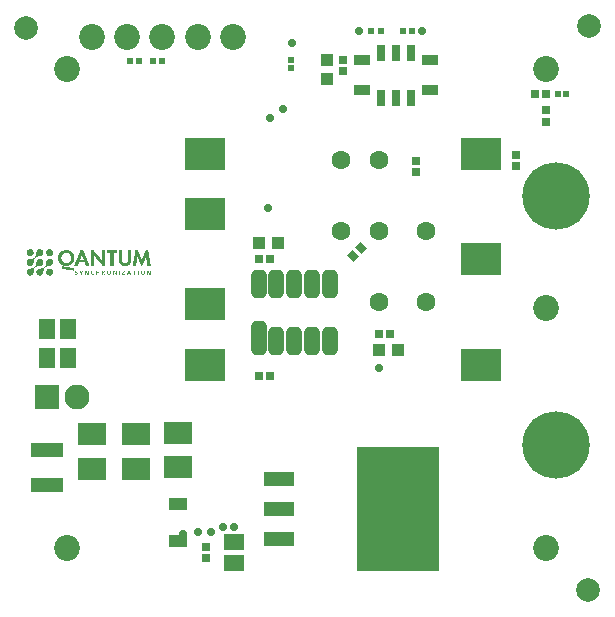
<source format=gts>
G04*
G04 #@! TF.GenerationSoftware,Altium Limited,Altium Designer,21.6.4 (81)*
G04*
G04 Layer_Color=8388736*
%FSAX25Y25*%
%MOIN*%
G70*
G04*
G04 #@! TF.SameCoordinates,A43D0BD7-71F7-406A-839A-B2BA5E4553EA*
G04*
G04*
G04 #@! TF.FilePolarity,Negative*
G04*
G01*
G75*
%ADD18R,0.05906X0.03937*%
%ADD39R,0.27559X0.41535*%
%ADD40R,0.10433X0.04528*%
%ADD41R,0.02165X0.02165*%
%ADD42R,0.05315X0.03740*%
%ADD43R,0.02953X0.05315*%
G04:AMPARAMS|DCode=44|XSize=94.49mil|YSize=51.18mil|CornerRadius=16.14mil|HoleSize=0mil|Usage=FLASHONLY|Rotation=90.000|XOffset=0mil|YOffset=0mil|HoleType=Round|Shape=RoundedRectangle|*
%AMROUNDEDRECTD44*
21,1,0.09449,0.01890,0,0,90.0*
21,1,0.06221,0.05118,0,0,90.0*
1,1,0.03228,0.00945,0.03110*
1,1,0.03228,0.00945,-0.03110*
1,1,0.03228,-0.00945,-0.03110*
1,1,0.03228,-0.00945,0.03110*
%
%ADD44ROUNDEDRECTD44*%
G04:AMPARAMS|DCode=45|XSize=114.17mil|YSize=51.18mil|CornerRadius=16.14mil|HoleSize=0mil|Usage=FLASHONLY|Rotation=90.000|XOffset=0mil|YOffset=0mil|HoleType=Round|Shape=RoundedRectangle|*
%AMROUNDEDRECTD45*
21,1,0.11417,0.01890,0,0,90.0*
21,1,0.08189,0.05118,0,0,90.0*
1,1,0.03228,0.00945,0.04095*
1,1,0.03228,0.00945,-0.04095*
1,1,0.03228,-0.00945,-0.04095*
1,1,0.03228,-0.00945,0.04095*
%
%ADD45ROUNDEDRECTD45*%
%ADD46R,0.11024X0.04921*%
%ADD47R,0.02835X0.02638*%
%ADD48R,0.02126X0.02047*%
%ADD49R,0.13780X0.11024*%
%ADD50C,0.06299*%
%ADD51R,0.09173X0.07480*%
%ADD52R,0.06890X0.05512*%
%ADD53R,0.04134X0.04331*%
%ADD54R,0.04331X0.04134*%
%ADD55R,0.02835X0.02756*%
%ADD56R,0.05512X0.06890*%
%ADD57R,0.02756X0.02835*%
%ADD58R,0.02638X0.02835*%
G04:AMPARAMS|DCode=59|XSize=26.38mil|YSize=28.35mil|CornerRadius=0mil|HoleSize=0mil|Usage=FLASHONLY|Rotation=45.000|XOffset=0mil|YOffset=0mil|HoleType=Round|Shape=Rectangle|*
%AMROTATEDRECTD59*
4,1,4,0.00070,-0.01935,-0.01935,0.00070,-0.00070,0.01935,0.01935,-0.00070,0.00070,-0.01935,0.0*
%
%ADD59ROTATEDRECTD59*%

%ADD60C,0.07874*%
%ADD61R,0.02047X0.02126*%
%ADD62R,0.08346X0.08346*%
%ADD63C,0.08346*%
%ADD64C,0.08622*%
%ADD65C,0.22441*%
%ADD66C,0.00394*%
%ADD67C,0.02756*%
G36*
X0014471Y0119737D02*
X0014526D01*
Y0119729D01*
X0014574D01*
Y0119721D01*
X0014614D01*
Y0119713D01*
X0014646D01*
Y0119705D01*
X0014670D01*
Y0119697D01*
X0014701D01*
Y0119689D01*
X0014725D01*
Y0119681D01*
X0014749D01*
Y0119673D01*
X0014765D01*
Y0119665D01*
X0014789D01*
Y0119657D01*
X0014805D01*
Y0119649D01*
X0014821D01*
Y0119641D01*
X0014837D01*
Y0119633D01*
X0014860D01*
Y0119625D01*
X0014876D01*
Y0119618D01*
X0014884D01*
Y0119610D01*
X0014900D01*
Y0119602D01*
X0014916D01*
Y0119594D01*
X0014932D01*
Y0119586D01*
X0014948D01*
Y0119578D01*
X0014956D01*
Y0119570D01*
X0014972D01*
Y0119562D01*
X0014988D01*
Y0119554D01*
X0014996D01*
Y0119546D01*
X0015011D01*
Y0119538D01*
X0015020D01*
Y0119530D01*
X0015027D01*
Y0119522D01*
X0015043D01*
Y0119514D01*
X0015051D01*
Y0119506D01*
X0015059D01*
Y0119498D01*
X0015067D01*
Y0119490D01*
X0015083D01*
Y0119482D01*
X0015091D01*
Y0119474D01*
X0015099D01*
Y0119466D01*
X0015107D01*
Y0119458D01*
X0015115D01*
Y0119451D01*
X0015131D01*
Y0119443D01*
X0015139D01*
Y0119435D01*
X0015147D01*
Y0119427D01*
X0015155D01*
Y0119419D01*
X0015163D01*
Y0119411D01*
X0015171D01*
Y0119403D01*
X0015179D01*
Y0119395D01*
X0015187D01*
Y0119387D01*
X0015194D01*
Y0119379D01*
X0015202D01*
Y0119371D01*
X0015210D01*
Y0119355D01*
X0015218D01*
Y0119347D01*
X0015226D01*
Y0119339D01*
X0015234D01*
Y0119331D01*
X0015242D01*
Y0119323D01*
X0015250D01*
Y0119315D01*
X0015258D01*
Y0119299D01*
X0015266D01*
Y0119291D01*
X0015274D01*
Y0119284D01*
X0015282D01*
Y0119268D01*
X0015290D01*
Y0119260D01*
X0015298D01*
Y0119252D01*
X0015306D01*
Y0119236D01*
X0015314D01*
Y0119228D01*
X0015322D01*
Y0119212D01*
X0015330D01*
Y0119196D01*
X0015338D01*
Y0119188D01*
X0015346D01*
Y0119172D01*
X0015353D01*
Y0119156D01*
X0015361D01*
Y0119148D01*
X0015369D01*
Y0119132D01*
X0015377D01*
Y0119117D01*
X0015385D01*
Y0119101D01*
X0015393D01*
Y0119085D01*
X0015401D01*
Y0119069D01*
X0015409D01*
Y0119053D01*
X0015417D01*
Y0119029D01*
X0015425D01*
Y0119013D01*
X0015433D01*
Y0118989D01*
X0015441D01*
Y0118973D01*
X0015449D01*
Y0118950D01*
X0015457D01*
Y0118926D01*
X0015465D01*
Y0118894D01*
X0015473D01*
Y0118870D01*
X0015481D01*
Y0118830D01*
X0015489D01*
Y0118798D01*
X0015497D01*
Y0118751D01*
X0015505D01*
Y0118687D01*
X0015513D01*
Y0118448D01*
X0015505D01*
Y0118385D01*
X0015497D01*
Y0118337D01*
X0015489D01*
Y0118305D01*
X0015481D01*
Y0118266D01*
X0015473D01*
Y0118242D01*
X0015465D01*
Y0118210D01*
X0015457D01*
Y0118186D01*
X0015449D01*
Y0118162D01*
X0015441D01*
Y0118146D01*
X0015433D01*
Y0118122D01*
X0015425D01*
Y0118107D01*
X0015417D01*
Y0118083D01*
X0015409D01*
Y0118067D01*
X0015401D01*
Y0118051D01*
X0015393D01*
Y0118035D01*
X0015385D01*
Y0118019D01*
X0015377D01*
Y0118003D01*
X0015369D01*
Y0117987D01*
X0015361D01*
Y0117979D01*
X0015353D01*
Y0117963D01*
X0015346D01*
Y0117947D01*
X0015338D01*
Y0117940D01*
X0015330D01*
Y0117924D01*
X0015322D01*
Y0117908D01*
X0015314D01*
Y0117900D01*
X0015306D01*
Y0117884D01*
X0015298D01*
Y0117876D01*
X0015290D01*
Y0117868D01*
X0015282D01*
Y0117852D01*
X0015274D01*
Y0117844D01*
X0015266D01*
Y0117836D01*
X0015258D01*
Y0117820D01*
X0015250D01*
Y0117812D01*
X0015242D01*
Y0117804D01*
X0015234D01*
Y0117796D01*
X0015226D01*
Y0117789D01*
X0015218D01*
Y0117780D01*
X0015210D01*
Y0117765D01*
X0015202D01*
Y0117757D01*
X0015194D01*
Y0117749D01*
X0015187D01*
Y0117741D01*
X0015179D01*
Y0117733D01*
X0015171D01*
Y0117725D01*
X0015163D01*
Y0117717D01*
X0015155D01*
Y0117709D01*
X0015147D01*
Y0117701D01*
X0015139D01*
Y0117693D01*
X0015131D01*
Y0117685D01*
X0015123D01*
Y0117677D01*
X0015107D01*
Y0117669D01*
X0015099D01*
Y0117661D01*
X0015091D01*
Y0117653D01*
X0015083D01*
Y0117645D01*
X0015067D01*
Y0117637D01*
X0015059D01*
Y0117629D01*
X0015051D01*
Y0117622D01*
X0015043D01*
Y0117613D01*
X0015027D01*
Y0117605D01*
X0015020D01*
Y0117598D01*
X0015011D01*
Y0117590D01*
X0014996D01*
Y0117582D01*
X0014988D01*
Y0117574D01*
X0014972D01*
Y0117566D01*
X0014956D01*
Y0117558D01*
X0014948D01*
Y0117550D01*
X0014932D01*
Y0117542D01*
X0014916D01*
Y0117534D01*
X0014900D01*
Y0117526D01*
X0014884D01*
Y0117518D01*
X0014876D01*
Y0117510D01*
X0014860D01*
Y0117502D01*
X0014837D01*
Y0117494D01*
X0014821D01*
Y0117486D01*
X0014805D01*
Y0117478D01*
X0014789D01*
Y0117470D01*
X0014765D01*
Y0117462D01*
X0014749D01*
Y0117454D01*
X0014725D01*
Y0117446D01*
X0014701D01*
Y0117438D01*
X0014670D01*
Y0117431D01*
X0014646D01*
Y0117423D01*
X0014614D01*
Y0117415D01*
X0014574D01*
Y0117407D01*
X0014526D01*
Y0117399D01*
X0014471D01*
Y0117391D01*
X0014232D01*
Y0117399D01*
X0014176D01*
Y0117407D01*
X0014129D01*
Y0117415D01*
X0014089D01*
Y0117423D01*
X0014057D01*
Y0117431D01*
X0014033D01*
Y0117438D01*
X0014002D01*
Y0117446D01*
X0013978D01*
Y0117454D01*
X0013954D01*
Y0117462D01*
X0013938D01*
Y0117470D01*
X0013914D01*
Y0117478D01*
X0013898D01*
Y0117486D01*
X0013882D01*
Y0117494D01*
X0013866D01*
Y0117502D01*
X0013842D01*
Y0117510D01*
X0013827D01*
Y0117518D01*
X0013819D01*
Y0117526D01*
X0013803D01*
Y0117534D01*
X0013787D01*
Y0117542D01*
X0013771D01*
Y0117550D01*
X0013755D01*
Y0117558D01*
X0013747D01*
Y0117566D01*
X0013731D01*
Y0117574D01*
X0013715D01*
Y0117582D01*
X0013707D01*
Y0117590D01*
X0013691D01*
Y0117598D01*
X0013683D01*
Y0117605D01*
X0013676D01*
Y0117613D01*
X0013659D01*
Y0117622D01*
X0013652D01*
Y0117629D01*
X0013644D01*
Y0117637D01*
X0013636D01*
Y0117645D01*
X0013620D01*
Y0117653D01*
X0013612D01*
Y0117661D01*
X0013604D01*
Y0117669D01*
X0013596D01*
Y0117677D01*
X0013588D01*
Y0117685D01*
X0013572D01*
Y0117693D01*
X0013564D01*
Y0117701D01*
X0013556D01*
Y0117709D01*
X0013548D01*
Y0117717D01*
X0013540D01*
Y0117725D01*
X0013532D01*
Y0117733D01*
X0013524D01*
Y0117741D01*
X0013516D01*
Y0117749D01*
X0013508D01*
Y0117757D01*
X0013500D01*
Y0117765D01*
X0013492D01*
Y0117780D01*
X0013485D01*
Y0117789D01*
X0013477D01*
Y0117796D01*
X0013469D01*
Y0117804D01*
X0013461D01*
Y0117812D01*
X0013453D01*
Y0117820D01*
X0013445D01*
Y0117836D01*
X0013437D01*
Y0117844D01*
X0013429D01*
Y0117852D01*
X0013421D01*
Y0117868D01*
X0013413D01*
Y0117876D01*
X0013405D01*
Y0117884D01*
X0013397D01*
Y0117900D01*
X0013389D01*
Y0117908D01*
X0013381D01*
Y0117924D01*
X0013373D01*
Y0117932D01*
X0013365D01*
Y0117947D01*
X0013357D01*
Y0117963D01*
X0013349D01*
Y0117979D01*
X0013341D01*
Y0117987D01*
X0013333D01*
Y0118003D01*
X0013326D01*
Y0118019D01*
X0013318D01*
Y0118035D01*
X0013310D01*
Y0118051D01*
X0013302D01*
Y0118067D01*
X0013294D01*
Y0118083D01*
X0013286D01*
Y0118107D01*
X0013278D01*
Y0118122D01*
X0013270D01*
Y0118146D01*
X0013262D01*
Y0118162D01*
X0013254D01*
Y0118186D01*
X0013246D01*
Y0118210D01*
X0013238D01*
Y0118242D01*
X0013230D01*
Y0118266D01*
X0013222D01*
Y0118305D01*
X0013214D01*
Y0118337D01*
X0013206D01*
Y0118385D01*
X0013198D01*
Y0118448D01*
X0013190D01*
Y0118687D01*
X0013198D01*
Y0118751D01*
X0013206D01*
Y0118798D01*
X0013214D01*
Y0118830D01*
X0013222D01*
Y0118870D01*
X0013230D01*
Y0118894D01*
X0013238D01*
Y0118926D01*
X0013246D01*
Y0118950D01*
X0013254D01*
Y0118973D01*
X0013262D01*
Y0118981D01*
Y0118989D01*
X0013270D01*
Y0119013D01*
X0013278D01*
Y0119029D01*
X0013286D01*
Y0119053D01*
X0013294D01*
Y0119069D01*
X0013302D01*
Y0119085D01*
X0013310D01*
Y0119101D01*
X0013318D01*
Y0119117D01*
X0013326D01*
Y0119132D01*
X0013333D01*
Y0119148D01*
X0013341D01*
Y0119156D01*
X0013349D01*
Y0119172D01*
X0013357D01*
Y0119188D01*
X0013365D01*
Y0119204D01*
X0013373D01*
Y0119212D01*
X0013381D01*
Y0119228D01*
X0013389D01*
Y0119236D01*
X0013397D01*
Y0119252D01*
X0013405D01*
Y0119260D01*
X0013413D01*
Y0119268D01*
X0013421D01*
Y0119284D01*
X0013429D01*
Y0119291D01*
X0013437D01*
Y0119299D01*
X0013445D01*
Y0119315D01*
X0013453D01*
Y0119323D01*
X0013461D01*
Y0119331D01*
X0013469D01*
Y0119339D01*
X0013477D01*
Y0119347D01*
X0013485D01*
Y0119355D01*
X0013492D01*
Y0119371D01*
X0013500D01*
Y0119379D01*
X0013508D01*
Y0119387D01*
X0013516D01*
Y0119395D01*
X0013524D01*
Y0119403D01*
X0013532D01*
Y0119411D01*
X0013540D01*
Y0119419D01*
X0013548D01*
Y0119427D01*
X0013556D01*
Y0119435D01*
X0013564D01*
Y0119443D01*
X0013572D01*
Y0119451D01*
X0013580D01*
Y0119458D01*
X0013596D01*
Y0119466D01*
X0013604D01*
Y0119474D01*
X0013612D01*
Y0119482D01*
X0013620D01*
Y0119490D01*
X0013628D01*
Y0119498D01*
X0013644D01*
Y0119506D01*
X0013652D01*
Y0119514D01*
X0013659D01*
Y0119522D01*
X0013676D01*
Y0119530D01*
X0013683D01*
Y0119538D01*
X0013691D01*
Y0119546D01*
X0013707D01*
Y0119554D01*
X0013715D01*
Y0119562D01*
X0013731D01*
Y0119570D01*
X0013747D01*
Y0119578D01*
X0013755D01*
Y0119586D01*
X0013771D01*
Y0119594D01*
X0013787D01*
Y0119602D01*
X0013803D01*
Y0119610D01*
X0013819D01*
Y0119618D01*
X0013827D01*
Y0119625D01*
X0013842D01*
Y0119633D01*
X0013866D01*
Y0119641D01*
X0013882D01*
Y0119649D01*
X0013898D01*
Y0119657D01*
X0013914D01*
Y0119665D01*
X0013938D01*
Y0119673D01*
X0013954D01*
Y0119681D01*
X0013978D01*
Y0119689D01*
X0014002D01*
Y0119697D01*
X0014033D01*
Y0119705D01*
X0014057D01*
Y0119713D01*
X0014089D01*
Y0119721D01*
X0014129D01*
Y0119729D01*
X0014176D01*
Y0119737D01*
X0014232D01*
Y0119745D01*
X0014471D01*
Y0119737D01*
D02*
G37*
G36*
X0007981D02*
X0008037D01*
Y0119729D01*
X0008085D01*
Y0119721D01*
X0008117D01*
Y0119713D01*
X0008148D01*
Y0119705D01*
X0008180D01*
Y0119697D01*
X0008204D01*
Y0119689D01*
X0008228D01*
Y0119681D01*
X0008252D01*
Y0119673D01*
X0008275D01*
Y0119665D01*
X0008291D01*
Y0119657D01*
X0008315D01*
Y0119649D01*
X0008331D01*
Y0119641D01*
X0008347D01*
Y0119633D01*
X0008363D01*
Y0119625D01*
X0008379D01*
Y0119618D01*
X0008395D01*
Y0119610D01*
X0008411D01*
Y0119602D01*
X0008427D01*
Y0119594D01*
X0008435D01*
Y0119586D01*
X0008450D01*
Y0119578D01*
X0008466D01*
Y0119570D01*
X0008482D01*
Y0119562D01*
X0008490D01*
Y0119554D01*
X0008506D01*
Y0119546D01*
X0008514D01*
Y0119538D01*
X0008530D01*
Y0119530D01*
X0008538D01*
Y0119522D01*
X0008546D01*
Y0119514D01*
X0008562D01*
Y0119506D01*
X0008570D01*
Y0119498D01*
X0008578D01*
Y0119490D01*
X0008586D01*
Y0119482D01*
X0008594D01*
Y0119474D01*
X0008609D01*
Y0119466D01*
X0008618D01*
Y0119458D01*
X0008625D01*
Y0119451D01*
X0008633D01*
Y0119443D01*
X0008641D01*
Y0119435D01*
X0008649D01*
Y0119427D01*
X0008657D01*
Y0119419D01*
X0008665D01*
Y0119411D01*
X0008673D01*
Y0119403D01*
X0008681D01*
Y0119395D01*
X0008689D01*
Y0119387D01*
X0008697D01*
Y0119379D01*
X0008705D01*
Y0119371D01*
X0008713D01*
Y0119363D01*
X0008721D01*
Y0119355D01*
X0008729D01*
Y0119347D01*
X0008737D01*
Y0119339D01*
X0008745D01*
Y0119323D01*
X0008753D01*
Y0119315D01*
X0008761D01*
Y0119307D01*
X0008769D01*
Y0119299D01*
X0008777D01*
Y0119284D01*
X0008784D01*
Y0119276D01*
X0008792D01*
Y0119268D01*
X0008800D01*
Y0119252D01*
X0008808D01*
Y0119244D01*
X0008816D01*
Y0119228D01*
X0008824D01*
Y0119220D01*
X0008832D01*
Y0119204D01*
X0008840D01*
Y0119196D01*
X0008848D01*
Y0119180D01*
X0008856D01*
Y0119164D01*
X0008864D01*
Y0119156D01*
X0008872D01*
Y0119140D01*
X0008880D01*
Y0119124D01*
X0008888D01*
Y0119109D01*
X0008896D01*
Y0119093D01*
X0008904D01*
Y0119077D01*
X0008912D01*
Y0119061D01*
X0008920D01*
Y0119037D01*
X0008928D01*
Y0119021D01*
X0008936D01*
Y0119005D01*
X0008944D01*
Y0118981D01*
X0008952D01*
Y0118957D01*
X0008959D01*
Y0118934D01*
X0008967D01*
Y0118910D01*
X0008975D01*
Y0118878D01*
X0008983D01*
Y0118854D01*
X0008991D01*
Y0118814D01*
X0008999D01*
Y0118775D01*
X0009007D01*
Y0118719D01*
X0009015D01*
Y0118639D01*
X0009023D01*
Y0118496D01*
X0009015D01*
Y0118417D01*
X0009007D01*
Y0118361D01*
X0008999D01*
Y0118321D01*
X0008991D01*
Y0118281D01*
X0008983D01*
Y0118258D01*
X0008975D01*
Y0118226D01*
X0008967D01*
Y0118202D01*
X0008959D01*
Y0118178D01*
X0008952D01*
Y0118154D01*
X0008944D01*
Y0118130D01*
X0008936D01*
Y0118114D01*
X0008928D01*
Y0118099D01*
X0008920D01*
Y0118075D01*
X0008912D01*
Y0118059D01*
X0008904D01*
Y0118043D01*
X0008896D01*
Y0118027D01*
X0008888D01*
Y0118011D01*
X0008880D01*
Y0117995D01*
X0008872D01*
Y0117979D01*
X0008864D01*
Y0117971D01*
X0008856D01*
Y0117956D01*
X0008848D01*
Y0117940D01*
X0008840D01*
Y0117932D01*
X0008832D01*
Y0117916D01*
X0008824D01*
Y0117908D01*
X0008816D01*
Y0117892D01*
X0008808D01*
Y0117884D01*
X0008800D01*
Y0117868D01*
X0008792D01*
Y0117860D01*
X0008784D01*
Y0117852D01*
X0008777D01*
Y0117836D01*
X0008769D01*
Y0117828D01*
X0008761D01*
Y0117820D01*
X0008753D01*
Y0117812D01*
X0008745D01*
Y0117796D01*
X0008737D01*
Y0117789D01*
X0008729D01*
Y0117780D01*
X0008721D01*
Y0117773D01*
X0008713D01*
Y0117765D01*
X0008705D01*
Y0117757D01*
X0008697D01*
Y0117749D01*
X0008689D01*
Y0117741D01*
X0008681D01*
Y0117733D01*
X0008673D01*
Y0117725D01*
X0008665D01*
Y0117717D01*
X0008657D01*
Y0117709D01*
X0008649D01*
Y0117701D01*
X0008641D01*
Y0117693D01*
X0008633D01*
Y0117685D01*
X0008625D01*
Y0117677D01*
X0008618D01*
Y0117669D01*
X0008609D01*
Y0117661D01*
X0008594D01*
Y0117653D01*
X0008586D01*
Y0117645D01*
X0008578D01*
Y0117637D01*
X0008570D01*
Y0117629D01*
X0008562D01*
Y0117622D01*
X0008546D01*
Y0117613D01*
X0008538D01*
Y0117605D01*
X0008530D01*
Y0117598D01*
X0008514D01*
Y0117590D01*
X0008506D01*
Y0117582D01*
X0008490D01*
Y0117574D01*
X0008482D01*
Y0117566D01*
X0008466D01*
Y0117558D01*
X0008450D01*
Y0117550D01*
X0008435D01*
Y0117542D01*
X0008427D01*
Y0117534D01*
X0008411D01*
Y0117526D01*
X0008395D01*
Y0117518D01*
X0008379D01*
Y0117510D01*
X0008363D01*
Y0117502D01*
X0008347D01*
Y0117494D01*
X0008331D01*
Y0117486D01*
X0008315D01*
Y0117478D01*
X0008291D01*
Y0117470D01*
X0008275D01*
Y0117462D01*
X0008252D01*
Y0117454D01*
X0008228D01*
Y0117446D01*
X0008204D01*
Y0117438D01*
X0008180D01*
Y0117431D01*
X0008148D01*
Y0117423D01*
X0008117D01*
Y0117415D01*
X0008085D01*
Y0117407D01*
X0008037D01*
Y0117399D01*
X0007981D01*
Y0117391D01*
X0007735D01*
Y0117399D01*
X0007679D01*
Y0117407D01*
X0007631D01*
Y0117415D01*
X0007599D01*
Y0117423D01*
X0007568D01*
Y0117431D01*
X0007536D01*
Y0117438D01*
X0007512D01*
Y0117446D01*
X0007488D01*
Y0117454D01*
X0007464D01*
Y0117462D01*
X0007440D01*
Y0117470D01*
X0007425D01*
Y0117478D01*
X0007401D01*
Y0117486D01*
X0007385D01*
Y0117494D01*
X0007369D01*
Y0117502D01*
X0007353D01*
Y0117510D01*
X0007337D01*
Y0117518D01*
X0007321D01*
Y0117526D01*
X0007305D01*
Y0117534D01*
X0007289D01*
Y0117542D01*
X0007281D01*
Y0117550D01*
X0007265D01*
Y0117558D01*
X0007250D01*
Y0117566D01*
X0007234D01*
Y0117574D01*
X0007226D01*
Y0117582D01*
X0007210D01*
Y0117590D01*
X0007202D01*
Y0117598D01*
X0007186D01*
Y0117605D01*
X0007178D01*
Y0117613D01*
X0007170D01*
Y0117622D01*
X0007154D01*
Y0117629D01*
X0007146D01*
Y0117637D01*
X0007138D01*
Y0117645D01*
X0007130D01*
Y0117653D01*
X0007122D01*
Y0117661D01*
X0007106D01*
Y0117669D01*
X0007098D01*
Y0117677D01*
X0007091D01*
Y0117685D01*
X0007083D01*
Y0117693D01*
X0007075D01*
Y0117701D01*
X0007067D01*
Y0117709D01*
X0007059D01*
Y0117717D01*
X0007051D01*
Y0117725D01*
X0007043D01*
Y0117733D01*
X0007035D01*
Y0117741D01*
X0007027D01*
Y0117749D01*
X0007019D01*
Y0117757D01*
X0007011D01*
Y0117765D01*
X0007003D01*
Y0117773D01*
X0006995D01*
Y0117780D01*
X0006987D01*
Y0117789D01*
X0006979D01*
Y0117796D01*
X0006971D01*
Y0117812D01*
X0006963D01*
Y0117820D01*
X0006955D01*
Y0117828D01*
X0006947D01*
Y0117836D01*
X0006939D01*
Y0117852D01*
X0006932D01*
Y0117860D01*
X0006923D01*
Y0117868D01*
X0006916D01*
Y0117884D01*
X0006908D01*
Y0117892D01*
X0006900D01*
Y0117908D01*
X0006892D01*
Y0117916D01*
X0006884D01*
Y0117932D01*
X0006876D01*
Y0117940D01*
X0006868D01*
Y0117956D01*
X0006860D01*
Y0117971D01*
X0006852D01*
Y0117979D01*
X0006844D01*
Y0117995D01*
X0006836D01*
Y0118011D01*
X0006828D01*
Y0118027D01*
X0006820D01*
Y0118043D01*
X0006812D01*
Y0118059D01*
X0006804D01*
Y0118075D01*
X0006796D01*
Y0118099D01*
X0006788D01*
Y0118114D01*
X0006780D01*
Y0118130D01*
X0006772D01*
Y0118154D01*
X0006764D01*
Y0118178D01*
X0006757D01*
Y0118202D01*
X0006749D01*
Y0118226D01*
X0006741D01*
Y0118258D01*
X0006733D01*
Y0118281D01*
X0006725D01*
Y0118321D01*
X0006717D01*
Y0118361D01*
X0006709D01*
Y0118417D01*
X0006701D01*
Y0118496D01*
X0006693D01*
Y0118639D01*
X0006701D01*
Y0118719D01*
X0006709D01*
Y0118775D01*
X0006717D01*
Y0118814D01*
X0006725D01*
Y0118854D01*
X0006733D01*
Y0118878D01*
X0006741D01*
Y0118910D01*
X0006749D01*
Y0118934D01*
X0006757D01*
Y0118957D01*
X0006764D01*
Y0118981D01*
X0006772D01*
Y0119005D01*
X0006780D01*
Y0119021D01*
X0006788D01*
Y0119037D01*
X0006796D01*
Y0119061D01*
X0006804D01*
Y0119077D01*
X0006812D01*
Y0119093D01*
X0006820D01*
Y0119109D01*
X0006828D01*
Y0119124D01*
X0006836D01*
Y0119140D01*
X0006844D01*
Y0119156D01*
X0006852D01*
Y0119164D01*
X0006860D01*
Y0119180D01*
X0006868D01*
Y0119196D01*
X0006876D01*
Y0119204D01*
X0006884D01*
Y0119220D01*
X0006892D01*
Y0119228D01*
X0006900D01*
Y0119244D01*
X0006908D01*
Y0119252D01*
X0006916D01*
Y0119268D01*
X0006923D01*
Y0119276D01*
X0006932D01*
Y0119284D01*
X0006939D01*
Y0119299D01*
X0006947D01*
Y0119307D01*
X0006955D01*
Y0119315D01*
X0006963D01*
Y0119323D01*
X0006971D01*
Y0119339D01*
X0006979D01*
Y0119347D01*
X0006987D01*
Y0119355D01*
X0006995D01*
Y0119363D01*
X0007003D01*
Y0119371D01*
X0007011D01*
Y0119379D01*
X0007019D01*
Y0119387D01*
X0007027D01*
Y0119395D01*
X0007035D01*
Y0119403D01*
X0007043D01*
Y0119411D01*
X0007051D01*
Y0119419D01*
X0007059D01*
Y0119427D01*
X0007067D01*
Y0119435D01*
X0007075D01*
Y0119443D01*
X0007083D01*
Y0119451D01*
X0007091D01*
Y0119458D01*
X0007098D01*
Y0119466D01*
X0007106D01*
Y0119474D01*
X0007122D01*
Y0119482D01*
X0007130D01*
Y0119490D01*
X0007138D01*
Y0119498D01*
X0007146D01*
Y0119506D01*
X0007154D01*
Y0119514D01*
X0007170D01*
Y0119522D01*
X0007178D01*
Y0119530D01*
X0007186D01*
Y0119538D01*
X0007202D01*
Y0119546D01*
X0007210D01*
Y0119554D01*
X0007226D01*
Y0119562D01*
X0007234D01*
Y0119570D01*
X0007250D01*
Y0119578D01*
X0007265D01*
Y0119586D01*
X0007281D01*
Y0119594D01*
X0007289D01*
Y0119602D01*
X0007305D01*
Y0119610D01*
X0007321D01*
Y0119618D01*
X0007337D01*
Y0119625D01*
X0007353D01*
Y0119633D01*
X0007369D01*
Y0119641D01*
X0007385D01*
Y0119649D01*
X0007401D01*
Y0119657D01*
X0007425D01*
Y0119665D01*
X0007440D01*
Y0119673D01*
X0007464D01*
Y0119681D01*
X0007488D01*
Y0119689D01*
X0007512D01*
Y0119697D01*
X0007536D01*
Y0119705D01*
X0007568D01*
Y0119713D01*
X0007599D01*
Y0119721D01*
X0007631D01*
Y0119729D01*
X0007679D01*
Y0119737D01*
X0007735D01*
Y0119745D01*
X0007981D01*
Y0119737D01*
D02*
G37*
G36*
X0047204Y0119403D02*
X0047212D01*
Y0119355D01*
X0047220D01*
Y0119307D01*
X0047228D01*
Y0119260D01*
X0047236D01*
Y0119212D01*
X0047244D01*
Y0119156D01*
X0047252D01*
Y0119109D01*
X0047260D01*
Y0119061D01*
X0047268D01*
Y0119013D01*
X0047276D01*
Y0118957D01*
X0047284D01*
Y0118910D01*
X0047292D01*
Y0118862D01*
X0047300D01*
Y0118814D01*
X0047308D01*
Y0118767D01*
X0047316D01*
Y0118711D01*
X0047324D01*
Y0118663D01*
X0047332D01*
Y0118616D01*
X0047340D01*
Y0118568D01*
X0047348D01*
Y0118520D01*
X0047355D01*
Y0118464D01*
X0047363D01*
Y0118417D01*
X0047371D01*
Y0118369D01*
X0047379D01*
Y0118321D01*
X0047387D01*
Y0118274D01*
X0047395D01*
Y0118218D01*
X0047403D01*
Y0118170D01*
X0047411D01*
Y0118122D01*
X0047419D01*
Y0118075D01*
X0047427D01*
Y0118027D01*
X0047435D01*
Y0117979D01*
X0047443D01*
Y0117924D01*
X0047451D01*
Y0117876D01*
X0047459D01*
Y0117828D01*
X0047467D01*
Y0117780D01*
X0047475D01*
Y0117733D01*
X0047483D01*
Y0117677D01*
X0047491D01*
Y0117629D01*
X0047499D01*
Y0117582D01*
X0047507D01*
Y0117534D01*
X0047515D01*
Y0117478D01*
X0047523D01*
Y0117431D01*
X0047530D01*
Y0117383D01*
X0047538D01*
Y0117335D01*
X0047546D01*
Y0117287D01*
X0047554D01*
Y0117240D01*
X0047562D01*
Y0117184D01*
X0047570D01*
Y0117136D01*
X0047578D01*
Y0117089D01*
X0047586D01*
Y0117041D01*
X0047594D01*
Y0116993D01*
X0047602D01*
Y0116937D01*
X0047610D01*
Y0116890D01*
X0047618D01*
Y0116842D01*
X0047626D01*
Y0116794D01*
X0047634D01*
Y0116747D01*
X0047642D01*
Y0116691D01*
X0047650D01*
Y0116643D01*
X0047658D01*
Y0116595D01*
X0047666D01*
Y0116548D01*
X0047674D01*
Y0116500D01*
X0047682D01*
Y0116444D01*
X0047690D01*
Y0116397D01*
X0047697D01*
Y0116349D01*
X0047705D01*
Y0116301D01*
X0047713D01*
Y0116254D01*
X0047721D01*
Y0116206D01*
X0047729D01*
Y0116150D01*
X0047737D01*
Y0116103D01*
X0047745D01*
Y0116055D01*
X0047753D01*
Y0116007D01*
X0047761D01*
Y0115959D01*
X0047769D01*
Y0115904D01*
X0047777D01*
Y0115856D01*
X0047785D01*
Y0115808D01*
X0047793D01*
Y0115761D01*
X0047801D01*
Y0115713D01*
X0047809D01*
Y0115657D01*
X0047817D01*
Y0115609D01*
X0047825D01*
Y0115562D01*
X0047833D01*
Y0115514D01*
X0047841D01*
Y0115466D01*
X0047849D01*
Y0115411D01*
X0047857D01*
Y0115363D01*
X0047864D01*
Y0115315D01*
X0047872D01*
Y0115267D01*
X0047880D01*
Y0115220D01*
X0047888D01*
Y0115164D01*
X0047896D01*
Y0115116D01*
X0047904D01*
Y0115069D01*
X0047912D01*
Y0115021D01*
X0047920D01*
Y0114973D01*
X0047928D01*
Y0114918D01*
X0047936D01*
Y0114870D01*
X0047944D01*
Y0114822D01*
X0047952D01*
Y0114774D01*
X0047960D01*
Y0114727D01*
X0047968D01*
Y0114671D01*
X0047976D01*
Y0114623D01*
X0047984D01*
Y0114576D01*
X0047992D01*
Y0114528D01*
X0048000D01*
Y0114472D01*
X0048008D01*
Y0114424D01*
X0048016D01*
Y0114377D01*
X0048024D01*
Y0114329D01*
X0048031D01*
Y0114250D01*
X0046926D01*
Y0114257D01*
X0046918D01*
Y0114305D01*
X0046910D01*
Y0114369D01*
X0046902D01*
Y0114424D01*
X0046894D01*
Y0114480D01*
X0046886D01*
Y0114536D01*
X0046878D01*
Y0114591D01*
X0046870D01*
Y0114655D01*
X0046862D01*
Y0114711D01*
X0046854D01*
Y0114766D01*
X0046847D01*
Y0114822D01*
X0046839D01*
Y0114878D01*
X0046831D01*
Y0114933D01*
X0046823D01*
Y0114989D01*
X0046815D01*
Y0115045D01*
X0046807D01*
Y0115100D01*
X0046799D01*
Y0115156D01*
X0046791D01*
Y0115212D01*
X0046783D01*
Y0115267D01*
X0046775D01*
Y0115331D01*
X0046767D01*
Y0115387D01*
X0046759D01*
Y0115442D01*
X0046751D01*
Y0115498D01*
X0046743D01*
Y0115554D01*
X0046735D01*
Y0115609D01*
X0046727D01*
Y0115665D01*
X0046719D01*
Y0115721D01*
X0046711D01*
Y0115784D01*
X0046703D01*
Y0115840D01*
X0046695D01*
Y0115896D01*
X0046687D01*
Y0115951D01*
X0046679D01*
Y0116007D01*
X0046672D01*
Y0116063D01*
X0046664D01*
Y0116118D01*
X0046656D01*
Y0116174D01*
X0046648D01*
Y0116230D01*
X0046640D01*
Y0116285D01*
X0046632D01*
Y0116341D01*
X0046624D01*
Y0116405D01*
X0046616D01*
Y0116460D01*
X0046608D01*
Y0116516D01*
X0046600D01*
Y0116572D01*
X0046592D01*
Y0116627D01*
X0046584D01*
Y0116683D01*
X0046576D01*
Y0116739D01*
X0046568D01*
Y0116794D01*
X0046560D01*
Y0116858D01*
X0046552D01*
Y0116914D01*
X0046544D01*
Y0116969D01*
X0046536D01*
Y0117025D01*
X0046528D01*
Y0117081D01*
X0046521D01*
Y0117136D01*
X0046512D01*
Y0117160D01*
X0046505D01*
Y0117136D01*
X0046497D01*
Y0117120D01*
X0046489D01*
Y0117104D01*
X0046481D01*
Y0117081D01*
X0046473D01*
Y0117065D01*
X0046465D01*
Y0117049D01*
X0046457D01*
Y0117025D01*
X0046449D01*
Y0117009D01*
X0046441D01*
Y0116993D01*
X0046433D01*
Y0116969D01*
X0046425D01*
Y0116953D01*
X0046417D01*
Y0116937D01*
X0046409D01*
Y0116914D01*
X0046401D01*
Y0116898D01*
X0046393D01*
Y0116882D01*
X0046385D01*
Y0116858D01*
X0046377D01*
Y0116842D01*
X0046369D01*
Y0116826D01*
X0046361D01*
Y0116802D01*
X0046354D01*
Y0116786D01*
X0046345D01*
Y0116763D01*
X0046338D01*
Y0116747D01*
X0046330D01*
Y0116731D01*
X0046322D01*
Y0116715D01*
X0046314D01*
Y0116691D01*
X0046306D01*
Y0116675D01*
X0046298D01*
Y0116651D01*
X0046290D01*
Y0116635D01*
X0046282D01*
Y0116619D01*
X0046274D01*
Y0116595D01*
X0046266D01*
Y0116580D01*
X0046258D01*
Y0116564D01*
X0046250D01*
Y0116540D01*
X0046242D01*
Y0116524D01*
X0046234D01*
Y0116508D01*
X0046226D01*
Y0116484D01*
X0046218D01*
Y0116468D01*
X0046210D01*
Y0116444D01*
X0046202D01*
Y0116428D01*
X0046194D01*
Y0116413D01*
X0046187D01*
Y0116389D01*
X0046178D01*
Y0116373D01*
X0046170D01*
Y0116357D01*
X0046163D01*
Y0116333D01*
X0046155D01*
Y0116317D01*
X0046147D01*
Y0116301D01*
X0046139D01*
Y0116277D01*
X0046131D01*
Y0116261D01*
X0046123D01*
Y0116246D01*
X0046115D01*
Y0116222D01*
X0046107D01*
Y0116206D01*
X0046099D01*
Y0116190D01*
X0046091D01*
Y0116166D01*
X0046083D01*
Y0116150D01*
X0046075D01*
Y0116126D01*
X0046067D01*
Y0116110D01*
X0046059D01*
Y0116095D01*
X0046051D01*
Y0116071D01*
X0046043D01*
Y0116055D01*
X0046035D01*
Y0116039D01*
X0046027D01*
Y0116015D01*
X0046019D01*
Y0115999D01*
X0046011D01*
Y0115983D01*
X0046003D01*
Y0115959D01*
X0045996D01*
Y0115943D01*
X0045988D01*
Y0115928D01*
X0045980D01*
Y0115904D01*
X0045972D01*
Y0115888D01*
X0045964D01*
Y0115872D01*
X0045956D01*
Y0115848D01*
X0045948D01*
Y0115832D01*
X0045940D01*
Y0115808D01*
X0045932D01*
Y0115792D01*
X0045924D01*
Y0115776D01*
X0045916D01*
Y0115752D01*
X0045908D01*
Y0115737D01*
X0045900D01*
Y0115721D01*
X0045892D01*
Y0115697D01*
X0045884D01*
Y0115681D01*
X0045876D01*
Y0115665D01*
X0045868D01*
Y0115641D01*
X0045860D01*
Y0115625D01*
X0045852D01*
Y0115609D01*
X0045845D01*
Y0115585D01*
X0045836D01*
Y0115570D01*
X0045829D01*
Y0115554D01*
X0045821D01*
Y0115530D01*
X0045813D01*
Y0115514D01*
X0045805D01*
Y0115498D01*
X0045797D01*
Y0115474D01*
X0045789D01*
Y0115458D01*
X0045781D01*
Y0115434D01*
X0045773D01*
Y0115419D01*
X0045765D01*
Y0115403D01*
X0045757D01*
Y0115379D01*
X0045749D01*
Y0115363D01*
X0045741D01*
Y0115347D01*
X0045733D01*
Y0115323D01*
X0045725D01*
Y0115307D01*
X0045717D01*
Y0115291D01*
X0045709D01*
Y0115267D01*
X0045701D01*
Y0115252D01*
X0045693D01*
Y0115236D01*
X0045685D01*
Y0115212D01*
X0045678D01*
Y0115196D01*
X0045669D01*
Y0115180D01*
X0045662D01*
Y0115156D01*
X0045654D01*
Y0115140D01*
X0045646D01*
Y0115124D01*
X0045638D01*
Y0115100D01*
X0045630D01*
Y0115085D01*
X0045622D01*
Y0115061D01*
X0045614D01*
Y0115045D01*
X0045606D01*
Y0115029D01*
X0045598D01*
Y0115005D01*
X0045590D01*
Y0114989D01*
X0045582D01*
Y0114973D01*
X0045574D01*
Y0114949D01*
X0045566D01*
Y0114933D01*
X0045558D01*
Y0114918D01*
X0045550D01*
Y0114894D01*
X0045542D01*
Y0114878D01*
X0045534D01*
Y0114854D01*
X0045526D01*
Y0114838D01*
X0045518D01*
Y0114822D01*
X0045511D01*
Y0114798D01*
X0045502D01*
Y0114782D01*
X0045495D01*
Y0114766D01*
X0045487D01*
Y0114743D01*
X0045479D01*
Y0114727D01*
X0045471D01*
Y0114711D01*
X0045463D01*
Y0114687D01*
X0045455D01*
Y0114671D01*
X0045447D01*
Y0114655D01*
X0045439D01*
Y0114631D01*
X0045431D01*
Y0114615D01*
X0045423D01*
Y0114599D01*
X0045415D01*
Y0114576D01*
X0045407D01*
Y0114560D01*
X0045399D01*
Y0114544D01*
X0045391D01*
Y0114520D01*
X0045383D01*
Y0114504D01*
X0045375D01*
Y0114480D01*
X0045367D01*
Y0114464D01*
X0045359D01*
Y0114448D01*
X0045351D01*
Y0114424D01*
X0045344D01*
Y0114409D01*
X0045336D01*
Y0114393D01*
X0045328D01*
Y0114369D01*
X0045320D01*
Y0114353D01*
X0045312D01*
Y0114337D01*
X0045304D01*
Y0114313D01*
X0045296D01*
Y0114297D01*
X0045288D01*
Y0114281D01*
X0045280D01*
Y0114257D01*
X0045272D01*
Y0114242D01*
X0045264D01*
Y0114226D01*
X0045256D01*
Y0114202D01*
X0045248D01*
Y0114186D01*
X0044842D01*
Y0114194D01*
X0044835D01*
Y0114218D01*
X0044826D01*
Y0114234D01*
X0044819D01*
Y0114257D01*
X0044811D01*
Y0114273D01*
X0044803D01*
Y0114297D01*
X0044795D01*
Y0114313D01*
X0044787D01*
Y0114337D01*
X0044779D01*
Y0114353D01*
X0044771D01*
Y0114377D01*
X0044763D01*
Y0114393D01*
X0044755D01*
Y0114409D01*
X0044747D01*
Y0114432D01*
X0044739D01*
Y0114448D01*
X0044731D01*
Y0114472D01*
X0044723D01*
Y0114488D01*
X0044715D01*
Y0114512D01*
X0044707D01*
Y0114528D01*
X0044699D01*
Y0114544D01*
X0044691D01*
Y0114568D01*
X0044683D01*
Y0114591D01*
X0044675D01*
Y0114607D01*
X0044668D01*
Y0114623D01*
X0044660D01*
Y0114647D01*
X0044652D01*
Y0114663D01*
X0044644D01*
Y0114687D01*
X0044636D01*
Y0114703D01*
X0044628D01*
Y0114727D01*
X0044620D01*
Y0114743D01*
X0044612D01*
Y0114766D01*
X0044604D01*
Y0114782D01*
X0044596D01*
Y0114798D01*
X0044588D01*
Y0114822D01*
X0044580D01*
Y0114838D01*
X0044572D01*
Y0114862D01*
X0044564D01*
Y0114878D01*
X0044556D01*
Y0114902D01*
X0044548D01*
Y0114918D01*
X0044540D01*
Y0114941D01*
X0044532D01*
Y0114957D01*
X0044524D01*
Y0114973D01*
X0044516D01*
Y0114997D01*
X0044508D01*
Y0115013D01*
X0044500D01*
Y0115037D01*
X0044493D01*
Y0115053D01*
X0044485D01*
Y0115077D01*
X0044477D01*
Y0115093D01*
X0044469D01*
Y0115116D01*
X0044461D01*
Y0115132D01*
X0044453D01*
Y0115148D01*
X0044445D01*
Y0115172D01*
X0044437D01*
Y0115188D01*
X0044429D01*
Y0115212D01*
X0044421D01*
Y0115228D01*
X0044413D01*
Y0115252D01*
X0044405D01*
Y0115267D01*
X0044397D01*
Y0115291D01*
X0044389D01*
Y0115307D01*
X0044381D01*
Y0115323D01*
X0044373D01*
Y0115347D01*
X0044365D01*
Y0115363D01*
X0044357D01*
Y0115387D01*
X0044349D01*
Y0115403D01*
X0044341D01*
Y0115427D01*
X0044333D01*
Y0115442D01*
X0044326D01*
Y0115466D01*
X0044317D01*
Y0115482D01*
X0044310D01*
Y0115506D01*
X0044302D01*
Y0115522D01*
X0044294D01*
Y0115538D01*
X0044286D01*
Y0115562D01*
X0044278D01*
Y0115578D01*
X0044270D01*
Y0115601D01*
X0044262D01*
Y0115617D01*
X0044254D01*
Y0115641D01*
X0044246D01*
Y0115657D01*
X0044238D01*
Y0115681D01*
X0044230D01*
Y0115697D01*
X0044222D01*
Y0115721D01*
X0044214D01*
Y0115737D01*
X0044206D01*
Y0115761D01*
X0044198D01*
Y0115776D01*
X0044190D01*
Y0115792D01*
X0044182D01*
Y0115816D01*
X0044174D01*
Y0115832D01*
X0044166D01*
Y0115856D01*
X0044159D01*
Y0115872D01*
X0044151D01*
Y0115896D01*
X0044143D01*
Y0115912D01*
X0044135D01*
Y0115936D01*
X0044127D01*
Y0115951D01*
X0044119D01*
Y0115967D01*
X0044111D01*
Y0115991D01*
X0044103D01*
Y0116007D01*
X0044095D01*
Y0116031D01*
X0044087D01*
Y0116047D01*
X0044079D01*
Y0116071D01*
X0044071D01*
Y0116087D01*
X0044063D01*
Y0116110D01*
X0044055D01*
Y0116126D01*
X0044047D01*
Y0116142D01*
X0044039D01*
Y0116166D01*
X0044031D01*
Y0116182D01*
X0044023D01*
Y0116206D01*
X0044015D01*
Y0116222D01*
X0044007D01*
Y0116246D01*
X0043999D01*
Y0116261D01*
X0043992D01*
Y0116285D01*
X0043984D01*
Y0116301D01*
X0043976D01*
Y0116325D01*
X0043968D01*
Y0116341D01*
X0043960D01*
Y0116357D01*
X0043952D01*
Y0116381D01*
X0043944D01*
Y0116397D01*
X0043936D01*
Y0116421D01*
X0043928D01*
Y0116437D01*
X0043920D01*
Y0116460D01*
X0043912D01*
Y0116476D01*
X0043904D01*
Y0116500D01*
X0043896D01*
Y0116516D01*
X0043888D01*
Y0116532D01*
X0043880D01*
Y0116556D01*
X0043872D01*
Y0116572D01*
X0043864D01*
Y0116595D01*
X0043856D01*
Y0116611D01*
X0043848D01*
Y0116635D01*
X0043840D01*
Y0116651D01*
X0043832D01*
Y0116675D01*
X0043824D01*
Y0116691D01*
X0043817D01*
Y0116707D01*
X0043809D01*
Y0116731D01*
X0043801D01*
Y0116747D01*
X0043793D01*
Y0116771D01*
X0043785D01*
Y0116786D01*
X0043777D01*
Y0116810D01*
X0043769D01*
Y0116826D01*
X0043761D01*
Y0116850D01*
X0043753D01*
Y0116866D01*
X0043745D01*
Y0116890D01*
X0043737D01*
Y0116906D01*
X0043729D01*
Y0116922D01*
X0043721D01*
Y0116946D01*
X0043713D01*
Y0116961D01*
X0043705D01*
Y0116985D01*
X0043697D01*
Y0117001D01*
X0043689D01*
Y0117025D01*
X0043681D01*
Y0117041D01*
X0043673D01*
Y0117065D01*
X0043665D01*
Y0117081D01*
X0043657D01*
Y0117097D01*
X0043650D01*
Y0117120D01*
X0043642D01*
Y0117136D01*
X0043634D01*
Y0117097D01*
X0043626D01*
Y0117049D01*
X0043618D01*
Y0117001D01*
X0043610D01*
Y0116946D01*
X0043602D01*
Y0116898D01*
X0043594D01*
Y0116850D01*
X0043586D01*
Y0116802D01*
X0043578D01*
Y0116755D01*
X0043570D01*
Y0116707D01*
X0043562D01*
Y0116659D01*
X0043554D01*
Y0116611D01*
X0043546D01*
Y0116564D01*
X0043538D01*
Y0116508D01*
X0043530D01*
Y0116460D01*
X0043522D01*
Y0116413D01*
X0043514D01*
Y0116365D01*
X0043506D01*
Y0116317D01*
X0043498D01*
Y0116270D01*
X0043490D01*
Y0116222D01*
X0043483D01*
Y0116166D01*
X0043475D01*
Y0116118D01*
X0043467D01*
Y0116071D01*
X0043459D01*
Y0116023D01*
X0043451D01*
Y0115975D01*
X0043443D01*
Y0115928D01*
X0043435D01*
Y0115880D01*
X0043427D01*
Y0115832D01*
X0043419D01*
Y0115784D01*
X0043411D01*
Y0115729D01*
X0043403D01*
Y0115681D01*
X0043395D01*
Y0115633D01*
X0043387D01*
Y0115585D01*
X0043379D01*
Y0115538D01*
X0043371D01*
Y0115490D01*
X0043363D01*
Y0115442D01*
X0043355D01*
Y0115395D01*
X0043347D01*
Y0115339D01*
X0043339D01*
Y0115291D01*
X0043331D01*
Y0115244D01*
X0043323D01*
Y0115196D01*
X0043316D01*
Y0115148D01*
X0043308D01*
Y0115100D01*
X0043300D01*
Y0115053D01*
X0043292D01*
Y0114997D01*
X0043284D01*
Y0114949D01*
X0043276D01*
Y0114902D01*
X0043268D01*
Y0114854D01*
X0043260D01*
Y0114806D01*
X0043252D01*
Y0114758D01*
X0043244D01*
Y0114711D01*
X0043236D01*
Y0114663D01*
X0043228D01*
Y0114615D01*
X0043220D01*
Y0114560D01*
X0043212D01*
Y0114512D01*
X0043204D01*
Y0114464D01*
X0043196D01*
Y0114417D01*
X0043188D01*
Y0114369D01*
X0043180D01*
Y0114321D01*
X0043172D01*
Y0114273D01*
X0043164D01*
Y0114250D01*
X0042051D01*
Y0114289D01*
X0042059D01*
Y0114337D01*
X0042067D01*
Y0114377D01*
X0042075D01*
Y0114424D01*
X0042083D01*
Y0114472D01*
X0042091D01*
Y0114512D01*
X0042099D01*
Y0114560D01*
X0042107D01*
Y0114599D01*
X0042115D01*
Y0114647D01*
X0042123D01*
Y0114687D01*
X0042131D01*
Y0114735D01*
X0042138D01*
Y0114774D01*
X0042146D01*
Y0114822D01*
X0042154D01*
Y0114870D01*
X0042162D01*
Y0114910D01*
X0042170D01*
Y0114957D01*
X0042178D01*
Y0114997D01*
X0042186D01*
Y0115045D01*
X0042194D01*
Y0115093D01*
X0042202D01*
Y0115132D01*
X0042210D01*
Y0115180D01*
X0042218D01*
Y0115220D01*
X0042226D01*
Y0115267D01*
X0042234D01*
Y0115307D01*
X0042242D01*
Y0115355D01*
X0042250D01*
Y0115395D01*
X0042258D01*
Y0115442D01*
X0042266D01*
Y0115490D01*
X0042274D01*
Y0115530D01*
X0042282D01*
Y0115578D01*
X0042290D01*
Y0115617D01*
X0042298D01*
Y0115665D01*
X0042305D01*
Y0115705D01*
X0042314D01*
Y0115752D01*
X0042321D01*
Y0115800D01*
X0042329D01*
Y0115840D01*
X0042337D01*
Y0115888D01*
X0042345D01*
Y0115928D01*
X0042353D01*
Y0115975D01*
X0042361D01*
Y0116023D01*
X0042369D01*
Y0116063D01*
X0042377D01*
Y0116110D01*
X0042385D01*
Y0116150D01*
X0042393D01*
Y0116198D01*
X0042401D01*
Y0116238D01*
X0042409D01*
Y0116285D01*
X0042417D01*
Y0116325D01*
X0042425D01*
Y0116373D01*
X0042433D01*
Y0116421D01*
X0042441D01*
Y0116460D01*
X0042449D01*
Y0116508D01*
X0042457D01*
Y0116548D01*
X0042465D01*
Y0116595D01*
X0042472D01*
Y0116635D01*
X0042480D01*
Y0116683D01*
X0042488D01*
Y0116731D01*
X0042496D01*
Y0116771D01*
X0042504D01*
Y0116818D01*
X0042512D01*
Y0116858D01*
X0042520D01*
Y0116906D01*
X0042528D01*
Y0116953D01*
X0042536D01*
Y0116993D01*
X0042544D01*
Y0117041D01*
X0042552D01*
Y0117081D01*
X0042560D01*
Y0117128D01*
X0042568D01*
Y0117176D01*
X0042576D01*
Y0117216D01*
X0042584D01*
Y0117264D01*
X0042592D01*
Y0117303D01*
X0042600D01*
Y0117351D01*
X0042608D01*
Y0117391D01*
X0042616D01*
Y0117438D01*
X0042624D01*
Y0117478D01*
X0042632D01*
Y0117526D01*
X0042639D01*
Y0117574D01*
X0042647D01*
Y0117613D01*
X0042655D01*
Y0117661D01*
X0042663D01*
Y0117701D01*
X0042671D01*
Y0117749D01*
X0042679D01*
Y0117796D01*
X0042687D01*
Y0117836D01*
X0042695D01*
Y0117884D01*
X0042703D01*
Y0117924D01*
X0042711D01*
Y0117971D01*
X0042719D01*
Y0118011D01*
X0042727D01*
Y0118059D01*
X0042735D01*
Y0118107D01*
X0042743D01*
Y0118146D01*
X0042751D01*
Y0118194D01*
X0042759D01*
Y0118234D01*
X0042767D01*
Y0118281D01*
X0042775D01*
Y0118321D01*
X0042783D01*
Y0118369D01*
X0042791D01*
Y0118409D01*
X0042799D01*
Y0118456D01*
X0042807D01*
Y0118504D01*
X0042814D01*
Y0118544D01*
X0042822D01*
Y0118592D01*
X0042830D01*
Y0118631D01*
X0042838D01*
Y0118679D01*
X0042846D01*
Y0118719D01*
X0042854D01*
Y0118767D01*
X0042862D01*
Y0118814D01*
X0042870D01*
Y0118854D01*
X0042878D01*
Y0118902D01*
X0042886D01*
Y0118942D01*
X0042894D01*
Y0118989D01*
X0042902D01*
Y0119029D01*
X0042910D01*
Y0119077D01*
X0042918D01*
Y0119124D01*
X0042926D01*
Y0119164D01*
X0042934D01*
Y0119212D01*
X0042942D01*
Y0119252D01*
X0042950D01*
Y0119299D01*
X0042958D01*
Y0119339D01*
X0042966D01*
Y0119387D01*
X0042974D01*
Y0119411D01*
X0043769D01*
Y0119403D01*
X0043777D01*
Y0119387D01*
X0043785D01*
Y0119363D01*
X0043793D01*
Y0119347D01*
X0043801D01*
Y0119331D01*
X0043809D01*
Y0119307D01*
X0043817D01*
Y0119291D01*
X0043824D01*
Y0119268D01*
X0043832D01*
Y0119252D01*
X0043840D01*
Y0119228D01*
X0043848D01*
Y0119212D01*
X0043856D01*
Y0119188D01*
X0043864D01*
Y0119172D01*
X0043872D01*
Y0119156D01*
X0043880D01*
Y0119132D01*
X0043888D01*
Y0119117D01*
X0043896D01*
Y0119093D01*
X0043904D01*
Y0119077D01*
X0043912D01*
Y0119053D01*
X0043920D01*
Y0119037D01*
X0043928D01*
Y0119013D01*
X0043936D01*
Y0118997D01*
X0043944D01*
Y0118973D01*
X0043952D01*
Y0118957D01*
X0043960D01*
Y0118934D01*
X0043968D01*
Y0118918D01*
X0043976D01*
Y0118902D01*
X0043984D01*
Y0118878D01*
X0043992D01*
Y0118862D01*
X0043999D01*
Y0118838D01*
X0044007D01*
Y0118822D01*
X0044015D01*
Y0118798D01*
X0044023D01*
Y0118782D01*
X0044031D01*
Y0118759D01*
X0044039D01*
Y0118743D01*
X0044047D01*
Y0118727D01*
X0044055D01*
Y0118703D01*
X0044063D01*
Y0118687D01*
X0044071D01*
Y0118663D01*
X0044079D01*
Y0118647D01*
X0044087D01*
Y0118623D01*
X0044095D01*
Y0118608D01*
X0044103D01*
Y0118584D01*
X0044111D01*
Y0118568D01*
X0044119D01*
Y0118544D01*
X0044127D01*
Y0118528D01*
X0044135D01*
Y0118512D01*
X0044143D01*
Y0118488D01*
X0044151D01*
Y0118472D01*
X0044159D01*
Y0118448D01*
X0044166D01*
Y0118433D01*
X0044174D01*
Y0118409D01*
X0044182D01*
Y0118393D01*
X0044190D01*
Y0118369D01*
X0044198D01*
Y0118353D01*
X0044206D01*
Y0118329D01*
X0044214D01*
Y0118313D01*
X0044222D01*
Y0118289D01*
X0044230D01*
Y0118274D01*
X0044238D01*
Y0118250D01*
X0044246D01*
Y0118234D01*
X0044254D01*
Y0118210D01*
X0044262D01*
Y0118194D01*
X0044270D01*
Y0118178D01*
X0044278D01*
Y0118154D01*
X0044286D01*
Y0118138D01*
X0044294D01*
Y0118114D01*
X0044302D01*
Y0118099D01*
X0044310D01*
Y0118075D01*
X0044317D01*
Y0118059D01*
X0044326D01*
Y0118035D01*
X0044333D01*
Y0118019D01*
X0044341D01*
Y0118003D01*
X0044349D01*
Y0117979D01*
X0044357D01*
Y0117963D01*
X0044365D01*
Y0117940D01*
X0044373D01*
Y0117924D01*
X0044381D01*
Y0117900D01*
X0044389D01*
Y0117884D01*
X0044397D01*
Y0117860D01*
X0044405D01*
Y0117844D01*
X0044413D01*
Y0117828D01*
X0044421D01*
Y0117804D01*
X0044429D01*
Y0117789D01*
X0044437D01*
Y0117765D01*
X0044445D01*
Y0117749D01*
X0044453D01*
Y0117725D01*
X0044461D01*
Y0117709D01*
X0044469D01*
Y0117685D01*
X0044477D01*
Y0117669D01*
X0044485D01*
Y0117653D01*
X0044493D01*
Y0117629D01*
X0044500D01*
Y0117613D01*
X0044508D01*
Y0117590D01*
X0044516D01*
Y0117574D01*
X0044524D01*
Y0117550D01*
X0044532D01*
Y0117534D01*
X0044540D01*
Y0117510D01*
X0044548D01*
Y0117494D01*
X0044556D01*
Y0117470D01*
X0044564D01*
Y0117454D01*
X0044572D01*
Y0117438D01*
X0044580D01*
Y0117415D01*
X0044588D01*
Y0117399D01*
X0044596D01*
Y0117375D01*
X0044604D01*
Y0117359D01*
X0044612D01*
Y0117335D01*
X0044620D01*
Y0117319D01*
X0044628D01*
Y0117295D01*
X0044636D01*
Y0117280D01*
X0044644D01*
Y0117256D01*
X0044652D01*
Y0117240D01*
X0044660D01*
Y0117216D01*
X0044668D01*
Y0117200D01*
X0044675D01*
Y0117184D01*
X0044683D01*
Y0117160D01*
X0044691D01*
Y0117144D01*
X0044699D01*
Y0117120D01*
X0044707D01*
Y0117104D01*
X0044715D01*
Y0117081D01*
X0044723D01*
Y0117065D01*
X0044731D01*
Y0117041D01*
X0044739D01*
Y0117025D01*
X0044747D01*
Y0117001D01*
X0044755D01*
Y0116985D01*
X0044763D01*
Y0116969D01*
X0044771D01*
Y0116946D01*
X0044779D01*
Y0116929D01*
X0044787D01*
Y0116906D01*
X0044795D01*
Y0116890D01*
X0044803D01*
Y0116866D01*
X0044811D01*
Y0116850D01*
X0044819D01*
Y0116826D01*
X0044826D01*
Y0116810D01*
X0044835D01*
Y0116786D01*
X0044842D01*
Y0116771D01*
X0044850D01*
Y0116755D01*
X0044858D01*
Y0116731D01*
X0044866D01*
Y0116715D01*
X0044874D01*
Y0116691D01*
X0044882D01*
Y0116675D01*
X0044890D01*
Y0116651D01*
X0044898D01*
Y0116635D01*
X0044906D01*
Y0116611D01*
X0044914D01*
Y0116595D01*
X0044922D01*
Y0116572D01*
X0044930D01*
Y0116556D01*
X0044938D01*
Y0116532D01*
X0044946D01*
Y0116516D01*
X0044954D01*
Y0116500D01*
X0044962D01*
Y0116476D01*
X0044970D01*
Y0116460D01*
X0044978D01*
Y0116437D01*
X0044986D01*
Y0116421D01*
X0044993D01*
Y0116397D01*
X0045002D01*
Y0116381D01*
X0045009D01*
Y0116357D01*
X0045017D01*
Y0116341D01*
X0045025D01*
Y0116325D01*
X0045033D01*
Y0116301D01*
X0045041D01*
Y0116285D01*
X0045049D01*
Y0116261D01*
X0045065D01*
Y0116277D01*
X0045073D01*
Y0116301D01*
X0045081D01*
Y0116317D01*
X0045089D01*
Y0116333D01*
X0045097D01*
Y0116357D01*
X0045105D01*
Y0116373D01*
X0045113D01*
Y0116397D01*
X0045121D01*
Y0116413D01*
X0045129D01*
Y0116428D01*
X0045137D01*
Y0116452D01*
X0045145D01*
Y0116468D01*
X0045153D01*
Y0116484D01*
X0045160D01*
Y0116508D01*
X0045169D01*
Y0116524D01*
X0045176D01*
Y0116540D01*
X0045184D01*
Y0116564D01*
X0045192D01*
Y0116580D01*
X0045200D01*
Y0116604D01*
X0045208D01*
Y0116619D01*
X0045216D01*
Y0116635D01*
X0045224D01*
Y0116659D01*
X0045232D01*
Y0116675D01*
X0045240D01*
Y0116699D01*
X0045248D01*
Y0116715D01*
X0045256D01*
Y0116731D01*
X0045264D01*
Y0116755D01*
X0045272D01*
Y0116771D01*
X0045280D01*
Y0116786D01*
X0045288D01*
Y0116810D01*
X0045296D01*
Y0116826D01*
X0045304D01*
Y0116842D01*
X0045312D01*
Y0116866D01*
X0045320D01*
Y0116882D01*
X0045328D01*
Y0116898D01*
X0045336D01*
Y0116922D01*
X0045344D01*
Y0116937D01*
X0045351D01*
Y0116961D01*
X0045359D01*
Y0116977D01*
X0045367D01*
Y0116993D01*
X0045375D01*
Y0117017D01*
X0045383D01*
Y0117033D01*
X0045391D01*
Y0117049D01*
X0045399D01*
Y0117073D01*
X0045407D01*
Y0117089D01*
X0045415D01*
Y0117104D01*
X0045423D01*
Y0117128D01*
X0045431D01*
Y0117144D01*
X0045439D01*
Y0117168D01*
X0045447D01*
Y0117184D01*
X0045455D01*
Y0117200D01*
X0045463D01*
Y0117224D01*
X0045471D01*
Y0117240D01*
X0045479D01*
Y0117264D01*
X0045487D01*
Y0117280D01*
X0045495D01*
Y0117295D01*
X0045502D01*
Y0117319D01*
X0045511D01*
Y0117335D01*
X0045518D01*
Y0117351D01*
X0045526D01*
Y0117375D01*
X0045534D01*
Y0117391D01*
X0045542D01*
Y0117415D01*
X0045550D01*
Y0117431D01*
X0045558D01*
Y0117446D01*
X0045566D01*
Y0117470D01*
X0045574D01*
Y0117486D01*
X0045582D01*
Y0117502D01*
X0045590D01*
Y0117526D01*
X0045598D01*
Y0117542D01*
X0045606D01*
Y0117558D01*
X0045614D01*
Y0117582D01*
X0045622D01*
Y0117598D01*
X0045630D01*
Y0117622D01*
X0045638D01*
Y0117637D01*
X0045646D01*
Y0117653D01*
X0045654D01*
Y0117677D01*
X0045662D01*
Y0117693D01*
X0045669D01*
Y0117709D01*
X0045678D01*
Y0117733D01*
X0045685D01*
Y0117749D01*
X0045693D01*
Y0117773D01*
X0045701D01*
Y0117789D01*
X0045709D01*
Y0117804D01*
X0045717D01*
Y0117820D01*
Y0117828D01*
X0045725D01*
Y0117844D01*
X0045733D01*
Y0117860D01*
X0045741D01*
Y0117884D01*
X0045749D01*
Y0117900D01*
X0045757D01*
Y0117916D01*
X0045765D01*
Y0117940D01*
X0045773D01*
Y0117956D01*
X0045781D01*
Y0117971D01*
X0045789D01*
Y0117995D01*
X0045797D01*
Y0118011D01*
X0045805D01*
Y0118035D01*
X0045813D01*
Y0118051D01*
X0045821D01*
Y0118067D01*
X0045829D01*
Y0118091D01*
X0045836D01*
Y0118107D01*
X0045845D01*
Y0118130D01*
X0045852D01*
Y0118146D01*
X0045860D01*
Y0118162D01*
X0045868D01*
Y0118186D01*
X0045876D01*
Y0118202D01*
X0045884D01*
Y0118218D01*
X0045892D01*
Y0118242D01*
X0045900D01*
Y0118258D01*
X0045908D01*
Y0118274D01*
X0045916D01*
Y0118297D01*
X0045924D01*
Y0118313D01*
X0045932D01*
Y0118337D01*
X0045940D01*
Y0118353D01*
X0045948D01*
Y0118369D01*
X0045956D01*
Y0118393D01*
X0045964D01*
Y0118409D01*
X0045972D01*
Y0118425D01*
X0045980D01*
Y0118448D01*
X0045988D01*
Y0118464D01*
X0045996D01*
Y0118488D01*
X0046003D01*
Y0118504D01*
X0046011D01*
Y0118520D01*
X0046019D01*
Y0118544D01*
X0046027D01*
Y0118560D01*
X0046035D01*
Y0118576D01*
X0046043D01*
Y0118600D01*
X0046051D01*
Y0118616D01*
X0046059D01*
Y0118631D01*
X0046067D01*
Y0118655D01*
X0046075D01*
Y0118671D01*
X0046083D01*
Y0118695D01*
X0046091D01*
Y0118711D01*
X0046099D01*
Y0118727D01*
X0046107D01*
Y0118751D01*
X0046115D01*
Y0118767D01*
X0046123D01*
Y0118782D01*
X0046131D01*
Y0118806D01*
X0046139D01*
Y0118822D01*
X0046147D01*
Y0118846D01*
X0046155D01*
Y0118862D01*
X0046163D01*
Y0118878D01*
X0046170D01*
Y0118902D01*
X0046178D01*
Y0118918D01*
X0046187D01*
Y0118934D01*
X0046194D01*
Y0118957D01*
X0046202D01*
Y0118973D01*
X0046210D01*
Y0118989D01*
X0046218D01*
Y0119013D01*
X0046226D01*
Y0119029D01*
X0046234D01*
Y0119053D01*
X0046242D01*
Y0119069D01*
X0046250D01*
Y0119085D01*
X0046258D01*
Y0119109D01*
X0046266D01*
Y0119124D01*
X0046274D01*
Y0119148D01*
X0046282D01*
Y0119164D01*
X0046290D01*
Y0119180D01*
X0046298D01*
Y0119204D01*
X0046306D01*
Y0119220D01*
X0046314D01*
Y0119236D01*
X0046322D01*
Y0119260D01*
X0046330D01*
Y0119276D01*
X0046338D01*
Y0119291D01*
X0046345D01*
Y0119315D01*
X0046354D01*
Y0119331D01*
X0046361D01*
Y0119347D01*
X0046369D01*
Y0119371D01*
X0046377D01*
Y0119387D01*
X0046385D01*
Y0119403D01*
X0046393D01*
Y0119411D01*
X0047204D01*
Y0119403D01*
D02*
G37*
G36*
X0041590Y0116047D02*
X0041582D01*
Y0115928D01*
X0041574D01*
Y0115840D01*
X0041566D01*
Y0115776D01*
X0041558D01*
Y0115729D01*
X0041550D01*
Y0115673D01*
X0041542D01*
Y0115633D01*
X0041534D01*
Y0115594D01*
X0041526D01*
Y0115554D01*
X0041518D01*
Y0115522D01*
X0041510D01*
Y0115490D01*
X0041502D01*
Y0115458D01*
X0041494D01*
Y0115434D01*
X0041486D01*
Y0115403D01*
X0041478D01*
Y0115379D01*
X0041470D01*
Y0115355D01*
X0041462D01*
Y0115331D01*
X0041454D01*
Y0115307D01*
X0041447D01*
Y0115283D01*
X0041439D01*
Y0115267D01*
X0041431D01*
Y0115244D01*
X0041423D01*
Y0115228D01*
X0041415D01*
Y0115204D01*
X0041407D01*
Y0115188D01*
X0041399D01*
Y0115172D01*
X0041391D01*
Y0115156D01*
X0041383D01*
Y0115140D01*
X0041375D01*
Y0115116D01*
X0041367D01*
Y0115100D01*
X0041359D01*
Y0115085D01*
X0041351D01*
Y0115069D01*
X0041343D01*
Y0115061D01*
X0041335D01*
Y0115045D01*
X0041327D01*
Y0115029D01*
X0041319D01*
Y0115013D01*
X0041311D01*
Y0115005D01*
X0041303D01*
Y0114989D01*
X0041295D01*
Y0114973D01*
X0041287D01*
Y0114965D01*
X0041280D01*
Y0114949D01*
X0041272D01*
Y0114941D01*
X0041264D01*
Y0114926D01*
X0041256D01*
Y0114918D01*
X0041248D01*
Y0114902D01*
X0041240D01*
Y0114894D01*
X0041232D01*
Y0114878D01*
X0041224D01*
Y0114870D01*
X0041216D01*
Y0114862D01*
X0041208D01*
Y0114846D01*
X0041200D01*
Y0114838D01*
X0041192D01*
Y0114830D01*
X0041184D01*
Y0114814D01*
X0041176D01*
Y0114806D01*
X0041168D01*
Y0114798D01*
X0041160D01*
Y0114790D01*
X0041152D01*
Y0114782D01*
X0041144D01*
Y0114774D01*
X0041136D01*
Y0114758D01*
X0041129D01*
Y0114751D01*
X0041120D01*
Y0114743D01*
X0041113D01*
Y0114735D01*
X0041105D01*
Y0114727D01*
X0041097D01*
Y0114719D01*
X0041089D01*
Y0114711D01*
X0041081D01*
Y0114703D01*
X0041073D01*
Y0114695D01*
X0041065D01*
Y0114687D01*
X0041057D01*
Y0114679D01*
X0041049D01*
Y0114671D01*
X0041041D01*
Y0114663D01*
X0041033D01*
Y0114655D01*
X0041025D01*
Y0114647D01*
X0041017D01*
Y0114639D01*
X0041009D01*
Y0114631D01*
X0040993D01*
Y0114623D01*
X0040985D01*
Y0114615D01*
X0040977D01*
Y0114607D01*
X0040969D01*
Y0114599D01*
X0040962D01*
Y0114591D01*
X0040946D01*
Y0114584D01*
X0040938D01*
Y0114576D01*
X0040930D01*
Y0114568D01*
X0040922D01*
Y0114560D01*
X0040906D01*
Y0114552D01*
X0040898D01*
Y0114544D01*
X0040890D01*
Y0114536D01*
X0040874D01*
Y0114528D01*
X0040866D01*
Y0114520D01*
X0040858D01*
Y0114512D01*
X0040842D01*
Y0114504D01*
X0040834D01*
Y0114496D01*
X0040818D01*
Y0114488D01*
X0040810D01*
Y0114480D01*
X0040795D01*
Y0114472D01*
X0040779D01*
Y0114464D01*
X0040771D01*
Y0114456D01*
X0040755D01*
Y0114448D01*
X0040747D01*
Y0114440D01*
X0040731D01*
Y0114432D01*
X0040715D01*
Y0114424D01*
X0040699D01*
Y0114417D01*
X0040683D01*
Y0114409D01*
X0040675D01*
Y0114401D01*
X0040659D01*
Y0114393D01*
X0040643D01*
Y0114385D01*
X0040627D01*
Y0114377D01*
X0040604D01*
Y0114369D01*
X0040588D01*
Y0114361D01*
X0040572D01*
Y0114353D01*
X0040556D01*
Y0114345D01*
X0040540D01*
Y0114337D01*
X0040524D01*
Y0114329D01*
X0040500D01*
Y0114321D01*
X0040484D01*
Y0114313D01*
X0040460D01*
Y0114305D01*
X0040437D01*
Y0114297D01*
X0040421D01*
Y0114289D01*
X0040397D01*
Y0114281D01*
X0040373D01*
Y0114273D01*
X0040349D01*
Y0114265D01*
X0040325D01*
Y0114257D01*
X0040301D01*
Y0114250D01*
X0040277D01*
Y0114242D01*
X0040246D01*
Y0114234D01*
X0040214D01*
Y0114226D01*
X0040182D01*
Y0114218D01*
X0040158D01*
Y0114210D01*
X0040119D01*
Y0114202D01*
X0040079D01*
Y0114194D01*
X0040047D01*
Y0114186D01*
X0040007D01*
Y0114178D01*
X0039959D01*
Y0114170D01*
X0039912D01*
Y0114162D01*
X0039848D01*
Y0114154D01*
X0039768D01*
Y0114146D01*
X0039665D01*
Y0114138D01*
X0039355D01*
Y0114146D01*
X0039252D01*
Y0114154D01*
X0039180D01*
Y0114162D01*
X0039116D01*
Y0114170D01*
X0039069D01*
Y0114178D01*
X0039013D01*
Y0114186D01*
X0038973D01*
Y0114194D01*
X0038934D01*
Y0114202D01*
X0038902D01*
Y0114210D01*
X0038870D01*
Y0114218D01*
X0038838D01*
Y0114226D01*
X0038806D01*
Y0114234D01*
X0038782D01*
Y0114242D01*
X0038759D01*
Y0114250D01*
X0038727D01*
Y0114257D01*
X0038703D01*
Y0114265D01*
X0038679D01*
Y0114273D01*
X0038655D01*
Y0114281D01*
X0038631D01*
Y0114289D01*
X0038615D01*
Y0114297D01*
X0038592D01*
Y0114305D01*
X0038576D01*
Y0114313D01*
X0038552D01*
Y0114321D01*
X0038528D01*
Y0114329D01*
X0038512D01*
Y0114337D01*
X0038496D01*
Y0114345D01*
X0038480D01*
Y0114353D01*
X0038456D01*
Y0114361D01*
X0038440D01*
Y0114369D01*
X0038425D01*
Y0114377D01*
X0038409D01*
Y0114385D01*
X0038393D01*
Y0114393D01*
X0038385D01*
Y0114401D01*
X0038369D01*
Y0114409D01*
X0038353D01*
Y0114417D01*
X0038337D01*
Y0114424D01*
X0038321D01*
Y0114432D01*
X0038313D01*
Y0114440D01*
X0038297D01*
Y0114448D01*
X0038281D01*
Y0114456D01*
X0038273D01*
Y0114464D01*
X0038258D01*
Y0114472D01*
X0038250D01*
Y0114480D01*
X0038234D01*
Y0114488D01*
X0038226D01*
Y0114496D01*
X0038210D01*
Y0114504D01*
X0038202D01*
Y0114512D01*
X0038186D01*
Y0114520D01*
X0038178D01*
Y0114528D01*
X0038162D01*
Y0114536D01*
X0038154D01*
Y0114544D01*
X0038146D01*
Y0114552D01*
X0038130D01*
Y0114560D01*
X0038122D01*
Y0114568D01*
X0038114D01*
Y0114576D01*
X0038106D01*
Y0114584D01*
X0038091D01*
Y0114591D01*
X0038083D01*
Y0114599D01*
X0038075D01*
Y0114607D01*
X0038067D01*
Y0114615D01*
X0038059D01*
Y0114623D01*
X0038051D01*
Y0114631D01*
X0038035D01*
Y0114639D01*
X0038027D01*
Y0114647D01*
X0038019D01*
Y0114655D01*
X0038011D01*
Y0114663D01*
X0038003D01*
Y0114671D01*
X0037995D01*
Y0114679D01*
X0037987D01*
Y0114687D01*
X0037979D01*
Y0114695D01*
X0037971D01*
Y0114703D01*
X0037963D01*
Y0114711D01*
X0037955D01*
Y0114719D01*
X0037947D01*
Y0114727D01*
X0037939D01*
Y0114735D01*
X0037931D01*
Y0114751D01*
X0037923D01*
Y0114758D01*
X0037916D01*
Y0114766D01*
X0037908D01*
Y0114774D01*
X0037900D01*
Y0114782D01*
X0037892D01*
Y0114790D01*
X0037884D01*
Y0114798D01*
X0037876D01*
Y0114814D01*
X0037868D01*
Y0114822D01*
X0037860D01*
Y0114830D01*
X0037852D01*
Y0114838D01*
X0037844D01*
Y0114854D01*
X0037836D01*
Y0114862D01*
X0037828D01*
Y0114870D01*
X0037820D01*
Y0114886D01*
X0037812D01*
Y0114894D01*
X0037804D01*
Y0114910D01*
X0037796D01*
Y0114918D01*
X0037788D01*
Y0114933D01*
X0037780D01*
Y0114941D01*
X0037772D01*
Y0114957D01*
X0037764D01*
Y0114965D01*
X0037756D01*
Y0114981D01*
X0037749D01*
Y0114997D01*
X0037741D01*
Y0115005D01*
X0037733D01*
Y0115021D01*
X0037725D01*
Y0115037D01*
X0037717D01*
Y0115045D01*
X0037709D01*
Y0115061D01*
X0037701D01*
Y0115077D01*
X0037693D01*
Y0115093D01*
X0037685D01*
Y0115108D01*
X0037677D01*
Y0115124D01*
X0037669D01*
Y0115140D01*
X0037661D01*
Y0115156D01*
X0037653D01*
Y0115172D01*
X0037645D01*
Y0115196D01*
X0037637D01*
Y0115212D01*
X0037629D01*
Y0115228D01*
X0037621D01*
Y0115252D01*
X0037613D01*
Y0115275D01*
X0037605D01*
Y0115291D01*
X0037597D01*
Y0115315D01*
X0037589D01*
Y0115339D01*
X0037582D01*
Y0115363D01*
X0037574D01*
Y0115387D01*
X0037566D01*
Y0115411D01*
X0037558D01*
Y0115442D01*
X0037550D01*
Y0115466D01*
X0037542D01*
Y0115498D01*
X0037534D01*
Y0115530D01*
X0037526D01*
Y0115570D01*
X0037518D01*
Y0115609D01*
X0037510D01*
Y0115649D01*
X0037502D01*
Y0115689D01*
X0037494D01*
Y0115745D01*
X0037486D01*
Y0115808D01*
X0037478D01*
Y0115880D01*
X0037470D01*
Y0115991D01*
X0037462D01*
Y0119315D01*
X0038568D01*
Y0116134D01*
X0038560D01*
Y0116047D01*
X0038568D01*
Y0115920D01*
X0038576D01*
Y0115864D01*
X0038584D01*
Y0115816D01*
X0038592D01*
Y0115784D01*
X0038600D01*
Y0115752D01*
X0038607D01*
Y0115729D01*
X0038615D01*
Y0115705D01*
X0038623D01*
Y0115681D01*
X0038631D01*
Y0115665D01*
X0038639D01*
Y0115641D01*
X0038647D01*
Y0115625D01*
X0038655D01*
Y0115609D01*
X0038663D01*
Y0115594D01*
X0038671D01*
Y0115570D01*
X0038679D01*
Y0115554D01*
X0038687D01*
Y0115538D01*
X0038695D01*
Y0115530D01*
X0038703D01*
Y0115514D01*
X0038711D01*
Y0115498D01*
X0038719D01*
Y0115490D01*
X0038727D01*
Y0115474D01*
X0038735D01*
Y0115466D01*
X0038743D01*
Y0115450D01*
X0038751D01*
Y0115442D01*
X0038759D01*
Y0115427D01*
X0038767D01*
Y0115419D01*
X0038774D01*
Y0115403D01*
X0038782D01*
Y0115395D01*
X0038790D01*
Y0115387D01*
X0038798D01*
Y0115379D01*
X0038806D01*
Y0115371D01*
X0038814D01*
Y0115355D01*
X0038822D01*
Y0115347D01*
X0038830D01*
Y0115339D01*
X0038838D01*
Y0115331D01*
X0038846D01*
Y0115323D01*
X0038854D01*
Y0115315D01*
X0038862D01*
Y0115307D01*
X0038870D01*
Y0115299D01*
X0038878D01*
Y0115291D01*
X0038886D01*
Y0115283D01*
X0038894D01*
Y0115275D01*
X0038902D01*
Y0115267D01*
X0038918D01*
Y0115260D01*
X0038926D01*
Y0115252D01*
X0038934D01*
Y0115244D01*
X0038941D01*
Y0115236D01*
X0038957D01*
Y0115228D01*
X0038965D01*
Y0115220D01*
X0038973D01*
Y0115212D01*
X0038981D01*
Y0115204D01*
X0038997D01*
Y0115196D01*
X0039013D01*
Y0115188D01*
X0039021D01*
Y0115180D01*
X0039037D01*
Y0115172D01*
X0039045D01*
Y0115164D01*
X0039061D01*
Y0115156D01*
X0039077D01*
Y0115148D01*
X0039093D01*
Y0115140D01*
X0039108D01*
Y0115132D01*
X0039124D01*
Y0115124D01*
X0039140D01*
Y0115116D01*
X0039156D01*
Y0115108D01*
X0039180D01*
Y0115100D01*
X0039204D01*
Y0115093D01*
X0039220D01*
Y0115085D01*
X0039244D01*
Y0115077D01*
X0039276D01*
Y0115069D01*
X0039307D01*
Y0115061D01*
X0039347D01*
Y0115053D01*
X0039403D01*
Y0115045D01*
X0039490D01*
Y0115037D01*
X0039562D01*
Y0115045D01*
X0039649D01*
Y0115053D01*
X0039697D01*
Y0115061D01*
X0039737D01*
Y0115069D01*
X0039768D01*
Y0115077D01*
X0039800D01*
Y0115085D01*
X0039824D01*
Y0115093D01*
X0039848D01*
Y0115100D01*
X0039872D01*
Y0115108D01*
X0039888D01*
Y0115116D01*
X0039904D01*
Y0115124D01*
X0039928D01*
Y0115132D01*
X0039944D01*
Y0115140D01*
X0039959D01*
Y0115148D01*
X0039967D01*
Y0115156D01*
X0039983D01*
Y0115164D01*
X0039999D01*
Y0115172D01*
X0040015D01*
Y0115180D01*
X0040023D01*
Y0115188D01*
X0040039D01*
Y0115196D01*
X0040047D01*
Y0115204D01*
X0040063D01*
Y0115212D01*
X0040071D01*
Y0115220D01*
X0040079D01*
Y0115228D01*
X0040095D01*
Y0115236D01*
X0040103D01*
Y0115244D01*
X0040110D01*
Y0115252D01*
X0040126D01*
Y0115260D01*
X0040134D01*
Y0115267D01*
X0040142D01*
Y0115275D01*
X0040150D01*
Y0115283D01*
X0040158D01*
Y0115291D01*
X0040166D01*
Y0115299D01*
X0040174D01*
Y0115307D01*
X0040182D01*
Y0115315D01*
X0040190D01*
Y0115323D01*
X0040198D01*
Y0115331D01*
X0040206D01*
Y0115339D01*
X0040214D01*
Y0115347D01*
X0040222D01*
Y0115355D01*
X0040230D01*
Y0115363D01*
X0040238D01*
Y0115371D01*
X0040246D01*
Y0115387D01*
X0040254D01*
Y0115395D01*
X0040262D01*
Y0115403D01*
X0040270D01*
Y0115411D01*
X0040277D01*
Y0115427D01*
X0040286D01*
Y0115434D01*
X0040293D01*
Y0115450D01*
X0040301D01*
Y0115458D01*
X0040309D01*
Y0115474D01*
X0040317D01*
Y0115482D01*
X0040325D01*
Y0115498D01*
X0040333D01*
Y0115514D01*
X0040341D01*
Y0115522D01*
X0040349D01*
Y0115538D01*
X0040357D01*
Y0115554D01*
X0040365D01*
Y0115570D01*
X0040373D01*
Y0115585D01*
X0040381D01*
Y0115601D01*
X0040389D01*
Y0115625D01*
X0040397D01*
Y0115641D01*
X0040405D01*
Y0115665D01*
X0040413D01*
Y0115681D01*
X0040421D01*
Y0115705D01*
X0040429D01*
Y0115729D01*
X0040437D01*
Y0115745D01*
Y0115752D01*
X0040444D01*
Y0115784D01*
X0040453D01*
Y0115816D01*
X0040460D01*
Y0115856D01*
X0040468D01*
Y0115904D01*
X0040476D01*
Y0115967D01*
X0040484D01*
Y0119315D01*
X0041590D01*
Y0116047D01*
D02*
G37*
G36*
X0036810Y0119315D02*
X0036818D01*
Y0118472D01*
X0036810D01*
Y0118464D01*
X0035697D01*
Y0114250D01*
X0034599D01*
Y0114257D01*
X0034591D01*
Y0118464D01*
X0033478D01*
Y0119323D01*
X0036810D01*
Y0119315D01*
D02*
G37*
G36*
X0025533Y0119419D02*
X0025541D01*
Y0119403D01*
X0025549D01*
Y0119379D01*
X0025557D01*
Y0119363D01*
X0025565D01*
Y0119347D01*
X0025573D01*
Y0119323D01*
X0025581D01*
Y0119307D01*
X0025589D01*
Y0119284D01*
X0025597D01*
Y0119268D01*
X0025605D01*
Y0119244D01*
X0025613D01*
Y0119228D01*
X0025620D01*
Y0119204D01*
X0025629D01*
Y0119188D01*
X0025637D01*
Y0119164D01*
X0025644D01*
Y0119148D01*
X0025652D01*
Y0119124D01*
X0025660D01*
Y0119109D01*
X0025668D01*
Y0119085D01*
X0025676D01*
Y0119069D01*
X0025684D01*
Y0119045D01*
X0025692D01*
Y0119029D01*
X0025700D01*
Y0119013D01*
X0025708D01*
Y0118989D01*
X0025716D01*
Y0118973D01*
X0025724D01*
Y0118950D01*
X0025732D01*
Y0118934D01*
X0025740D01*
Y0118910D01*
X0025748D01*
Y0118894D01*
X0025756D01*
Y0118870D01*
X0025764D01*
Y0118854D01*
X0025772D01*
Y0118830D01*
X0025780D01*
Y0118814D01*
X0025787D01*
Y0118790D01*
X0025796D01*
Y0118775D01*
X0025804D01*
Y0118751D01*
X0025811D01*
Y0118735D01*
X0025819D01*
Y0118711D01*
X0025827D01*
Y0118695D01*
X0025835D01*
Y0118679D01*
X0025843D01*
Y0118655D01*
X0025851D01*
Y0118639D01*
X0025859D01*
Y0118616D01*
X0025867D01*
Y0118600D01*
X0025875D01*
Y0118576D01*
X0025883D01*
Y0118560D01*
X0025891D01*
Y0118536D01*
X0025899D01*
Y0118520D01*
X0025907D01*
Y0118496D01*
X0025915D01*
Y0118480D01*
X0025923D01*
Y0118456D01*
X0025931D01*
Y0118441D01*
X0025939D01*
Y0118425D01*
X0025947D01*
Y0118401D01*
X0025955D01*
Y0118385D01*
X0025962D01*
Y0118361D01*
X0025971D01*
Y0118345D01*
X0025978D01*
Y0118321D01*
X0025986D01*
Y0118305D01*
X0025994D01*
Y0118281D01*
X0026002D01*
Y0118266D01*
X0026010D01*
Y0118242D01*
X0026018D01*
Y0118226D01*
X0026026D01*
Y0118202D01*
X0026034D01*
Y0118186D01*
X0026042D01*
Y0118162D01*
X0026050D01*
Y0118146D01*
X0026058D01*
Y0118122D01*
X0026066D01*
Y0118107D01*
X0026074D01*
Y0118091D01*
X0026082D01*
Y0118067D01*
X0026090D01*
Y0118051D01*
X0026098D01*
Y0118027D01*
X0026106D01*
Y0118011D01*
X0026114D01*
Y0117987D01*
X0026122D01*
Y0117971D01*
X0026129D01*
Y0117947D01*
X0026138D01*
Y0117932D01*
X0026145D01*
Y0117908D01*
X0026153D01*
Y0117892D01*
X0026161D01*
Y0117868D01*
X0026169D01*
Y0117852D01*
X0026177D01*
Y0117828D01*
X0026185D01*
Y0117812D01*
X0026193D01*
Y0117789D01*
X0026201D01*
Y0117773D01*
X0026209D01*
Y0117749D01*
X0026217D01*
Y0117733D01*
X0026225D01*
Y0117717D01*
X0026233D01*
Y0117693D01*
X0026241D01*
Y0117677D01*
X0026249D01*
Y0117653D01*
X0026257D01*
Y0117637D01*
X0026265D01*
Y0117613D01*
X0026273D01*
Y0117598D01*
X0026281D01*
Y0117574D01*
X0026289D01*
Y0117558D01*
X0026296D01*
Y0117534D01*
X0026305D01*
Y0117518D01*
X0026312D01*
Y0117494D01*
X0026320D01*
Y0117478D01*
X0026328D01*
Y0117454D01*
X0026336D01*
Y0117438D01*
X0026344D01*
Y0117415D01*
X0026352D01*
Y0117399D01*
X0026360D01*
Y0117375D01*
X0026368D01*
Y0117359D01*
X0026376D01*
Y0117335D01*
X0026384D01*
Y0117319D01*
X0026392D01*
Y0117303D01*
X0026400D01*
Y0117280D01*
X0026408D01*
Y0117264D01*
X0026416D01*
Y0117240D01*
X0026424D01*
Y0117224D01*
X0026432D01*
Y0117200D01*
X0026440D01*
Y0117184D01*
X0026448D01*
Y0117160D01*
X0026456D01*
Y0117144D01*
X0026463D01*
Y0117120D01*
X0026471D01*
Y0117104D01*
X0026480D01*
Y0117089D01*
X0026487D01*
Y0117065D01*
X0026495D01*
Y0117049D01*
X0026503D01*
Y0117025D01*
X0026511D01*
Y0117009D01*
X0026519D01*
Y0116985D01*
X0026527D01*
Y0116969D01*
X0026535D01*
Y0116946D01*
X0026543D01*
Y0116929D01*
X0026551D01*
Y0116906D01*
X0026559D01*
Y0116890D01*
X0026567D01*
Y0116866D01*
X0026575D01*
Y0116850D01*
X0026583D01*
Y0116826D01*
X0026591D01*
Y0116810D01*
X0026599D01*
Y0116786D01*
X0026607D01*
Y0116771D01*
X0026615D01*
Y0116747D01*
X0026623D01*
Y0116731D01*
X0026630D01*
Y0116715D01*
X0026638D01*
Y0116691D01*
X0026646D01*
Y0116675D01*
X0026654D01*
Y0116651D01*
X0026662D01*
Y0116635D01*
X0026670D01*
Y0116611D01*
X0026678D01*
Y0116595D01*
X0026686D01*
Y0116572D01*
X0026694D01*
Y0116556D01*
X0026702D01*
Y0116532D01*
X0026710D01*
Y0116516D01*
X0026718D01*
Y0116492D01*
X0026726D01*
Y0116476D01*
X0026734D01*
Y0116460D01*
X0026742D01*
Y0116437D01*
X0026750D01*
Y0116421D01*
X0026758D01*
Y0116397D01*
X0026766D01*
Y0116381D01*
X0026774D01*
Y0116357D01*
X0026782D01*
Y0116341D01*
X0026790D01*
Y0116317D01*
X0026798D01*
Y0116301D01*
X0026805D01*
Y0116277D01*
X0026814D01*
Y0116261D01*
X0026821D01*
Y0116238D01*
X0026829D01*
Y0116222D01*
X0026837D01*
Y0116198D01*
X0026845D01*
Y0116182D01*
X0026853D01*
Y0116158D01*
X0026861D01*
Y0116142D01*
X0026869D01*
Y0116126D01*
X0026877D01*
Y0116103D01*
X0026885D01*
Y0116087D01*
X0026893D01*
Y0116063D01*
X0026901D01*
Y0116047D01*
X0026909D01*
Y0116023D01*
X0026917D01*
Y0116007D01*
X0026925D01*
Y0115983D01*
X0026933D01*
Y0115967D01*
X0026941D01*
Y0115943D01*
X0026949D01*
Y0115928D01*
X0026957D01*
Y0115904D01*
X0026965D01*
Y0115888D01*
X0026972D01*
Y0115864D01*
X0026981D01*
Y0115848D01*
X0026988D01*
Y0115824D01*
X0026996D01*
Y0115808D01*
X0027004D01*
Y0115784D01*
X0027012D01*
Y0115769D01*
X0027020D01*
Y0115745D01*
X0027028D01*
Y0115729D01*
X0027036D01*
Y0115713D01*
X0027044D01*
Y0115689D01*
X0027052D01*
Y0115673D01*
X0027060D01*
Y0115649D01*
X0027068D01*
Y0115633D01*
X0027076D01*
Y0115609D01*
X0027084D01*
Y0115594D01*
X0027092D01*
Y0115570D01*
X0027100D01*
Y0115554D01*
X0027108D01*
Y0115530D01*
X0027116D01*
Y0115514D01*
X0027124D01*
Y0115490D01*
X0027132D01*
Y0115474D01*
X0027139D01*
Y0115450D01*
X0027147D01*
Y0115434D01*
X0027155D01*
Y0115411D01*
X0027163D01*
Y0115395D01*
X0027171D01*
Y0115379D01*
X0027179D01*
Y0115355D01*
X0027187D01*
Y0115339D01*
X0027195D01*
Y0115315D01*
X0027203D01*
Y0115299D01*
X0027211D01*
Y0115275D01*
X0027219D01*
Y0115260D01*
X0027227D01*
Y0115236D01*
X0027235D01*
Y0115220D01*
X0027243D01*
Y0115196D01*
X0027251D01*
Y0115180D01*
X0027259D01*
Y0115156D01*
X0027267D01*
Y0115140D01*
X0027275D01*
Y0115116D01*
X0027283D01*
Y0115100D01*
X0027291D01*
Y0115077D01*
X0027299D01*
Y0115061D01*
X0027307D01*
Y0115045D01*
X0027314D01*
Y0115021D01*
X0027322D01*
Y0115005D01*
X0027330D01*
Y0114981D01*
X0027338D01*
Y0114965D01*
X0027346D01*
Y0114941D01*
X0027354D01*
Y0114926D01*
X0027362D01*
Y0114902D01*
X0027370D01*
Y0114886D01*
X0027378D01*
Y0114862D01*
X0027386D01*
Y0114846D01*
X0027394D01*
Y0114822D01*
X0027402D01*
Y0114806D01*
X0027410D01*
Y0114782D01*
X0027418D01*
Y0114766D01*
X0027426D01*
Y0114751D01*
X0027434D01*
Y0114727D01*
X0027442D01*
Y0114711D01*
X0027450D01*
Y0114687D01*
X0027458D01*
Y0114671D01*
X0027466D01*
Y0114647D01*
X0027474D01*
Y0114631D01*
X0027481D01*
Y0114607D01*
X0027489D01*
Y0114591D01*
X0027497D01*
Y0114568D01*
X0027505D01*
Y0114552D01*
X0027513D01*
Y0114528D01*
X0027521D01*
Y0114512D01*
X0027529D01*
Y0114488D01*
X0027537D01*
Y0114472D01*
X0027545D01*
Y0114456D01*
X0027553D01*
Y0114432D01*
X0027561D01*
Y0114417D01*
X0027569D01*
Y0114393D01*
X0027577D01*
Y0114377D01*
X0027585D01*
Y0114353D01*
X0027593D01*
Y0114337D01*
X0027601D01*
Y0114313D01*
X0027609D01*
Y0114297D01*
X0027617D01*
Y0114273D01*
X0027625D01*
Y0114250D01*
X0026463D01*
Y0114257D01*
X0026456D01*
Y0114265D01*
X0026448D01*
Y0114289D01*
X0026440D01*
Y0114313D01*
X0026432D01*
Y0114329D01*
X0026424D01*
Y0114353D01*
X0026416D01*
Y0114369D01*
X0026408D01*
Y0114393D01*
X0026400D01*
Y0114417D01*
X0026392D01*
Y0114432D01*
X0026384D01*
Y0114456D01*
X0026376D01*
Y0114480D01*
X0026368D01*
Y0114496D01*
X0026360D01*
Y0114520D01*
X0026352D01*
Y0114536D01*
X0026344D01*
Y0114560D01*
X0026336D01*
Y0114584D01*
X0026328D01*
Y0114599D01*
X0026320D01*
Y0114623D01*
X0026312D01*
Y0114639D01*
X0026305D01*
Y0114663D01*
X0026296D01*
Y0114687D01*
X0026289D01*
Y0114703D01*
X0026281D01*
Y0114727D01*
X0026273D01*
Y0114743D01*
X0026265D01*
Y0114766D01*
X0026257D01*
Y0114790D01*
X0026249D01*
Y0114806D01*
X0026241D01*
Y0114830D01*
X0026233D01*
Y0114846D01*
X0026225D01*
Y0114870D01*
X0026217D01*
Y0114894D01*
X0026209D01*
Y0114910D01*
X0026201D01*
Y0114933D01*
X0026193D01*
Y0114949D01*
X0026185D01*
Y0114973D01*
X0026177D01*
Y0114997D01*
X0026169D01*
Y0115013D01*
X0026161D01*
Y0115037D01*
X0026153D01*
Y0115053D01*
X0026145D01*
Y0115077D01*
X0026138D01*
Y0115100D01*
X0026129D01*
Y0115116D01*
X0026122D01*
Y0115140D01*
X0026114D01*
Y0115156D01*
X0026106D01*
Y0115180D01*
X0026098D01*
Y0115204D01*
X0026090D01*
Y0115220D01*
X0026082D01*
Y0115244D01*
X0026074D01*
Y0115260D01*
X0026066D01*
Y0115283D01*
X0026058D01*
Y0115307D01*
X0026050D01*
Y0115315D01*
X0024125D01*
Y0115307D01*
X0024117D01*
Y0115283D01*
X0024110D01*
Y0115267D01*
X0024102D01*
Y0115244D01*
X0024094D01*
Y0115228D01*
X0024086D01*
Y0115204D01*
X0024078D01*
Y0115188D01*
X0024070D01*
Y0115164D01*
X0024062D01*
Y0115148D01*
X0024054D01*
Y0115124D01*
X0024046D01*
Y0115108D01*
X0024038D01*
Y0115085D01*
X0024030D01*
Y0115069D01*
X0024022D01*
Y0115045D01*
X0024014D01*
Y0115029D01*
X0024006D01*
Y0115005D01*
X0023998D01*
Y0114989D01*
X0023990D01*
Y0114965D01*
X0023982D01*
Y0114949D01*
X0023974D01*
Y0114926D01*
X0023966D01*
Y0114910D01*
X0023958D01*
Y0114886D01*
X0023950D01*
Y0114870D01*
X0023943D01*
Y0114846D01*
X0023934D01*
Y0114830D01*
X0023927D01*
Y0114806D01*
X0023919D01*
Y0114790D01*
X0023911D01*
Y0114766D01*
X0023903D01*
Y0114751D01*
X0023895D01*
Y0114727D01*
X0023887D01*
Y0114703D01*
X0023879D01*
Y0114687D01*
X0023871D01*
Y0114663D01*
X0023863D01*
Y0114647D01*
X0023855D01*
Y0114631D01*
X0023847D01*
Y0114607D01*
X0023839D01*
Y0114584D01*
X0023831D01*
Y0114568D01*
X0023823D01*
Y0114544D01*
X0023815D01*
Y0114528D01*
X0023807D01*
Y0114504D01*
X0023799D01*
Y0114488D01*
X0023791D01*
Y0114464D01*
X0023783D01*
Y0114448D01*
X0023776D01*
Y0114424D01*
X0023767D01*
Y0114409D01*
X0023760D01*
Y0114385D01*
X0023752D01*
Y0114369D01*
X0023744D01*
Y0114345D01*
X0023736D01*
Y0114329D01*
X0023728D01*
Y0114305D01*
X0023720D01*
Y0114289D01*
X0023712D01*
Y0114265D01*
X0023704D01*
Y0114257D01*
X0023696D01*
Y0114250D01*
X0022519D01*
Y0114273D01*
X0022527D01*
Y0114289D01*
X0022535D01*
Y0114313D01*
X0022543D01*
Y0114329D01*
X0022551D01*
Y0114345D01*
X0022559D01*
Y0114369D01*
X0022567D01*
Y0114385D01*
X0022575D01*
Y0114409D01*
X0022583D01*
Y0114424D01*
X0022591D01*
Y0114440D01*
X0022599D01*
Y0114464D01*
X0022606D01*
Y0114480D01*
X0022614D01*
Y0114504D01*
X0022622D01*
Y0114520D01*
X0022630D01*
Y0114536D01*
X0022638D01*
Y0114560D01*
X0022646D01*
Y0114576D01*
X0022654D01*
Y0114599D01*
X0022662D01*
Y0114615D01*
X0022670D01*
Y0114631D01*
X0022678D01*
Y0114655D01*
X0022686D01*
Y0114671D01*
X0022694D01*
Y0114687D01*
X0022702D01*
Y0114711D01*
X0022710D01*
Y0114727D01*
X0022718D01*
Y0114751D01*
X0022726D01*
Y0114766D01*
X0022734D01*
Y0114782D01*
X0022742D01*
Y0114806D01*
X0022750D01*
Y0114822D01*
X0022758D01*
Y0114846D01*
X0022765D01*
Y0114862D01*
X0022773D01*
Y0114870D01*
Y0114878D01*
X0022781D01*
Y0114902D01*
X0022789D01*
Y0114918D01*
X0022797D01*
Y0114941D01*
X0022805D01*
Y0114957D01*
X0022813D01*
Y0114981D01*
X0022821D01*
Y0114997D01*
X0022829D01*
Y0115013D01*
X0022837D01*
Y0115037D01*
X0022845D01*
Y0115053D01*
X0022853D01*
Y0115069D01*
X0022861D01*
Y0115093D01*
X0022869D01*
Y0115108D01*
X0022877D01*
Y0115132D01*
X0022885D01*
Y0115148D01*
X0022893D01*
Y0115164D01*
X0022901D01*
Y0115188D01*
X0022909D01*
Y0115204D01*
X0022917D01*
Y0115220D01*
X0022925D01*
Y0115244D01*
X0022932D01*
Y0115260D01*
X0022941D01*
Y0115283D01*
X0022948D01*
Y0115299D01*
X0022956D01*
Y0115315D01*
X0022964D01*
Y0115339D01*
X0022972D01*
Y0115355D01*
X0022980D01*
Y0115379D01*
X0022988D01*
Y0115395D01*
X0022996D01*
Y0115411D01*
X0023004D01*
Y0115434D01*
X0023012D01*
Y0115450D01*
X0023020D01*
Y0115474D01*
X0023028D01*
Y0115490D01*
X0023036D01*
Y0115506D01*
X0023044D01*
Y0115530D01*
X0023052D01*
Y0115546D01*
X0023060D01*
Y0115570D01*
X0023068D01*
Y0115585D01*
X0023076D01*
Y0115601D01*
X0023084D01*
Y0115625D01*
X0023092D01*
Y0115641D01*
X0023099D01*
Y0115657D01*
X0023108D01*
Y0115681D01*
X0023115D01*
Y0115697D01*
X0023123D01*
Y0115721D01*
X0023131D01*
Y0115737D01*
X0023139D01*
Y0115761D01*
X0023147D01*
Y0115776D01*
X0023155D01*
Y0115792D01*
X0023163D01*
Y0115816D01*
X0023171D01*
Y0115832D01*
X0023179D01*
Y0115856D01*
X0023187D01*
Y0115872D01*
X0023195D01*
Y0115888D01*
X0023203D01*
Y0115912D01*
X0023211D01*
Y0115928D01*
X0023219D01*
Y0115951D01*
X0023227D01*
Y0115967D01*
X0023235D01*
Y0115983D01*
X0023243D01*
Y0116007D01*
X0023251D01*
Y0116023D01*
X0023259D01*
Y0116039D01*
X0023267D01*
Y0116063D01*
X0023275D01*
Y0116079D01*
X0023282D01*
Y0116103D01*
X0023290D01*
Y0116118D01*
X0023298D01*
Y0116142D01*
X0023306D01*
Y0116158D01*
X0023314D01*
Y0116174D01*
X0023322D01*
Y0116198D01*
X0023330D01*
Y0116214D01*
X0023338D01*
Y0116238D01*
X0023346D01*
Y0116254D01*
X0023354D01*
Y0116270D01*
X0023362D01*
Y0116293D01*
X0023370D01*
Y0116309D01*
X0023378D01*
Y0116333D01*
X0023386D01*
Y0116349D01*
X0023394D01*
Y0116365D01*
X0023402D01*
Y0116389D01*
X0023410D01*
Y0116405D01*
X0023418D01*
Y0116428D01*
X0023426D01*
Y0116444D01*
X0023434D01*
Y0116460D01*
X0023441D01*
Y0116484D01*
X0023449D01*
Y0116500D01*
X0023457D01*
Y0116516D01*
X0023465D01*
Y0116540D01*
X0023473D01*
Y0116556D01*
X0023481D01*
Y0116580D01*
X0023489D01*
Y0116595D01*
X0023497D01*
Y0116611D01*
X0023505D01*
Y0116635D01*
X0023513D01*
Y0116651D01*
X0023521D01*
Y0116675D01*
X0023529D01*
Y0116691D01*
X0023537D01*
Y0116707D01*
X0023545D01*
Y0116731D01*
X0023553D01*
Y0116747D01*
X0023561D01*
Y0116771D01*
X0023569D01*
Y0116786D01*
X0023577D01*
Y0116802D01*
X0023585D01*
Y0116826D01*
X0023593D01*
Y0116842D01*
X0023600D01*
Y0116866D01*
X0023608D01*
Y0116882D01*
X0023616D01*
Y0116898D01*
X0023624D01*
Y0116922D01*
X0023632D01*
Y0116937D01*
X0023640D01*
Y0116961D01*
X0023648D01*
Y0116977D01*
X0023656D01*
Y0116993D01*
X0023664D01*
Y0117017D01*
X0023672D01*
Y0117033D01*
X0023680D01*
Y0117057D01*
X0023688D01*
Y0117073D01*
X0023696D01*
Y0117089D01*
X0023704D01*
Y0117113D01*
X0023712D01*
Y0117128D01*
X0023720D01*
Y0117144D01*
X0023728D01*
Y0117168D01*
X0023736D01*
Y0117184D01*
X0023744D01*
Y0117208D01*
X0023752D01*
Y0117224D01*
X0023760D01*
Y0117240D01*
X0023767D01*
Y0117264D01*
X0023776D01*
Y0117280D01*
X0023783D01*
Y0117303D01*
X0023791D01*
Y0117319D01*
X0023799D01*
Y0117335D01*
X0023807D01*
Y0117359D01*
X0023815D01*
Y0117375D01*
X0023823D01*
Y0117399D01*
X0023831D01*
Y0117415D01*
X0023839D01*
Y0117431D01*
X0023847D01*
Y0117454D01*
X0023855D01*
Y0117470D01*
X0023863D01*
Y0117494D01*
X0023871D01*
Y0117510D01*
X0023879D01*
Y0117526D01*
X0023887D01*
Y0117550D01*
X0023895D01*
Y0117566D01*
X0023903D01*
Y0117590D01*
X0023911D01*
Y0117605D01*
X0023919D01*
Y0117622D01*
X0023927D01*
Y0117645D01*
X0023934D01*
Y0117661D01*
X0023943D01*
Y0117685D01*
X0023950D01*
Y0117701D01*
X0023958D01*
Y0117717D01*
X0023966D01*
Y0117741D01*
X0023974D01*
Y0117757D01*
X0023982D01*
Y0117773D01*
X0023990D01*
Y0117796D01*
X0023998D01*
Y0117812D01*
X0024006D01*
Y0117836D01*
X0024014D01*
Y0117852D01*
X0024022D01*
Y0117868D01*
X0024030D01*
Y0117892D01*
X0024038D01*
Y0117908D01*
X0024046D01*
Y0117932D01*
X0024054D01*
Y0117947D01*
X0024062D01*
Y0117971D01*
X0024070D01*
Y0117987D01*
X0024078D01*
Y0118003D01*
X0024086D01*
Y0118027D01*
X0024094D01*
Y0118043D01*
X0024102D01*
Y0118067D01*
X0024110D01*
Y0118083D01*
X0024117D01*
Y0118099D01*
X0024125D01*
Y0118122D01*
X0024133D01*
Y0118138D01*
X0024141D01*
Y0118154D01*
X0024149D01*
Y0118178D01*
X0024157D01*
Y0118194D01*
X0024165D01*
Y0118218D01*
X0024173D01*
Y0118234D01*
X0024181D01*
Y0118250D01*
X0024189D01*
Y0118274D01*
X0024197D01*
Y0118289D01*
X0024205D01*
Y0118313D01*
X0024213D01*
Y0118329D01*
X0024221D01*
Y0118353D01*
X0024229D01*
Y0118369D01*
X0024237D01*
Y0118385D01*
X0024245D01*
Y0118409D01*
X0024253D01*
Y0118425D01*
X0024261D01*
Y0118441D01*
X0024269D01*
Y0118464D01*
X0024276D01*
Y0118480D01*
X0024284D01*
Y0118504D01*
X0024292D01*
Y0118520D01*
X0024300D01*
Y0118536D01*
X0024308D01*
Y0118560D01*
X0024316D01*
Y0118576D01*
X0024324D01*
Y0118600D01*
X0024332D01*
Y0118616D01*
X0024340D01*
Y0118631D01*
X0024348D01*
Y0118655D01*
X0024356D01*
Y0118671D01*
X0024364D01*
Y0118687D01*
X0024372D01*
Y0118711D01*
X0024380D01*
Y0118727D01*
X0024388D01*
Y0118751D01*
X0024396D01*
Y0118767D01*
X0024404D01*
Y0118782D01*
X0024412D01*
Y0118806D01*
X0024420D01*
Y0118822D01*
X0024428D01*
Y0118846D01*
X0024436D01*
Y0118862D01*
X0024443D01*
Y0118878D01*
X0024452D01*
Y0118902D01*
X0024459D01*
Y0118918D01*
X0024467D01*
Y0118942D01*
X0024475D01*
Y0118957D01*
X0024483D01*
Y0118973D01*
X0024491D01*
Y0118997D01*
X0024499D01*
Y0119013D01*
X0024507D01*
Y0119037D01*
X0024515D01*
Y0119053D01*
X0024523D01*
Y0119069D01*
X0024531D01*
Y0119093D01*
X0024539D01*
Y0119109D01*
X0024547D01*
Y0119132D01*
X0024555D01*
Y0119148D01*
X0024563D01*
Y0119164D01*
X0024571D01*
Y0119188D01*
X0024579D01*
Y0119204D01*
X0024587D01*
Y0119220D01*
X0024595D01*
Y0119244D01*
X0024603D01*
Y0119260D01*
X0024611D01*
Y0119284D01*
X0024619D01*
Y0119299D01*
X0024626D01*
Y0119323D01*
X0024634D01*
Y0119339D01*
X0024642D01*
Y0119355D01*
X0024650D01*
Y0119379D01*
X0024658D01*
Y0119395D01*
X0024666D01*
Y0119411D01*
X0024674D01*
Y0119427D01*
X0025533D01*
Y0119419D01*
D02*
G37*
G36*
X0028881Y0119427D02*
X0028889D01*
Y0119419D01*
X0028897D01*
Y0119411D01*
X0028905D01*
Y0119395D01*
X0028913D01*
Y0119387D01*
X0028921D01*
Y0119379D01*
X0028929D01*
Y0119371D01*
X0028937D01*
Y0119363D01*
X0028945D01*
Y0119355D01*
X0028953D01*
Y0119339D01*
X0028961D01*
Y0119331D01*
X0028969D01*
Y0119323D01*
X0028977D01*
Y0119315D01*
X0028985D01*
Y0119307D01*
X0028993D01*
Y0119299D01*
X0029000D01*
Y0119284D01*
X0029008D01*
Y0119276D01*
X0029016D01*
Y0119268D01*
X0029024D01*
Y0119260D01*
X0029032D01*
Y0119252D01*
X0029040D01*
Y0119244D01*
X0029048D01*
Y0119228D01*
X0029056D01*
Y0119220D01*
X0029064D01*
Y0119212D01*
X0029072D01*
Y0119204D01*
X0029080D01*
Y0119196D01*
X0029088D01*
Y0119188D01*
X0029096D01*
Y0119172D01*
X0029104D01*
Y0119164D01*
X0029112D01*
Y0119156D01*
X0029120D01*
Y0119148D01*
X0029128D01*
Y0119140D01*
X0029136D01*
Y0119132D01*
X0029144D01*
Y0119117D01*
X0029152D01*
Y0119109D01*
X0029160D01*
Y0119101D01*
X0029168D01*
Y0119093D01*
X0029175D01*
Y0119085D01*
X0029183D01*
Y0119077D01*
X0029191D01*
Y0119061D01*
X0029199D01*
Y0119053D01*
X0029207D01*
Y0119045D01*
X0029215D01*
Y0119037D01*
X0029223D01*
Y0119029D01*
X0029231D01*
Y0119013D01*
X0029239D01*
Y0119005D01*
X0029247D01*
Y0118997D01*
X0029255D01*
Y0118989D01*
X0029263D01*
Y0118981D01*
X0029271D01*
Y0118973D01*
X0029279D01*
Y0118957D01*
X0029287D01*
Y0118950D01*
X0029295D01*
Y0118942D01*
X0029303D01*
Y0118934D01*
X0029311D01*
Y0118926D01*
X0029319D01*
Y0118918D01*
X0029327D01*
Y0118902D01*
X0029335D01*
Y0118894D01*
X0029342D01*
Y0118886D01*
X0029350D01*
Y0118878D01*
X0029358D01*
Y0118870D01*
X0029366D01*
Y0118862D01*
X0029374D01*
Y0118854D01*
X0029382D01*
Y0118838D01*
X0029390D01*
Y0118830D01*
X0029398D01*
Y0118822D01*
X0029406D01*
Y0118814D01*
X0029414D01*
Y0118806D01*
X0029422D01*
Y0118798D01*
X0029430D01*
Y0118782D01*
X0029438D01*
Y0118775D01*
X0029446D01*
Y0118767D01*
X0029454D01*
Y0118759D01*
X0029462D01*
Y0118751D01*
X0029470D01*
Y0118743D01*
X0029478D01*
Y0118727D01*
X0029486D01*
Y0118719D01*
X0029493D01*
Y0118711D01*
X0029502D01*
Y0118703D01*
X0029509D01*
Y0118695D01*
X0029517D01*
Y0118687D01*
X0029525D01*
Y0118671D01*
X0029533D01*
Y0118663D01*
X0029541D01*
Y0118655D01*
X0029549D01*
Y0118647D01*
X0029557D01*
Y0118639D01*
X0029565D01*
Y0118631D01*
X0029573D01*
Y0118616D01*
X0029581D01*
Y0118608D01*
X0029589D01*
Y0118600D01*
X0029597D01*
Y0118592D01*
X0029605D01*
Y0118584D01*
X0029613D01*
Y0118576D01*
X0029621D01*
Y0118568D01*
X0029629D01*
Y0118552D01*
X0029637D01*
Y0118544D01*
X0029645D01*
Y0118536D01*
X0029653D01*
Y0118528D01*
X0029661D01*
Y0118520D01*
X0029669D01*
Y0118504D01*
X0029676D01*
Y0118496D01*
X0029684D01*
Y0118488D01*
X0029692D01*
Y0118480D01*
X0029700D01*
Y0118472D01*
X0029708D01*
Y0118464D01*
X0029716D01*
Y0118456D01*
X0029724D01*
Y0118441D01*
X0029732D01*
Y0118433D01*
X0029740D01*
Y0118425D01*
X0029748D01*
Y0118417D01*
X0029756D01*
Y0118409D01*
X0029764D01*
Y0118401D01*
X0029772D01*
Y0118385D01*
X0029780D01*
Y0118377D01*
X0029788D01*
Y0118369D01*
X0029796D01*
Y0118361D01*
X0029804D01*
Y0118353D01*
X0029812D01*
Y0118337D01*
X0029820D01*
Y0118329D01*
X0029828D01*
Y0118321D01*
X0029836D01*
Y0118313D01*
X0029844D01*
Y0118305D01*
X0029851D01*
Y0118297D01*
X0029859D01*
Y0118281D01*
X0029867D01*
Y0118274D01*
X0029875D01*
Y0118266D01*
X0029883D01*
Y0118258D01*
X0029891D01*
Y0118250D01*
X0029899D01*
Y0118242D01*
X0029907D01*
Y0118226D01*
X0029915D01*
Y0118218D01*
X0029923D01*
Y0118210D01*
X0029931D01*
Y0118202D01*
X0029939D01*
Y0118194D01*
X0029947D01*
Y0118186D01*
X0029955D01*
Y0118178D01*
X0029963D01*
Y0118162D01*
X0029971D01*
Y0118154D01*
X0029979D01*
Y0118146D01*
X0029987D01*
Y0118138D01*
X0029995D01*
Y0118130D01*
X0030002D01*
Y0118122D01*
X0030011D01*
Y0118107D01*
X0030018D01*
Y0118099D01*
X0030026D01*
Y0118091D01*
X0030034D01*
Y0118083D01*
X0030042D01*
Y0118075D01*
X0030050D01*
Y0118067D01*
X0030058D01*
Y0118051D01*
X0030066D01*
Y0118043D01*
X0030074D01*
Y0118035D01*
X0030082D01*
Y0118027D01*
X0030090D01*
Y0118019D01*
X0030098D01*
Y0118011D01*
X0030106D01*
Y0117995D01*
X0030114D01*
Y0117987D01*
X0030122D01*
Y0117979D01*
X0030130D01*
Y0117971D01*
X0030138D01*
Y0117963D01*
X0030146D01*
Y0117956D01*
X0030154D01*
Y0117940D01*
X0030162D01*
Y0117932D01*
X0030169D01*
Y0117924D01*
X0030178D01*
Y0117916D01*
X0030185D01*
Y0117908D01*
X0030193D01*
Y0117900D01*
X0030201D01*
Y0117884D01*
X0030209D01*
Y0117876D01*
X0030217D01*
Y0117868D01*
X0030225D01*
Y0117860D01*
X0030233D01*
Y0117852D01*
X0030241D01*
Y0117844D01*
X0030249D01*
Y0117836D01*
X0030257D01*
Y0117820D01*
X0030265D01*
Y0117812D01*
X0030273D01*
Y0117804D01*
X0030281D01*
Y0117796D01*
X0030289D01*
Y0117789D01*
X0030297D01*
Y0117773D01*
X0030305D01*
Y0117765D01*
X0030313D01*
Y0117757D01*
X0030321D01*
Y0117749D01*
X0030329D01*
Y0117741D01*
X0030336D01*
Y0117733D01*
X0030345D01*
Y0117717D01*
X0030352D01*
Y0117709D01*
X0030360D01*
Y0117701D01*
X0030368D01*
Y0117693D01*
X0030376D01*
Y0117685D01*
X0030384D01*
Y0117677D01*
X0030392D01*
Y0117661D01*
X0030400D01*
Y0117653D01*
X0030408D01*
Y0117645D01*
X0030416D01*
Y0117637D01*
X0030424D01*
Y0117629D01*
X0030432D01*
Y0117622D01*
X0030440D01*
Y0117613D01*
X0030448D01*
Y0117598D01*
X0030456D01*
Y0117590D01*
X0030464D01*
Y0117582D01*
X0030472D01*
Y0117574D01*
X0030480D01*
Y0117566D01*
X0030488D01*
Y0117558D01*
X0030496D01*
Y0117542D01*
X0030504D01*
Y0117534D01*
X0030512D01*
Y0117526D01*
X0030520D01*
Y0117518D01*
X0030527D01*
Y0117510D01*
X0030535D01*
Y0117494D01*
X0030543D01*
Y0117486D01*
X0030551D01*
Y0117478D01*
X0030559D01*
Y0117470D01*
X0030567D01*
Y0117462D01*
X0030575D01*
Y0117454D01*
X0030583D01*
Y0117446D01*
X0030591D01*
Y0117431D01*
X0030599D01*
Y0117423D01*
X0030607D01*
Y0117415D01*
X0030615D01*
Y0117407D01*
X0030623D01*
Y0117399D01*
X0030631D01*
Y0117391D01*
X0030639D01*
Y0117375D01*
X0030647D01*
Y0117367D01*
X0030655D01*
Y0117359D01*
X0030663D01*
Y0117351D01*
X0030671D01*
Y0117343D01*
X0030678D01*
Y0117335D01*
X0030687D01*
Y0117319D01*
X0030694D01*
Y0117311D01*
X0030702D01*
Y0117303D01*
X0030710D01*
Y0117295D01*
X0030718D01*
Y0117287D01*
X0030726D01*
Y0117280D01*
X0030734D01*
Y0117271D01*
X0030742D01*
Y0117256D01*
X0030750D01*
Y0117248D01*
X0030758D01*
Y0117240D01*
X0030766D01*
Y0117232D01*
X0030774D01*
Y0117224D01*
X0030782D01*
Y0117216D01*
X0030790D01*
Y0117200D01*
X0030798D01*
Y0117192D01*
X0030806D01*
Y0117184D01*
X0030814D01*
Y0117176D01*
X0030822D01*
Y0117168D01*
X0030830D01*
Y0117152D01*
X0030838D01*
Y0117144D01*
X0030845D01*
Y0117136D01*
X0030854D01*
Y0117128D01*
X0030861D01*
Y0117120D01*
X0030869D01*
Y0117113D01*
X0030877D01*
Y0117097D01*
X0030885D01*
Y0117089D01*
X0030893D01*
Y0117081D01*
X0030901D01*
Y0117073D01*
X0030909D01*
Y0117065D01*
X0030917D01*
Y0117057D01*
X0030925D01*
Y0117041D01*
X0030933D01*
Y0117033D01*
X0030941D01*
Y0117025D01*
X0030949D01*
Y0117017D01*
X0030957D01*
Y0117009D01*
X0030965D01*
Y0117001D01*
X0030973D01*
Y0116985D01*
X0030981D01*
Y0116977D01*
X0030989D01*
Y0116969D01*
X0030997D01*
Y0116961D01*
X0031005D01*
Y0116953D01*
X0031012D01*
Y0116946D01*
X0031021D01*
Y0116929D01*
X0031028D01*
Y0116922D01*
X0031036D01*
Y0116914D01*
X0031044D01*
Y0116906D01*
X0031052D01*
Y0116898D01*
X0031060D01*
Y0116890D01*
X0031068D01*
Y0116874D01*
X0031076D01*
Y0116866D01*
X0031084D01*
Y0116858D01*
X0031092D01*
Y0116850D01*
X0031100D01*
Y0116842D01*
X0031108D01*
Y0116834D01*
X0031116D01*
Y0116818D01*
X0031124D01*
Y0116810D01*
X0031132D01*
Y0116802D01*
X0031140D01*
Y0116794D01*
X0031148D01*
Y0116786D01*
X0031156D01*
Y0116778D01*
X0031164D01*
Y0116763D01*
X0031172D01*
Y0116755D01*
X0031179D01*
Y0116747D01*
X0031187D01*
Y0116739D01*
X0031195D01*
Y0116731D01*
X0031203D01*
Y0116723D01*
X0031211D01*
Y0116715D01*
X0031219D01*
Y0116699D01*
X0031227D01*
Y0116691D01*
X0031235D01*
Y0116683D01*
X0031243D01*
Y0116675D01*
X0031251D01*
Y0116667D01*
X0031259D01*
Y0116659D01*
X0031267D01*
Y0116643D01*
X0031275D01*
Y0116635D01*
X0031283D01*
Y0116627D01*
X0031291D01*
Y0116619D01*
X0031299D01*
Y0116611D01*
X0031307D01*
Y0116604D01*
X0031315D01*
Y0116588D01*
X0031323D01*
Y0116580D01*
X0031331D01*
Y0116572D01*
X0031339D01*
Y0116564D01*
X0031347D01*
Y0116556D01*
X0031354D01*
Y0116548D01*
X0031363D01*
Y0116532D01*
X0031370D01*
Y0116524D01*
X0031378D01*
Y0116516D01*
X0031386D01*
Y0116508D01*
X0031394D01*
Y0116500D01*
X0031402D01*
Y0116492D01*
X0031410D01*
Y0116476D01*
X0031418D01*
Y0116468D01*
X0031426D01*
Y0116460D01*
X0031434D01*
Y0116452D01*
X0031442D01*
Y0116444D01*
X0031450D01*
Y0116428D01*
X0031458D01*
Y0116421D01*
X0031466D01*
Y0116413D01*
X0031474D01*
Y0116405D01*
X0031482D01*
Y0116397D01*
X0031490D01*
Y0116389D01*
X0031498D01*
Y0116373D01*
X0031506D01*
Y0116365D01*
X0031514D01*
Y0116357D01*
X0031521D01*
Y0116349D01*
X0031530D01*
Y0116341D01*
X0031537D01*
Y0116333D01*
X0031545D01*
Y0116325D01*
X0031553D01*
Y0116309D01*
X0031561D01*
Y0116301D01*
X0031569D01*
Y0116293D01*
X0031577D01*
Y0116285D01*
X0031585D01*
Y0116277D01*
X0031593D01*
Y0116270D01*
X0031601D01*
Y0116254D01*
X0031609D01*
Y0116246D01*
X0031617D01*
Y0116238D01*
X0031625D01*
Y0116230D01*
X0031633D01*
Y0116222D01*
X0031641D01*
Y0116214D01*
X0031649D01*
Y0116198D01*
X0031657D01*
Y0116190D01*
X0031665D01*
Y0116182D01*
X0031673D01*
Y0116174D01*
X0031681D01*
Y0116166D01*
X0031688D01*
Y0116158D01*
X0031697D01*
Y0116142D01*
X0031704D01*
Y0116134D01*
X0031712D01*
Y0116126D01*
X0031720D01*
Y0116118D01*
X0031728D01*
Y0116110D01*
X0031736D01*
Y0116103D01*
X0031744D01*
Y0116087D01*
X0031752D01*
Y0116079D01*
X0031760D01*
Y0116071D01*
X0031768D01*
Y0116063D01*
X0031776D01*
Y0117017D01*
Y0117025D01*
Y0119323D01*
X0032873D01*
Y0119315D01*
X0032881D01*
Y0114162D01*
X0032873D01*
Y0114154D01*
X0032078D01*
Y0114162D01*
X0032062D01*
Y0114170D01*
X0032054D01*
Y0114178D01*
X0032046D01*
Y0114186D01*
X0032038D01*
Y0114202D01*
X0032030D01*
Y0114210D01*
X0032023D01*
Y0114218D01*
X0032015D01*
Y0114226D01*
X0032007D01*
Y0114234D01*
X0031999D01*
Y0114250D01*
X0031991D01*
Y0114257D01*
X0031983D01*
Y0114265D01*
X0031975D01*
Y0114273D01*
X0031967D01*
Y0114281D01*
X0031959D01*
Y0114289D01*
X0031951D01*
Y0114305D01*
X0031943D01*
Y0114313D01*
X0031935D01*
Y0114321D01*
X0031927D01*
Y0114329D01*
X0031919D01*
Y0114337D01*
X0031911D01*
Y0114345D01*
X0031903D01*
Y0114353D01*
X0031895D01*
Y0114369D01*
X0031887D01*
Y0114377D01*
X0031879D01*
Y0114385D01*
X0031871D01*
Y0114393D01*
X0031863D01*
Y0114401D01*
X0031855D01*
Y0114409D01*
X0031848D01*
Y0114424D01*
X0031840D01*
Y0114432D01*
X0031832D01*
Y0114440D01*
X0031824D01*
Y0114448D01*
X0031816D01*
Y0114456D01*
X0031808D01*
Y0114464D01*
X0031800D01*
Y0114480D01*
X0031792D01*
Y0114488D01*
X0031784D01*
Y0114496D01*
X0031776D01*
Y0114504D01*
X0031768D01*
Y0114512D01*
X0031760D01*
Y0114520D01*
X0031752D01*
Y0114536D01*
X0031744D01*
Y0114544D01*
X0031736D01*
Y0114552D01*
X0031728D01*
Y0114560D01*
X0031720D01*
Y0114568D01*
X0031712D01*
Y0114584D01*
X0031704D01*
Y0114591D01*
X0031697D01*
Y0114599D01*
X0031688D01*
Y0114607D01*
X0031681D01*
Y0114615D01*
X0031673D01*
Y0114623D01*
X0031665D01*
Y0114639D01*
X0031657D01*
Y0114647D01*
X0031649D01*
Y0114655D01*
X0031641D01*
Y0114663D01*
X0031633D01*
Y0114671D01*
X0031625D01*
Y0114679D01*
X0031617D01*
Y0114695D01*
X0031609D01*
Y0114703D01*
X0031601D01*
Y0114711D01*
X0031593D01*
Y0114719D01*
X0031585D01*
Y0114727D01*
X0031577D01*
Y0114735D01*
X0031569D01*
Y0114743D01*
X0031561D01*
Y0114758D01*
X0031553D01*
Y0114766D01*
X0031545D01*
Y0114774D01*
X0031537D01*
Y0114782D01*
X0031530D01*
Y0114790D01*
X0031521D01*
Y0114806D01*
X0031514D01*
Y0114814D01*
X0031506D01*
Y0114822D01*
X0031498D01*
Y0114830D01*
X0031490D01*
Y0114838D01*
X0031482D01*
Y0114846D01*
X0031474D01*
Y0114854D01*
X0031466D01*
Y0114870D01*
X0031458D01*
Y0114878D01*
X0031450D01*
Y0114886D01*
X0031442D01*
Y0114894D01*
X0031434D01*
Y0114902D01*
X0031426D01*
Y0114910D01*
X0031418D01*
Y0114926D01*
X0031410D01*
Y0114933D01*
X0031402D01*
Y0114941D01*
X0031394D01*
Y0114949D01*
X0031386D01*
Y0114957D01*
X0031378D01*
Y0114965D01*
X0031370D01*
Y0114981D01*
X0031363D01*
Y0114989D01*
X0031354D01*
Y0114997D01*
X0031347D01*
Y0115005D01*
X0031339D01*
Y0115013D01*
X0031331D01*
Y0115021D01*
X0031323D01*
Y0115029D01*
X0031315D01*
Y0115045D01*
X0031307D01*
Y0115053D01*
X0031299D01*
Y0115061D01*
X0031291D01*
Y0115069D01*
X0031283D01*
Y0115077D01*
X0031275D01*
Y0115093D01*
X0031267D01*
Y0115100D01*
X0031259D01*
Y0115108D01*
X0031251D01*
Y0115116D01*
X0031243D01*
Y0115124D01*
X0031235D01*
Y0115132D01*
X0031227D01*
Y0115148D01*
X0031219D01*
Y0115156D01*
X0031211D01*
Y0115164D01*
X0031203D01*
Y0115172D01*
X0031195D01*
Y0115180D01*
X0031187D01*
Y0115188D01*
X0031179D01*
Y0115204D01*
X0031172D01*
Y0115212D01*
X0031164D01*
Y0115220D01*
X0031156D01*
Y0115228D01*
X0031148D01*
Y0115236D01*
X0031140D01*
Y0115244D01*
X0031132D01*
Y0115260D01*
X0031124D01*
Y0115267D01*
X0031116D01*
Y0115275D01*
X0031108D01*
Y0115283D01*
X0031100D01*
Y0115291D01*
X0031092D01*
Y0115299D01*
X0031084D01*
Y0115315D01*
X0031076D01*
Y0115323D01*
X0031068D01*
Y0115331D01*
X0031060D01*
Y0115339D01*
X0031052D01*
Y0115347D01*
X0031044D01*
Y0115355D01*
X0031036D01*
Y0115371D01*
X0031028D01*
Y0115379D01*
X0031021D01*
Y0115387D01*
X0031012D01*
Y0115395D01*
X0031005D01*
Y0115403D01*
X0030997D01*
Y0115411D01*
X0030989D01*
Y0115419D01*
X0030981D01*
Y0115434D01*
X0030973D01*
Y0115442D01*
X0030965D01*
Y0115450D01*
X0030957D01*
Y0115458D01*
X0030949D01*
Y0115466D01*
X0030941D01*
Y0115474D01*
X0030933D01*
Y0115490D01*
X0030925D01*
Y0115498D01*
X0030917D01*
Y0115506D01*
X0030909D01*
Y0115514D01*
X0030901D01*
Y0115522D01*
X0030893D01*
Y0115530D01*
X0030885D01*
Y0115546D01*
X0030877D01*
Y0115554D01*
X0030869D01*
Y0115562D01*
X0030861D01*
Y0115570D01*
X0030854D01*
Y0115578D01*
X0030845D01*
Y0115585D01*
X0030838D01*
Y0115601D01*
X0030830D01*
Y0115609D01*
X0030822D01*
Y0115617D01*
X0030814D01*
Y0115625D01*
X0030806D01*
Y0115633D01*
X0030798D01*
Y0115641D01*
X0030790D01*
Y0115657D01*
X0030782D01*
Y0115665D01*
X0030774D01*
Y0115673D01*
X0030766D01*
Y0115681D01*
X0030758D01*
Y0115689D01*
X0030750D01*
Y0115697D01*
X0030742D01*
Y0115713D01*
X0030734D01*
Y0115721D01*
X0030726D01*
Y0115729D01*
X0030718D01*
Y0115737D01*
X0030710D01*
Y0115745D01*
X0030702D01*
Y0115752D01*
X0030694D01*
Y0115761D01*
X0030687D01*
Y0115776D01*
X0030678D01*
Y0115784D01*
X0030671D01*
Y0115792D01*
X0030663D01*
Y0115800D01*
X0030655D01*
Y0115808D01*
X0030647D01*
Y0115824D01*
X0030639D01*
Y0115832D01*
X0030631D01*
Y0115840D01*
X0030623D01*
Y0115848D01*
X0030615D01*
Y0115856D01*
X0030607D01*
Y0115864D01*
X0030599D01*
Y0115880D01*
X0030591D01*
Y0115888D01*
X0030583D01*
Y0115896D01*
X0030575D01*
Y0115904D01*
X0030567D01*
Y0115912D01*
X0030559D01*
Y0115920D01*
X0030551D01*
Y0115936D01*
X0030543D01*
Y0115943D01*
X0030535D01*
Y0115951D01*
X0030527D01*
Y0115959D01*
X0030520D01*
Y0115967D01*
X0030512D01*
Y0115975D01*
X0030504D01*
Y0115983D01*
X0030496D01*
Y0115999D01*
X0030488D01*
Y0116007D01*
X0030480D01*
Y0116015D01*
X0030472D01*
Y0116023D01*
X0030464D01*
Y0116031D01*
X0030456D01*
Y0116047D01*
X0030448D01*
Y0116055D01*
X0030440D01*
Y0116063D01*
X0030432D01*
Y0116071D01*
X0030424D01*
Y0116079D01*
X0030416D01*
Y0116087D01*
X0030408D01*
Y0116103D01*
X0030400D01*
Y0116110D01*
X0030392D01*
Y0116118D01*
X0030384D01*
Y0116126D01*
X0030376D01*
Y0116134D01*
X0030368D01*
Y0116142D01*
X0030360D01*
Y0116158D01*
X0030352D01*
Y0116166D01*
X0030345D01*
Y0116174D01*
X0030336D01*
Y0116182D01*
X0030329D01*
Y0116190D01*
X0030321D01*
Y0116198D01*
X0030313D01*
Y0116206D01*
X0030305D01*
Y0116222D01*
X0030297D01*
Y0116230D01*
X0030289D01*
Y0116238D01*
X0030281D01*
Y0116246D01*
X0030273D01*
Y0116254D01*
X0030265D01*
Y0116261D01*
X0030257D01*
Y0116277D01*
X0030249D01*
Y0116285D01*
X0030241D01*
Y0116293D01*
X0030233D01*
Y0116301D01*
X0030225D01*
Y0116309D01*
X0030217D01*
Y0116317D01*
X0030209D01*
Y0116333D01*
X0030201D01*
Y0116341D01*
X0030193D01*
Y0116349D01*
X0030185D01*
Y0116357D01*
X0030178D01*
Y0116365D01*
X0030169D01*
Y0116373D01*
X0030162D01*
Y0116381D01*
X0030154D01*
Y0116397D01*
X0030146D01*
Y0116405D01*
X0030138D01*
Y0116413D01*
X0030130D01*
Y0116421D01*
X0030122D01*
Y0116428D01*
X0030114D01*
Y0116444D01*
X0030106D01*
Y0116452D01*
X0030098D01*
Y0116460D01*
X0030090D01*
Y0116468D01*
X0030082D01*
Y0116476D01*
X0030074D01*
Y0116484D01*
X0030066D01*
Y0116500D01*
X0030058D01*
Y0116508D01*
X0030050D01*
Y0116516D01*
X0030042D01*
Y0116524D01*
X0030034D01*
Y0116532D01*
X0030026D01*
Y0116540D01*
X0030018D01*
Y0116556D01*
X0030011D01*
Y0116564D01*
X0030002D01*
Y0116572D01*
X0029995D01*
Y0116580D01*
X0029987D01*
Y0116588D01*
X0029979D01*
Y0116595D01*
X0029971D01*
Y0116611D01*
X0029963D01*
Y0116619D01*
X0029955D01*
Y0116627D01*
X0029947D01*
Y0116635D01*
X0029939D01*
Y0116643D01*
X0029931D01*
Y0116651D01*
X0029923D01*
Y0116667D01*
X0029915D01*
Y0116675D01*
X0029907D01*
Y0116683D01*
X0029899D01*
Y0116691D01*
X0029891D01*
Y0116699D01*
X0029883D01*
Y0116707D01*
X0029875D01*
Y0116723D01*
X0029867D01*
Y0116731D01*
X0029859D01*
Y0116739D01*
X0029851D01*
Y0116747D01*
X0029844D01*
Y0116755D01*
X0029836D01*
Y0116763D01*
X0029828D01*
Y0116778D01*
X0029820D01*
Y0116786D01*
X0029812D01*
Y0116794D01*
X0029804D01*
Y0116802D01*
X0029796D01*
Y0116810D01*
X0029788D01*
Y0116818D01*
X0029780D01*
Y0116834D01*
X0029772D01*
Y0116842D01*
X0029764D01*
Y0116850D01*
X0029756D01*
Y0116858D01*
X0029748D01*
Y0116866D01*
X0029740D01*
Y0116874D01*
X0029732D01*
Y0116882D01*
X0029724D01*
Y0116898D01*
X0029716D01*
Y0116906D01*
X0029708D01*
Y0116914D01*
X0029700D01*
Y0116922D01*
X0029692D01*
Y0116929D01*
X0029684D01*
Y0116946D01*
X0029676D01*
Y0116953D01*
X0029669D01*
Y0116961D01*
X0029661D01*
Y0116969D01*
X0029653D01*
Y0116977D01*
X0029645D01*
Y0116985D01*
X0029637D01*
Y0116993D01*
X0029629D01*
Y0117009D01*
X0029621D01*
Y0117017D01*
X0029613D01*
Y0117025D01*
X0029605D01*
Y0117033D01*
X0029597D01*
Y0117041D01*
X0029589D01*
Y0117049D01*
X0029581D01*
Y0117065D01*
X0029573D01*
Y0117073D01*
X0029565D01*
Y0117081D01*
X0029557D01*
Y0117089D01*
X0029549D01*
Y0117097D01*
X0029541D01*
Y0117104D01*
X0029533D01*
Y0117120D01*
X0029525D01*
Y0117128D01*
X0029517D01*
Y0117136D01*
X0029509D01*
Y0117144D01*
X0029502D01*
Y0117152D01*
X0029493D01*
Y0117168D01*
X0029486D01*
Y0117176D01*
X0029478D01*
Y0117184D01*
X0029470D01*
Y0117192D01*
X0029462D01*
Y0117200D01*
X0029454D01*
Y0117208D01*
X0029446D01*
Y0117224D01*
X0029438D01*
Y0117232D01*
X0029430D01*
Y0117240D01*
X0029422D01*
Y0117248D01*
X0029414D01*
Y0117256D01*
X0029406D01*
Y0117264D01*
X0029398D01*
Y0117271D01*
X0029390D01*
Y0117287D01*
X0029382D01*
Y0117295D01*
X0029374D01*
Y0117303D01*
X0029366D01*
Y0117311D01*
X0029358D01*
Y0117319D01*
X0029350D01*
Y0117327D01*
X0029342D01*
Y0117343D01*
X0029335D01*
Y0117351D01*
X0029327D01*
Y0117359D01*
X0029319D01*
Y0117367D01*
X0029311D01*
Y0117375D01*
X0029303D01*
Y0117383D01*
X0029295D01*
Y0117399D01*
X0029287D01*
Y0117407D01*
X0029279D01*
Y0117415D01*
X0029271D01*
Y0117423D01*
X0029263D01*
Y0117431D01*
X0029255D01*
Y0117438D01*
X0029247D01*
Y0117454D01*
X0029239D01*
Y0117462D01*
X0029231D01*
Y0117470D01*
X0029223D01*
Y0117478D01*
X0029215D01*
Y0117486D01*
X0029207D01*
Y0117494D01*
X0029199D01*
Y0117510D01*
X0029191D01*
Y0117518D01*
X0029183D01*
Y0114257D01*
X0029175D01*
Y0114250D01*
X0028078D01*
Y0119435D01*
X0028881D01*
Y0119427D01*
D02*
G37*
G36*
X0011170Y0119745D02*
X0011258D01*
Y0119737D01*
X0011305D01*
Y0119729D01*
X0011353D01*
Y0119721D01*
X0011385D01*
Y0119713D01*
X0011409D01*
Y0119705D01*
X0011441D01*
Y0119697D01*
X0011465D01*
Y0119689D01*
X0011488D01*
Y0119681D01*
X0011512D01*
Y0119673D01*
X0011528D01*
Y0119665D01*
X0011552D01*
Y0119657D01*
X0011568D01*
Y0119649D01*
X0011584D01*
Y0119641D01*
X0011600D01*
Y0119633D01*
X0011616D01*
Y0119625D01*
X0011632D01*
Y0119618D01*
X0011648D01*
Y0119610D01*
X0011663D01*
Y0119602D01*
X0011679D01*
Y0119594D01*
X0011695D01*
Y0119586D01*
X0011711D01*
Y0119578D01*
X0011719D01*
Y0119570D01*
X0011735D01*
Y0119562D01*
X0011743D01*
Y0119554D01*
X0011759D01*
Y0119546D01*
X0011767D01*
Y0119538D01*
X0011783D01*
Y0119530D01*
X0011791D01*
Y0119522D01*
X0011799D01*
Y0119514D01*
X0011814D01*
Y0119506D01*
X0011823D01*
Y0119498D01*
X0011830D01*
Y0119490D01*
X0011838D01*
Y0119482D01*
X0011846D01*
Y0119474D01*
X0011862D01*
Y0119466D01*
X0011870D01*
Y0119458D01*
X0011878D01*
Y0119451D01*
X0011886D01*
Y0119443D01*
X0011894D01*
Y0119435D01*
X0011902D01*
Y0119427D01*
X0011910D01*
Y0119419D01*
X0011918D01*
Y0119411D01*
X0011926D01*
Y0119403D01*
X0011934D01*
Y0119395D01*
X0011942D01*
Y0119387D01*
X0011950D01*
Y0119379D01*
X0011958D01*
Y0119371D01*
X0011966D01*
Y0119363D01*
X0011974D01*
Y0119355D01*
X0011981D01*
Y0119347D01*
X0011989D01*
Y0119331D01*
X0011997D01*
Y0119323D01*
X0012005D01*
Y0119315D01*
X0012013D01*
Y0119307D01*
X0012021D01*
Y0119291D01*
X0012029D01*
Y0119284D01*
X0012037D01*
Y0119276D01*
X0012045D01*
Y0119260D01*
X0012053D01*
Y0119252D01*
X0012061D01*
Y0119236D01*
X0012069D01*
Y0119228D01*
X0012077D01*
Y0119212D01*
X0012085D01*
Y0119204D01*
X0012093D01*
Y0119188D01*
X0012101D01*
Y0119172D01*
X0012109D01*
Y0119164D01*
X0012117D01*
Y0119148D01*
X0012125D01*
Y0119132D01*
X0012133D01*
Y0119117D01*
X0012141D01*
Y0119101D01*
X0012149D01*
Y0119085D01*
X0012156D01*
Y0119069D01*
X0012164D01*
Y0119053D01*
X0012172D01*
Y0119029D01*
X0012180D01*
Y0119013D01*
X0012188D01*
Y0118989D01*
X0012196D01*
Y0118973D01*
X0012204D01*
Y0118950D01*
X0012212D01*
Y0118926D01*
X0012220D01*
Y0118894D01*
X0012228D01*
Y0118862D01*
X0012236D01*
Y0118830D01*
X0012244D01*
Y0118790D01*
X0012252D01*
Y0118743D01*
X0012260D01*
Y0118671D01*
X0012268D01*
Y0118448D01*
X0012260D01*
Y0118393D01*
X0012252D01*
Y0118345D01*
X0012244D01*
Y0118305D01*
X0012236D01*
Y0118274D01*
X0012228D01*
Y0118242D01*
X0012220D01*
Y0118218D01*
X0012212D01*
Y0118194D01*
X0012204D01*
Y0118170D01*
X0012196D01*
Y0118146D01*
X0012188D01*
Y0118130D01*
X0012180D01*
Y0118107D01*
X0012172D01*
Y0118091D01*
X0012164D01*
Y0118075D01*
X0012156D01*
Y0118059D01*
X0012149D01*
Y0118043D01*
X0012141D01*
Y0118027D01*
X0012133D01*
Y0118011D01*
X0012125D01*
Y0117995D01*
X0012117D01*
Y0117979D01*
X0012109D01*
Y0117963D01*
X0012101D01*
Y0117956D01*
X0012093D01*
Y0117940D01*
X0012085D01*
Y0117932D01*
X0012077D01*
Y0117916D01*
X0012069D01*
Y0117908D01*
X0012061D01*
Y0117892D01*
X0012053D01*
Y0117884D01*
X0012045D01*
Y0117876D01*
X0012037D01*
Y0117860D01*
X0012029D01*
Y0117852D01*
X0012021D01*
Y0117844D01*
X0012013D01*
Y0117828D01*
X0012005D01*
Y0117820D01*
X0011997D01*
Y0117812D01*
X0011989D01*
Y0117804D01*
X0011981D01*
Y0117789D01*
X0011974D01*
Y0117780D01*
X0011966D01*
Y0117773D01*
X0011958D01*
Y0117765D01*
X0011950D01*
Y0117757D01*
X0011942D01*
Y0117749D01*
X0011934D01*
Y0117741D01*
X0011926D01*
Y0117733D01*
X0011918D01*
Y0117725D01*
X0011910D01*
Y0117717D01*
X0011902D01*
Y0117709D01*
X0011894D01*
Y0117701D01*
X0011886D01*
Y0117693D01*
X0011870D01*
Y0117685D01*
X0011862D01*
Y0117677D01*
X0011854D01*
Y0117669D01*
X0011846D01*
Y0117661D01*
X0011838D01*
Y0117653D01*
X0011830D01*
Y0117645D01*
X0011814D01*
Y0117637D01*
X0011807D01*
Y0117629D01*
X0011799D01*
Y0117622D01*
X0011783D01*
Y0117613D01*
X0011775D01*
Y0117605D01*
X0011767D01*
Y0117598D01*
X0011751D01*
Y0117590D01*
X0011743D01*
Y0117582D01*
X0011727D01*
Y0117574D01*
X0011711D01*
Y0117566D01*
X0011703D01*
Y0117558D01*
X0011687D01*
Y0117550D01*
X0011679D01*
Y0117542D01*
X0011663D01*
Y0117534D01*
X0011648D01*
Y0117526D01*
X0011632D01*
Y0117518D01*
X0011616D01*
Y0117510D01*
X0011600D01*
Y0117502D01*
X0011584D01*
Y0117494D01*
X0011560D01*
Y0117486D01*
X0011544D01*
Y0117478D01*
X0011520D01*
Y0117470D01*
X0011504D01*
Y0117462D01*
X0011480D01*
Y0117454D01*
X0011457D01*
Y0117446D01*
X0011433D01*
Y0117438D01*
X0011401D01*
Y0117431D01*
X0011369D01*
Y0117423D01*
X0011337D01*
Y0117415D01*
X0011290D01*
Y0117407D01*
X0011226D01*
Y0117399D01*
X0011146D01*
Y0117391D01*
X0011051D01*
Y0117383D01*
X0010940D01*
Y0117375D01*
X0010844D01*
Y0117367D01*
X0010757D01*
Y0117359D01*
X0010701D01*
Y0117351D01*
X0010638D01*
Y0117343D01*
X0010590D01*
Y0117335D01*
X0010534D01*
Y0117327D01*
X0010494D01*
Y0117319D01*
X0010455D01*
Y0117311D01*
X0010415D01*
Y0117303D01*
X0010383D01*
Y0117295D01*
X0010343D01*
Y0117287D01*
X0010311D01*
Y0117280D01*
X0010280D01*
Y0117271D01*
X0010256D01*
Y0117264D01*
X0010224D01*
Y0117256D01*
X0010200D01*
Y0117248D01*
X0010176D01*
Y0117240D01*
X0010144D01*
Y0117232D01*
X0010121D01*
Y0117224D01*
X0010105D01*
Y0117216D01*
X0010081D01*
Y0117208D01*
X0010065D01*
Y0117200D01*
X0010041D01*
Y0117192D01*
X0010025D01*
Y0117184D01*
X0010001D01*
Y0117176D01*
X0009985D01*
Y0117168D01*
X0009962D01*
Y0117160D01*
X0009946D01*
Y0117152D01*
X0009930D01*
Y0117144D01*
X0009914D01*
Y0117136D01*
X0009898D01*
Y0117128D01*
X0009882D01*
Y0117120D01*
X0009866D01*
Y0117113D01*
X0009850D01*
Y0117104D01*
X0009842D01*
Y0117097D01*
X0009826D01*
Y0117089D01*
X0009810D01*
Y0117081D01*
X0009803D01*
Y0117073D01*
X0009787D01*
Y0117065D01*
X0009771D01*
Y0117057D01*
X0009763D01*
Y0117049D01*
X0009747D01*
Y0117041D01*
X0009739D01*
Y0117033D01*
X0009723D01*
Y0117025D01*
X0009715D01*
Y0117017D01*
X0009699D01*
Y0117009D01*
X0009691D01*
Y0117001D01*
X0009683D01*
Y0116993D01*
X0009675D01*
Y0116985D01*
X0009659D01*
Y0116977D01*
X0009651D01*
Y0116969D01*
X0009643D01*
Y0116961D01*
X0009635D01*
Y0116953D01*
X0009628D01*
Y0116946D01*
X0009612D01*
Y0116937D01*
X0009604D01*
Y0116929D01*
X0009596D01*
Y0116922D01*
X0009588D01*
Y0116914D01*
X0009580D01*
Y0116906D01*
X0009572D01*
Y0116898D01*
X0009564D01*
Y0116890D01*
X0009556D01*
Y0116882D01*
X0009548D01*
Y0116874D01*
X0009540D01*
Y0116866D01*
X0009532D01*
Y0116858D01*
X0009524D01*
Y0116850D01*
X0009516D01*
Y0116842D01*
X0009508D01*
Y0116834D01*
X0009500D01*
Y0116826D01*
X0009492D01*
Y0116818D01*
X0009484D01*
Y0116810D01*
X0009476D01*
Y0116794D01*
X0009468D01*
Y0116786D01*
X0009460D01*
Y0116778D01*
X0009453D01*
Y0116771D01*
X0009445D01*
Y0116755D01*
X0009437D01*
Y0116747D01*
X0009429D01*
Y0116739D01*
X0009421D01*
Y0116723D01*
X0009413D01*
Y0116715D01*
X0009405D01*
Y0116707D01*
X0009397D01*
Y0116691D01*
X0009389D01*
Y0116683D01*
X0009381D01*
Y0116667D01*
X0009373D01*
Y0116659D01*
X0009365D01*
Y0116643D01*
X0009357D01*
Y0116635D01*
X0009349D01*
Y0116619D01*
X0009341D01*
Y0116604D01*
X0009333D01*
Y0116588D01*
X0009325D01*
Y0116580D01*
X0009317D01*
Y0116564D01*
X0009309D01*
Y0116548D01*
X0009301D01*
Y0116532D01*
X0009294D01*
Y0116516D01*
X0009285D01*
Y0116500D01*
X0009278D01*
Y0116484D01*
X0009270D01*
Y0116468D01*
X0009262D01*
Y0116452D01*
X0009254D01*
Y0116428D01*
X0009246D01*
Y0116413D01*
X0009238D01*
Y0116397D01*
X0009230D01*
Y0116373D01*
X0009222D01*
Y0116357D01*
X0009214D01*
Y0116333D01*
X0009206D01*
Y0116309D01*
X0009198D01*
Y0116293D01*
X0009190D01*
Y0116270D01*
X0009182D01*
Y0116238D01*
X0009174D01*
Y0116214D01*
X0009166D01*
Y0116190D01*
X0009158D01*
Y0116166D01*
X0009150D01*
Y0116134D01*
X0009142D01*
Y0116110D01*
X0009134D01*
Y0116079D01*
X0009127D01*
Y0116047D01*
X0009119D01*
Y0116007D01*
X0009111D01*
Y0115975D01*
X0009103D01*
Y0115936D01*
X0009095D01*
Y0115896D01*
X0009087D01*
Y0115856D01*
X0009079D01*
Y0115808D01*
X0009071D01*
Y0115761D01*
X0009063D01*
Y0115713D01*
X0009055D01*
Y0115657D01*
X0009047D01*
Y0115594D01*
X0009039D01*
Y0115522D01*
X0009031D01*
Y0115434D01*
X0009023D01*
Y0115267D01*
X0009015D01*
Y0115180D01*
X0009007D01*
Y0115132D01*
X0008999D01*
Y0115085D01*
X0008991D01*
Y0115053D01*
X0008983D01*
Y0115021D01*
X0008975D01*
Y0114997D01*
X0008967D01*
Y0114965D01*
X0008959D01*
Y0114941D01*
X0008952D01*
Y0114926D01*
X0008944D01*
Y0114902D01*
X0008936D01*
Y0114886D01*
X0008928D01*
Y0114862D01*
X0008920D01*
Y0114846D01*
X0008912D01*
Y0114830D01*
X0008904D01*
Y0114814D01*
X0008896D01*
Y0114798D01*
X0008888D01*
Y0114782D01*
X0008880D01*
Y0114766D01*
X0008872D01*
Y0114751D01*
X0008864D01*
Y0114735D01*
X0008856D01*
Y0114719D01*
X0008848D01*
Y0114711D01*
X0008840D01*
Y0114695D01*
X0008832D01*
Y0114687D01*
X0008824D01*
Y0114671D01*
X0008816D01*
Y0114663D01*
X0008808D01*
Y0114647D01*
X0008800D01*
Y0114639D01*
X0008792D01*
Y0114631D01*
X0008784D01*
Y0114615D01*
X0008777D01*
Y0114607D01*
X0008769D01*
Y0114599D01*
X0008761D01*
Y0114584D01*
X0008753D01*
Y0114576D01*
X0008745D01*
Y0114568D01*
X0008737D01*
Y0114560D01*
X0008729D01*
Y0114552D01*
X0008721D01*
Y0114544D01*
X0008713D01*
Y0114536D01*
X0008705D01*
Y0114520D01*
X0008697D01*
Y0114512D01*
X0008689D01*
Y0114504D01*
X0008681D01*
Y0114496D01*
X0008673D01*
Y0114488D01*
X0008665D01*
Y0114480D01*
X0008657D01*
Y0114472D01*
X0008649D01*
Y0114464D01*
X0008641D01*
Y0114456D01*
X0008625D01*
Y0114448D01*
X0008618D01*
Y0114440D01*
X0008609D01*
Y0114432D01*
X0008602D01*
Y0114424D01*
X0008594D01*
Y0114417D01*
X0008578D01*
Y0114409D01*
X0008570D01*
Y0114401D01*
X0008562D01*
Y0114393D01*
X0008554D01*
Y0114385D01*
X0008538D01*
Y0114377D01*
X0008530D01*
Y0114369D01*
X0008522D01*
Y0114361D01*
X0008506D01*
Y0114353D01*
X0008498D01*
Y0114345D01*
X0008482D01*
Y0114337D01*
X0008474D01*
Y0114329D01*
X0008458D01*
Y0114321D01*
X0008443D01*
Y0114313D01*
X0008427D01*
Y0114305D01*
X0008419D01*
Y0114297D01*
X0008403D01*
Y0114289D01*
X0008387D01*
Y0114281D01*
X0008371D01*
Y0114273D01*
X0008355D01*
Y0114265D01*
X0008339D01*
Y0114257D01*
X0008315D01*
Y0114250D01*
X0008299D01*
Y0114242D01*
X0008283D01*
Y0114234D01*
X0008260D01*
Y0114226D01*
X0008244D01*
Y0114218D01*
X0008212D01*
Y0114210D01*
X0008188D01*
Y0114202D01*
X0008164D01*
Y0114194D01*
X0008132D01*
Y0114186D01*
X0008100D01*
Y0114178D01*
X0008061D01*
Y0114170D01*
X0008005D01*
Y0114162D01*
X0007918D01*
Y0114154D01*
X0007790D01*
Y0114162D01*
X0007703D01*
Y0114170D01*
X0007655D01*
Y0114178D01*
X0007615D01*
Y0114186D01*
X0007584D01*
Y0114194D01*
X0007552D01*
Y0114202D01*
X0007520D01*
Y0114210D01*
X0007496D01*
Y0114218D01*
X0007472D01*
Y0114226D01*
X0007448D01*
Y0114234D01*
X0007433D01*
Y0114242D01*
X0007409D01*
Y0114250D01*
X0007393D01*
Y0114257D01*
X0007377D01*
Y0114265D01*
X0007361D01*
Y0114273D01*
X0007345D01*
Y0114281D01*
X0007329D01*
Y0114289D01*
X0007313D01*
Y0114297D01*
X0007297D01*
Y0114305D01*
X0007281D01*
Y0114313D01*
X0007265D01*
Y0114321D01*
X0007258D01*
Y0114329D01*
X0007242D01*
Y0114337D01*
X0007234D01*
Y0114345D01*
X0007218D01*
Y0114353D01*
X0007202D01*
Y0114361D01*
X0007194D01*
Y0114369D01*
X0007186D01*
Y0114377D01*
X0007170D01*
Y0114385D01*
X0007162D01*
Y0114393D01*
X0007154D01*
Y0114401D01*
X0007138D01*
Y0114409D01*
X0007130D01*
Y0114417D01*
X0007122D01*
Y0114424D01*
X0007114D01*
Y0114432D01*
X0007106D01*
Y0114440D01*
X0007091D01*
Y0114448D01*
X0007083D01*
Y0114456D01*
X0007075D01*
Y0114464D01*
X0007067D01*
Y0114472D01*
X0007059D01*
Y0114480D01*
X0007051D01*
Y0114488D01*
X0007043D01*
Y0114496D01*
X0007035D01*
Y0114504D01*
X0007027D01*
Y0114512D01*
X0007019D01*
Y0114520D01*
X0007011D01*
Y0114528D01*
X0007003D01*
Y0114536D01*
X0006995D01*
Y0114544D01*
X0006987D01*
Y0114560D01*
X0006979D01*
Y0114568D01*
X0006971D01*
Y0114576D01*
X0006963D01*
Y0114584D01*
X0006955D01*
Y0114591D01*
X0006947D01*
Y0114607D01*
X0006939D01*
Y0114615D01*
X0006932D01*
Y0114623D01*
X0006923D01*
Y0114639D01*
X0006916D01*
Y0114647D01*
X0006908D01*
Y0114663D01*
X0006900D01*
Y0114671D01*
X0006892D01*
Y0114679D01*
X0006884D01*
Y0114695D01*
X0006876D01*
Y0114711D01*
X0006868D01*
Y0114719D01*
X0006860D01*
Y0114735D01*
X0006852D01*
Y0114751D01*
X0006844D01*
Y0114766D01*
X0006836D01*
Y0114774D01*
X0006828D01*
Y0114790D01*
X0006820D01*
Y0114806D01*
X0006812D01*
Y0114822D01*
X0006804D01*
Y0114846D01*
X0006796D01*
Y0114862D01*
X0006788D01*
Y0114878D01*
X0006780D01*
Y0114902D01*
X0006772D01*
Y0114918D01*
X0006764D01*
Y0114941D01*
X0006757D01*
Y0114965D01*
X0006749D01*
Y0114989D01*
X0006741D01*
Y0115021D01*
X0006733D01*
Y0115053D01*
X0006725D01*
Y0115085D01*
X0006717D01*
Y0115124D01*
X0006709D01*
Y0115180D01*
X0006701D01*
Y0115267D01*
X0006693D01*
Y0115434D01*
X0006701D01*
Y0115506D01*
X0006709D01*
Y0115554D01*
X0006717D01*
Y0115594D01*
X0006725D01*
Y0115625D01*
X0006733D01*
Y0115657D01*
X0006741D01*
Y0115681D01*
X0006749D01*
Y0115705D01*
X0006757D01*
Y0115729D01*
X0006764D01*
Y0115752D01*
X0006772D01*
Y0115776D01*
X0006780D01*
Y0115792D01*
X0006788D01*
Y0115808D01*
X0006796D01*
Y0115832D01*
X0006804D01*
Y0115848D01*
X0006812D01*
Y0115864D01*
X0006820D01*
Y0115880D01*
X0006828D01*
Y0115896D01*
X0006836D01*
Y0115912D01*
X0006844D01*
Y0115920D01*
X0006852D01*
Y0115936D01*
X0006860D01*
Y0115951D01*
X0006868D01*
Y0115967D01*
X0006876D01*
Y0115975D01*
X0006884D01*
Y0115991D01*
X0006892D01*
Y0115999D01*
X0006900D01*
Y0116015D01*
X0006908D01*
Y0116023D01*
X0006916D01*
Y0116031D01*
X0006923D01*
Y0116047D01*
X0006932D01*
Y0116055D01*
X0006939D01*
Y0116063D01*
X0006947D01*
Y0116079D01*
X0006955D01*
Y0116087D01*
X0006963D01*
Y0116095D01*
X0006971D01*
Y0116103D01*
X0006979D01*
Y0116110D01*
X0006987D01*
Y0116126D01*
X0006995D01*
Y0116134D01*
X0007003D01*
Y0116142D01*
X0007011D01*
Y0116150D01*
X0007019D01*
Y0116158D01*
X0007027D01*
Y0116166D01*
X0007035D01*
Y0116174D01*
X0007043D01*
Y0116182D01*
X0007051D01*
Y0116190D01*
X0007059D01*
Y0116198D01*
X0007067D01*
Y0116206D01*
X0007075D01*
Y0116214D01*
X0007083D01*
Y0116222D01*
X0007091D01*
Y0116230D01*
X0007106D01*
Y0116238D01*
X0007114D01*
Y0116246D01*
X0007122D01*
Y0116254D01*
X0007130D01*
Y0116261D01*
X0007146D01*
Y0116270D01*
X0007154D01*
Y0116277D01*
X0007162D01*
Y0116285D01*
X0007170D01*
Y0116293D01*
X0007186D01*
Y0116301D01*
X0007194D01*
Y0116309D01*
X0007202D01*
Y0116317D01*
X0007218D01*
Y0116325D01*
X0007234D01*
Y0116333D01*
X0007242D01*
Y0116341D01*
X0007258D01*
Y0116349D01*
X0007273D01*
Y0116357D01*
X0007281D01*
Y0116365D01*
X0007297D01*
Y0116373D01*
X0007313D01*
Y0116381D01*
X0007329D01*
Y0116389D01*
X0007345D01*
Y0116397D01*
X0007361D01*
Y0116405D01*
X0007377D01*
Y0116413D01*
X0007393D01*
Y0116421D01*
X0007417D01*
Y0116428D01*
X0007433D01*
Y0116437D01*
X0007448D01*
Y0116444D01*
X0007472D01*
Y0116452D01*
X0007496D01*
Y0116460D01*
X0007528D01*
Y0116468D01*
X0007552D01*
Y0116476D01*
X0007584D01*
Y0116484D01*
X0007615D01*
Y0116492D01*
X0007655D01*
Y0116500D01*
X0007711D01*
Y0116508D01*
X0007790D01*
Y0116516D01*
X0007957D01*
Y0116524D01*
X0008061D01*
Y0116532D01*
X0008140D01*
Y0116540D01*
X0008212D01*
Y0116548D01*
X0008275D01*
Y0116556D01*
X0008331D01*
Y0116564D01*
X0008387D01*
Y0116572D01*
X0008435D01*
Y0116580D01*
X0008482D01*
Y0116588D01*
X0008522D01*
Y0116595D01*
X0008554D01*
Y0116604D01*
X0008594D01*
Y0116611D01*
X0008625D01*
Y0116619D01*
X0008657D01*
Y0116627D01*
X0008689D01*
Y0116635D01*
X0008713D01*
Y0116643D01*
X0008745D01*
Y0116651D01*
X0008769D01*
Y0116659D01*
X0008792D01*
Y0116667D01*
X0008816D01*
Y0116675D01*
X0008840D01*
Y0116683D01*
X0008864D01*
Y0116691D01*
X0008888D01*
Y0116699D01*
X0008904D01*
Y0116707D01*
X0008928D01*
Y0116715D01*
X0008944D01*
Y0116723D01*
X0008967D01*
Y0116731D01*
X0008983D01*
Y0116739D01*
X0008999D01*
Y0116747D01*
X0009015D01*
Y0116755D01*
X0009031D01*
Y0116763D01*
X0009047D01*
Y0116771D01*
X0009063D01*
Y0116778D01*
X0009079D01*
Y0116786D01*
X0009095D01*
Y0116794D01*
X0009111D01*
Y0116802D01*
X0009127D01*
Y0116810D01*
X0009134D01*
Y0116818D01*
X0009150D01*
Y0116826D01*
X0009166D01*
Y0116834D01*
X0009174D01*
Y0116842D01*
X0009190D01*
Y0116850D01*
X0009206D01*
Y0116858D01*
X0009214D01*
Y0116866D01*
X0009222D01*
Y0116874D01*
X0009238D01*
Y0116882D01*
X0009246D01*
Y0116890D01*
X0009262D01*
Y0116898D01*
X0009270D01*
Y0116906D01*
X0009278D01*
Y0116914D01*
X0009294D01*
Y0116922D01*
X0009301D01*
Y0116929D01*
X0009309D01*
Y0116937D01*
X0009317D01*
Y0116946D01*
X0009333D01*
Y0116953D01*
X0009341D01*
Y0116961D01*
X0009349D01*
Y0116969D01*
X0009357D01*
Y0116977D01*
X0009365D01*
Y0116985D01*
X0009373D01*
Y0116993D01*
X0009389D01*
Y0117001D01*
X0009397D01*
Y0117009D01*
X0009405D01*
Y0117017D01*
X0009413D01*
Y0117025D01*
X0009421D01*
Y0117033D01*
X0009429D01*
Y0117041D01*
X0009437D01*
Y0117049D01*
X0009445D01*
Y0117065D01*
X0009453D01*
Y0117073D01*
X0009460D01*
Y0117081D01*
X0009468D01*
Y0117089D01*
X0009476D01*
Y0117097D01*
X0009484D01*
Y0117104D01*
X0009492D01*
Y0117113D01*
X0009500D01*
Y0117128D01*
X0009508D01*
Y0117136D01*
X0009516D01*
Y0117144D01*
X0009524D01*
Y0117160D01*
X0009532D01*
Y0117168D01*
X0009540D01*
Y0117176D01*
X0009548D01*
Y0117192D01*
X0009556D01*
Y0117200D01*
X0009564D01*
Y0117208D01*
X0009572D01*
Y0117224D01*
X0009580D01*
Y0117240D01*
X0009588D01*
Y0117248D01*
X0009596D01*
Y0117264D01*
X0009604D01*
Y0117271D01*
X0009612D01*
Y0117287D01*
X0009619D01*
Y0117295D01*
X0009628D01*
Y0117311D01*
X0009635D01*
Y0117327D01*
X0009643D01*
Y0117343D01*
X0009651D01*
Y0117359D01*
X0009659D01*
Y0117375D01*
X0009667D01*
Y0117391D01*
X0009675D01*
Y0117407D01*
X0009683D01*
Y0117423D01*
X0009691D01*
Y0117438D01*
X0009699D01*
Y0117454D01*
X0009707D01*
Y0117470D01*
X0009715D01*
Y0117486D01*
X0009723D01*
Y0117510D01*
X0009731D01*
Y0117526D01*
X0009739D01*
Y0117550D01*
X0009747D01*
Y0117566D01*
X0009755D01*
Y0117590D01*
X0009763D01*
Y0117613D01*
X0009771D01*
Y0117637D01*
X0009779D01*
Y0117661D01*
X0009787D01*
Y0117685D01*
X0009794D01*
Y0117709D01*
X0009803D01*
Y0117733D01*
X0009810D01*
Y0117765D01*
X0009818D01*
Y0117796D01*
X0009826D01*
Y0117820D01*
X0009834D01*
Y0117852D01*
X0009842D01*
Y0117892D01*
X0009850D01*
Y0117924D01*
X0009858D01*
Y0117963D01*
X0009866D01*
Y0118003D01*
X0009874D01*
Y0118043D01*
X0009882D01*
Y0118083D01*
X0009890D01*
Y0118130D01*
X0009898D01*
Y0118186D01*
X0009906D01*
Y0118242D01*
X0009914D01*
Y0118297D01*
X0009922D01*
Y0118369D01*
X0009930D01*
Y0118448D01*
X0009938D01*
Y0118536D01*
X0009946D01*
Y0118711D01*
X0009954D01*
Y0118767D01*
X0009962D01*
Y0118814D01*
X0009969D01*
Y0118846D01*
X0009977D01*
Y0118878D01*
X0009985D01*
Y0118910D01*
X0009993D01*
Y0118934D01*
X0010001D01*
Y0118957D01*
X0010009D01*
Y0118981D01*
X0010017D01*
Y0118997D01*
X0010025D01*
Y0119021D01*
X0010033D01*
Y0119037D01*
X0010041D01*
Y0119053D01*
X0010049D01*
Y0119077D01*
X0010057D01*
Y0119093D01*
X0010065D01*
Y0119109D01*
X0010073D01*
Y0119124D01*
X0010081D01*
Y0119140D01*
X0010089D01*
Y0119156D01*
X0010097D01*
Y0119164D01*
X0010105D01*
Y0119180D01*
X0010113D01*
Y0119196D01*
X0010121D01*
Y0119204D01*
X0010129D01*
Y0119220D01*
X0010137D01*
Y0119228D01*
X0010144D01*
Y0119244D01*
X0010152D01*
Y0119252D01*
X0010160D01*
Y0119268D01*
X0010168D01*
Y0119276D01*
X0010176D01*
Y0119284D01*
X0010184D01*
Y0119299D01*
X0010192D01*
Y0119307D01*
X0010200D01*
Y0119315D01*
X0010208D01*
Y0119331D01*
X0010216D01*
Y0119339D01*
X0010224D01*
Y0119347D01*
X0010232D01*
Y0119355D01*
X0010240D01*
Y0119363D01*
X0010248D01*
Y0119371D01*
X0010256D01*
Y0119379D01*
X0010264D01*
Y0119387D01*
X0010272D01*
Y0119395D01*
X0010280D01*
Y0119403D01*
X0010288D01*
Y0119419D01*
X0010304D01*
Y0119427D01*
X0010311D01*
Y0119435D01*
X0010319D01*
Y0119443D01*
X0010327D01*
Y0119451D01*
X0010335D01*
Y0119458D01*
X0010343D01*
Y0119466D01*
X0010351D01*
Y0119474D01*
X0010359D01*
Y0119482D01*
X0010375D01*
Y0119490D01*
X0010383D01*
Y0119498D01*
X0010391D01*
Y0119506D01*
X0010399D01*
Y0119514D01*
X0010415D01*
Y0119522D01*
X0010423D01*
Y0119530D01*
X0010431D01*
Y0119538D01*
X0010447D01*
Y0119546D01*
X0010455D01*
Y0119554D01*
X0010463D01*
Y0119562D01*
X0010478D01*
Y0119570D01*
X0010494D01*
Y0119578D01*
X0010502D01*
Y0119586D01*
X0010518D01*
Y0119594D01*
X0010534D01*
Y0119602D01*
X0010550D01*
Y0119610D01*
X0010558D01*
Y0119618D01*
X0010574D01*
Y0119625D01*
X0010590D01*
Y0119633D01*
X0010606D01*
Y0119641D01*
X0010629D01*
Y0119649D01*
X0010645D01*
Y0119657D01*
X0010661D01*
Y0119665D01*
X0010677D01*
Y0119673D01*
X0010701D01*
Y0119681D01*
X0010725D01*
Y0119689D01*
X0010749D01*
Y0119697D01*
X0010773D01*
Y0119705D01*
X0010797D01*
Y0119713D01*
X0010828D01*
Y0119721D01*
X0010860D01*
Y0119729D01*
X0010908D01*
Y0119737D01*
X0010956D01*
Y0119745D01*
X0011043D01*
Y0119753D01*
X0011170D01*
Y0119745D01*
D02*
G37*
G36*
X0020030Y0119435D02*
X0020165D01*
Y0119427D01*
X0020236D01*
Y0119419D01*
X0020308D01*
Y0119411D01*
X0020364D01*
Y0119403D01*
X0020412D01*
Y0119395D01*
X0020459D01*
Y0119387D01*
X0020507D01*
Y0119379D01*
X0020547D01*
Y0119371D01*
X0020586D01*
Y0119363D01*
X0020618D01*
Y0119355D01*
X0020642D01*
Y0119347D01*
X0020674D01*
Y0119339D01*
X0020706D01*
Y0119331D01*
X0020738D01*
Y0119323D01*
X0020761D01*
Y0119315D01*
X0020793D01*
Y0119307D01*
X0020817D01*
Y0119299D01*
X0020841D01*
Y0119291D01*
X0020865D01*
Y0119284D01*
X0020889D01*
Y0119276D01*
X0020912D01*
Y0119268D01*
X0020936D01*
Y0119260D01*
X0020960D01*
Y0119252D01*
X0020984D01*
Y0119244D01*
X0021000D01*
Y0119236D01*
X0021016D01*
Y0119228D01*
X0021040D01*
Y0119220D01*
X0021056D01*
Y0119212D01*
X0021080D01*
Y0119204D01*
X0021095D01*
Y0119196D01*
X0021111D01*
Y0119188D01*
X0021127D01*
Y0119180D01*
X0021151D01*
Y0119172D01*
X0021167D01*
Y0119164D01*
X0021183D01*
Y0119156D01*
X0021199D01*
Y0119148D01*
X0021215D01*
Y0119140D01*
X0021231D01*
Y0119132D01*
X0021247D01*
Y0119124D01*
X0021262D01*
Y0119117D01*
X0021278D01*
Y0119109D01*
X0021294D01*
Y0119101D01*
X0021310D01*
Y0119093D01*
X0021326D01*
Y0119085D01*
X0021342D01*
Y0119077D01*
X0021350D01*
Y0119069D01*
X0021366D01*
Y0119061D01*
X0021382D01*
Y0119053D01*
X0021390D01*
Y0119045D01*
X0021406D01*
Y0119037D01*
X0021421D01*
Y0119029D01*
X0021429D01*
Y0119021D01*
X0021445D01*
Y0119013D01*
X0021461D01*
Y0119005D01*
X0021469D01*
Y0118997D01*
X0021485D01*
Y0118989D01*
X0021493D01*
Y0118981D01*
X0021509D01*
Y0118973D01*
X0021517D01*
Y0118965D01*
X0021533D01*
Y0118957D01*
X0021541D01*
Y0118950D01*
X0021557D01*
Y0118942D01*
X0021565D01*
Y0118934D01*
X0021573D01*
Y0118926D01*
X0021588D01*
Y0118918D01*
X0021596D01*
Y0118910D01*
X0021604D01*
Y0118902D01*
X0021620D01*
Y0118894D01*
X0021628D01*
Y0118886D01*
X0021636D01*
Y0118878D01*
X0021652D01*
Y0118870D01*
X0021660D01*
Y0118862D01*
X0021668D01*
Y0118854D01*
X0021684D01*
Y0118846D01*
X0021692D01*
Y0118838D01*
X0021700D01*
Y0118830D01*
X0021708D01*
Y0118822D01*
X0021716D01*
Y0118814D01*
X0021724D01*
Y0118806D01*
X0021740D01*
Y0118798D01*
X0021747D01*
Y0118790D01*
X0021756D01*
Y0118782D01*
X0021763D01*
Y0118775D01*
X0021771D01*
Y0118767D01*
X0021779D01*
Y0118759D01*
X0021787D01*
Y0118751D01*
X0021803D01*
Y0118743D01*
X0021811D01*
Y0118735D01*
X0021819D01*
Y0118727D01*
X0021827D01*
Y0118719D01*
X0021835D01*
Y0118711D01*
X0021843D01*
Y0118703D01*
X0021851D01*
Y0118695D01*
X0021859D01*
Y0118687D01*
X0021867D01*
Y0118671D01*
X0021875D01*
Y0118663D01*
X0021883D01*
Y0118655D01*
X0021891D01*
Y0118647D01*
X0021899D01*
Y0118639D01*
X0021907D01*
Y0118631D01*
X0021914D01*
Y0118623D01*
X0021923D01*
Y0118616D01*
X0021930D01*
Y0118608D01*
X0021938D01*
Y0118600D01*
X0021946D01*
Y0118592D01*
X0021954D01*
Y0118584D01*
X0021962D01*
Y0118576D01*
X0021970D01*
Y0118560D01*
X0021978D01*
Y0118552D01*
X0021986D01*
Y0118544D01*
X0021994D01*
Y0118536D01*
X0022002D01*
Y0118528D01*
X0022010D01*
Y0118512D01*
X0022018D01*
Y0118504D01*
X0022026D01*
Y0118496D01*
X0022034D01*
Y0118488D01*
X0022042D01*
Y0118480D01*
X0022050D01*
Y0118464D01*
X0022058D01*
Y0118456D01*
X0022066D01*
Y0118448D01*
X0022074D01*
Y0118433D01*
X0022082D01*
Y0118425D01*
X0022090D01*
Y0118417D01*
X0022097D01*
Y0118401D01*
X0022105D01*
Y0118393D01*
X0022113D01*
Y0118385D01*
X0022121D01*
Y0118369D01*
X0022129D01*
Y0118361D01*
X0022137D01*
Y0118345D01*
X0022145D01*
Y0118337D01*
X0022153D01*
Y0118321D01*
X0022161D01*
Y0118313D01*
X0022169D01*
Y0118297D01*
X0022177D01*
Y0118289D01*
X0022185D01*
Y0118274D01*
X0022193D01*
Y0118266D01*
X0022201D01*
Y0118250D01*
X0022209D01*
Y0118242D01*
X0022217D01*
Y0118226D01*
X0022225D01*
Y0118210D01*
X0022233D01*
Y0118202D01*
X0022241D01*
Y0118186D01*
X0022249D01*
Y0118170D01*
X0022256D01*
Y0118162D01*
X0022264D01*
Y0118146D01*
X0022272D01*
Y0118130D01*
X0022280D01*
Y0118114D01*
X0022288D01*
Y0118099D01*
X0022296D01*
Y0118083D01*
X0022304D01*
Y0118067D01*
X0022312D01*
Y0118051D01*
X0022320D01*
Y0118035D01*
X0022328D01*
Y0118019D01*
X0022336D01*
Y0118003D01*
X0022344D01*
Y0117987D01*
X0022352D01*
Y0117971D01*
X0022360D01*
Y0117956D01*
X0022368D01*
Y0117940D01*
X0022376D01*
Y0117916D01*
X0022384D01*
Y0117900D01*
X0022392D01*
Y0117884D01*
X0022400D01*
Y0117860D01*
X0022408D01*
Y0117844D01*
X0022416D01*
Y0117820D01*
X0022423D01*
Y0117804D01*
X0022432D01*
Y0117780D01*
X0022439D01*
Y0117757D01*
X0022447D01*
Y0117733D01*
X0022455D01*
Y0117717D01*
X0022463D01*
Y0117693D01*
X0022471D01*
Y0117669D01*
X0022479D01*
Y0117637D01*
X0022487D01*
Y0117613D01*
X0022495D01*
Y0117590D01*
X0022503D01*
Y0117558D01*
X0022511D01*
Y0117534D01*
X0022519D01*
Y0117502D01*
X0022527D01*
Y0117470D01*
X0022535D01*
Y0117438D01*
X0022543D01*
Y0117399D01*
X0022551D01*
Y0117359D01*
X0022559D01*
Y0117319D01*
X0022567D01*
Y0117280D01*
X0022575D01*
Y0117224D01*
X0022583D01*
Y0117176D01*
X0022591D01*
Y0117104D01*
X0022599D01*
Y0117033D01*
X0022606D01*
Y0116906D01*
X0022614D01*
Y0116643D01*
X0022606D01*
Y0116532D01*
X0022599D01*
Y0116452D01*
X0022591D01*
Y0116389D01*
X0022583D01*
Y0116341D01*
X0022575D01*
Y0116285D01*
X0022567D01*
Y0116246D01*
X0022559D01*
Y0116206D01*
X0022551D01*
Y0116166D01*
X0022543D01*
Y0116134D01*
X0022535D01*
Y0116103D01*
X0022527D01*
Y0116071D01*
X0022519D01*
Y0116039D01*
X0022511D01*
Y0116007D01*
X0022503D01*
Y0115983D01*
X0022495D01*
Y0115951D01*
X0022487D01*
Y0115928D01*
X0022479D01*
Y0115904D01*
X0022471D01*
Y0115880D01*
X0022463D01*
Y0115856D01*
X0022455D01*
Y0115832D01*
X0022447D01*
Y0115808D01*
X0022439D01*
Y0115784D01*
X0022432D01*
Y0115769D01*
X0022423D01*
Y0115745D01*
X0022416D01*
Y0115729D01*
X0022408D01*
Y0115705D01*
X0022400D01*
Y0115689D01*
X0022392D01*
Y0115665D01*
X0022384D01*
Y0115649D01*
X0022376D01*
Y0115633D01*
X0022368D01*
Y0115617D01*
X0022360D01*
Y0115601D01*
X0022352D01*
Y0115578D01*
X0022344D01*
Y0115562D01*
X0022336D01*
Y0115546D01*
X0022328D01*
Y0115530D01*
X0022320D01*
Y0115514D01*
X0022312D01*
Y0115498D01*
X0022304D01*
Y0115482D01*
X0022296D01*
Y0115474D01*
X0022288D01*
Y0115458D01*
X0022280D01*
Y0115442D01*
X0022272D01*
Y0115427D01*
X0022264D01*
Y0115411D01*
X0022256D01*
Y0115395D01*
X0022249D01*
Y0115387D01*
X0022241D01*
Y0115371D01*
X0022233D01*
Y0115355D01*
X0022225D01*
Y0115347D01*
X0022217D01*
Y0115331D01*
X0022209D01*
Y0115315D01*
X0022201D01*
Y0115307D01*
X0022193D01*
Y0115291D01*
X0022185D01*
Y0115283D01*
X0022177D01*
Y0115267D01*
X0022169D01*
Y0115260D01*
X0022161D01*
Y0115244D01*
X0022153D01*
Y0115236D01*
X0022145D01*
Y0115220D01*
X0022137D01*
Y0115212D01*
X0022129D01*
Y0115196D01*
X0022121D01*
Y0115188D01*
X0022113D01*
Y0115180D01*
X0022105D01*
Y0115164D01*
X0022097D01*
Y0115156D01*
X0022090D01*
Y0115148D01*
X0022082D01*
Y0115132D01*
X0022074D01*
Y0115124D01*
X0022066D01*
Y0115116D01*
X0022058D01*
Y0115100D01*
X0022050D01*
Y0115093D01*
X0022042D01*
Y0115085D01*
X0022034D01*
Y0115069D01*
X0022026D01*
Y0115061D01*
X0022018D01*
Y0115053D01*
X0022010D01*
Y0115045D01*
X0022002D01*
Y0115037D01*
X0021994D01*
Y0115029D01*
X0021986D01*
Y0115013D01*
X0021978D01*
Y0115005D01*
X0021970D01*
Y0114997D01*
X0021962D01*
Y0114989D01*
X0021954D01*
Y0114981D01*
X0021946D01*
Y0114973D01*
X0021938D01*
Y0114957D01*
X0021930D01*
Y0114949D01*
X0021923D01*
Y0114941D01*
X0021914D01*
Y0114933D01*
X0021907D01*
Y0114926D01*
X0021899D01*
Y0114918D01*
X0021891D01*
Y0114910D01*
X0021883D01*
Y0114902D01*
X0021875D01*
Y0114894D01*
X0021867D01*
Y0114886D01*
X0021859D01*
Y0114878D01*
X0021851D01*
Y0114870D01*
X0021843D01*
Y0114862D01*
X0021835D01*
Y0114854D01*
X0021827D01*
Y0114846D01*
X0021819D01*
Y0114838D01*
X0021811D01*
Y0114830D01*
X0021803D01*
Y0114822D01*
X0021795D01*
Y0114814D01*
X0021787D01*
Y0114806D01*
X0021771D01*
Y0114798D01*
X0021763D01*
Y0114790D01*
X0021756D01*
Y0114782D01*
X0021747D01*
Y0114774D01*
X0021740D01*
Y0114766D01*
X0021732D01*
Y0114758D01*
X0021716D01*
Y0114751D01*
X0021708D01*
Y0114743D01*
X0021700D01*
Y0114735D01*
X0021692D01*
Y0114727D01*
X0021684D01*
Y0114719D01*
X0021668D01*
Y0114711D01*
X0021660D01*
Y0114703D01*
X0021652D01*
Y0114695D01*
X0021636D01*
Y0114687D01*
X0021628D01*
Y0114679D01*
X0021620D01*
Y0114671D01*
X0021604D01*
Y0114663D01*
X0021596D01*
Y0114655D01*
X0021588D01*
Y0114647D01*
X0021573D01*
Y0114639D01*
X0021565D01*
Y0114631D01*
X0021557D01*
Y0114623D01*
X0021541D01*
Y0114615D01*
X0021533D01*
Y0114607D01*
X0021517D01*
Y0114599D01*
X0021509D01*
Y0114591D01*
X0021493D01*
Y0114584D01*
X0021485D01*
Y0114576D01*
X0021469D01*
Y0114568D01*
X0021461D01*
Y0114560D01*
X0021445D01*
Y0114552D01*
X0021437D01*
Y0114544D01*
X0021421D01*
Y0114536D01*
X0021406D01*
Y0114528D01*
X0021390D01*
Y0114520D01*
X0021382D01*
Y0114512D01*
X0021366D01*
Y0114504D01*
X0021350D01*
Y0114496D01*
X0021342D01*
Y0114488D01*
X0021326D01*
Y0114480D01*
X0021310D01*
Y0114472D01*
X0021294D01*
Y0114464D01*
X0021278D01*
Y0114456D01*
X0021262D01*
Y0114448D01*
X0021247D01*
Y0114440D01*
X0021231D01*
Y0114432D01*
X0021215D01*
Y0114424D01*
X0021199D01*
Y0114417D01*
X0021175D01*
Y0114409D01*
X0021159D01*
Y0114401D01*
X0021143D01*
Y0114393D01*
X0021127D01*
Y0114385D01*
X0021111D01*
Y0114377D01*
X0021088D01*
Y0114369D01*
X0021071D01*
Y0114361D01*
X0021056D01*
Y0114353D01*
X0021032D01*
Y0114345D01*
X0021008D01*
Y0114337D01*
X0020992D01*
Y0114329D01*
X0020968D01*
Y0114321D01*
X0020952D01*
Y0114313D01*
X0020928D01*
Y0114305D01*
X0020904D01*
Y0114297D01*
X0020881D01*
Y0114289D01*
X0020857D01*
Y0114281D01*
X0020833D01*
Y0114273D01*
X0020809D01*
Y0114265D01*
X0020777D01*
Y0114257D01*
X0020753D01*
Y0114250D01*
X0020730D01*
Y0114242D01*
X0020698D01*
Y0114234D01*
X0020666D01*
Y0114226D01*
X0020634D01*
Y0114218D01*
X0020602D01*
Y0114210D01*
X0020571D01*
Y0114202D01*
X0020531D01*
Y0114194D01*
X0020483D01*
Y0114186D01*
X0020443D01*
Y0114178D01*
X0020396D01*
Y0114170D01*
X0020340D01*
Y0114162D01*
X0020284D01*
Y0114154D01*
X0020213D01*
Y0114146D01*
X0020125D01*
Y0114138D01*
X0019958D01*
Y0114130D01*
X0019815D01*
Y0114138D01*
X0019640D01*
Y0114146D01*
X0019560D01*
Y0114154D01*
X0019489D01*
Y0114162D01*
X0019433D01*
Y0114170D01*
X0019378D01*
Y0114178D01*
X0019322D01*
Y0114186D01*
X0019282D01*
Y0114194D01*
X0019242D01*
Y0114202D01*
X0019203D01*
Y0114210D01*
X0019171D01*
Y0114218D01*
X0019131D01*
Y0114226D01*
X0019099D01*
Y0114234D01*
X0019067D01*
Y0114242D01*
X0019044D01*
Y0114250D01*
X0019020D01*
Y0114257D01*
X0018988D01*
Y0114265D01*
X0018964D01*
Y0114273D01*
X0018940D01*
Y0114281D01*
X0018916D01*
Y0114289D01*
X0018892D01*
Y0114297D01*
X0018869D01*
Y0114305D01*
X0018845D01*
Y0114313D01*
X0018821D01*
Y0114321D01*
X0018797D01*
Y0114329D01*
X0018781D01*
Y0114337D01*
X0018757D01*
Y0114345D01*
X0018741D01*
Y0114353D01*
X0018718D01*
Y0114361D01*
X0018702D01*
Y0114369D01*
X0018678D01*
Y0114377D01*
X0018662D01*
Y0114385D01*
X0018646D01*
Y0114393D01*
X0018630D01*
Y0114401D01*
X0018606D01*
Y0114409D01*
X0018590D01*
Y0114417D01*
X0018574D01*
Y0114424D01*
X0018559D01*
Y0114432D01*
X0018543D01*
Y0114440D01*
X0018527D01*
Y0114448D01*
X0018511D01*
Y0114456D01*
X0018495D01*
Y0114464D01*
X0018479D01*
Y0114472D01*
X0018463D01*
Y0114480D01*
X0018447D01*
Y0114488D01*
X0018431D01*
Y0114496D01*
X0018415D01*
Y0114504D01*
X0018407D01*
Y0114512D01*
X0018392D01*
Y0114520D01*
X0018376D01*
Y0114528D01*
X0018368D01*
Y0114536D01*
X0018352D01*
Y0114544D01*
X0018336D01*
Y0114552D01*
X0018320D01*
Y0114560D01*
X0018312D01*
Y0114568D01*
X0018296D01*
Y0114576D01*
X0018288D01*
Y0114584D01*
X0018272D01*
Y0114591D01*
X0018264D01*
Y0114599D01*
X0018248D01*
Y0114607D01*
X0018240D01*
Y0114615D01*
X0018224D01*
Y0114623D01*
X0018216D01*
Y0114631D01*
X0018209D01*
Y0114639D01*
X0018193D01*
Y0114647D01*
X0018185D01*
Y0114655D01*
X0018169D01*
Y0114663D01*
X0018161D01*
Y0114671D01*
X0018153D01*
Y0114679D01*
X0018137D01*
Y0114687D01*
X0018129D01*
Y0114695D01*
X0018121D01*
Y0114703D01*
X0018105D01*
Y0114711D01*
X0018097D01*
Y0114719D01*
X0018089D01*
Y0114727D01*
X0018081D01*
Y0114735D01*
X0018073D01*
Y0114743D01*
X0018057D01*
Y0114751D01*
X0018049D01*
Y0114758D01*
X0018042D01*
Y0114766D01*
X0018034D01*
Y0114774D01*
X0018018D01*
Y0114782D01*
X0018010D01*
Y0114790D01*
X0018002D01*
Y0114798D01*
X0017994D01*
Y0114806D01*
X0017986D01*
Y0114814D01*
X0017978D01*
Y0114822D01*
X0017970D01*
Y0114830D01*
X0017962D01*
Y0114838D01*
X0017954D01*
Y0114846D01*
X0017946D01*
Y0114854D01*
X0017938D01*
Y0114862D01*
X0017930D01*
Y0114870D01*
X0017922D01*
Y0114878D01*
X0017914D01*
Y0114886D01*
X0017906D01*
Y0114894D01*
X0017898D01*
Y0114902D01*
X0017890D01*
Y0114910D01*
X0017883D01*
Y0114918D01*
X0017875D01*
Y0114926D01*
X0017867D01*
Y0114933D01*
X0017859D01*
Y0114941D01*
X0017851D01*
Y0114949D01*
X0017843D01*
Y0114957D01*
X0017835D01*
Y0114965D01*
X0017827D01*
Y0114973D01*
X0017819D01*
Y0114981D01*
X0017811D01*
Y0114989D01*
X0017803D01*
Y0114997D01*
X0017795D01*
Y0115013D01*
X0017787D01*
Y0115021D01*
X0017779D01*
Y0115029D01*
X0017771D01*
Y0115037D01*
X0017763D01*
Y0115045D01*
X0017755D01*
Y0115053D01*
X0017747D01*
Y0115069D01*
X0017739D01*
Y0115077D01*
X0017731D01*
Y0115085D01*
X0017723D01*
Y0115093D01*
X0017716D01*
Y0115108D01*
X0017707D01*
Y0115116D01*
X0017700D01*
Y0115124D01*
X0017692D01*
Y0115140D01*
X0017684D01*
Y0115148D01*
X0017676D01*
Y0115156D01*
X0017668D01*
Y0115172D01*
X0017660D01*
Y0115180D01*
X0017652D01*
Y0115188D01*
X0017644D01*
Y0115204D01*
X0017636D01*
Y0115212D01*
X0017628D01*
Y0115228D01*
X0017620D01*
Y0115236D01*
X0017612D01*
Y0115252D01*
X0017604D01*
Y0115260D01*
X0017596D01*
Y0115275D01*
X0017588D01*
Y0115283D01*
X0017580D01*
Y0115299D01*
X0017572D01*
Y0115307D01*
X0017564D01*
Y0115323D01*
X0017556D01*
Y0115339D01*
X0017549D01*
Y0115347D01*
X0017540D01*
Y0115363D01*
X0017533D01*
Y0115379D01*
X0017525D01*
Y0115387D01*
X0017517D01*
Y0115403D01*
X0017509D01*
Y0115419D01*
X0017501D01*
Y0115434D01*
X0017493D01*
Y0115450D01*
X0017485D01*
Y0115466D01*
X0017477D01*
Y0115474D01*
X0017469D01*
Y0115490D01*
X0017461D01*
Y0115506D01*
X0017453D01*
Y0115522D01*
X0017445D01*
Y0115538D01*
X0017437D01*
Y0115554D01*
X0017429D01*
Y0115570D01*
X0017421D01*
Y0115594D01*
X0017413D01*
Y0115609D01*
X0017405D01*
Y0115625D01*
X0017397D01*
Y0115641D01*
X0017389D01*
Y0115657D01*
X0017381D01*
Y0115681D01*
X0017373D01*
Y0115697D01*
X0017366D01*
Y0115721D01*
X0017358D01*
Y0115737D01*
X0017350D01*
Y0115761D01*
X0017342D01*
Y0115784D01*
X0017334D01*
Y0115800D01*
X0017326D01*
Y0115824D01*
X0017318D01*
Y0115848D01*
X0017310D01*
Y0115872D01*
X0017302D01*
Y0115896D01*
X0017294D01*
Y0115920D01*
X0017286D01*
Y0115943D01*
X0017278D01*
Y0115975D01*
X0017270D01*
Y0115999D01*
X0017262D01*
Y0116031D01*
X0017254D01*
Y0116063D01*
X0017246D01*
Y0116095D01*
X0017238D01*
Y0116126D01*
X0017230D01*
Y0116158D01*
X0017222D01*
Y0116198D01*
X0017214D01*
Y0116238D01*
X0017207D01*
Y0116285D01*
X0017199D01*
Y0116333D01*
X0017191D01*
Y0116389D01*
X0017183D01*
Y0116452D01*
X0017175D01*
Y0116532D01*
X0017167D01*
Y0116659D01*
X0017159D01*
Y0116922D01*
X0017167D01*
Y0117041D01*
X0017175D01*
Y0117113D01*
X0017183D01*
Y0117176D01*
X0017191D01*
Y0117232D01*
X0017199D01*
Y0117280D01*
X0017207D01*
Y0117319D01*
X0017214D01*
Y0117359D01*
X0017222D01*
Y0117399D01*
X0017230D01*
Y0117438D01*
X0017238D01*
Y0117470D01*
X0017246D01*
Y0117502D01*
X0017254D01*
Y0117534D01*
X0017262D01*
Y0117558D01*
X0017270D01*
Y0117590D01*
X0017278D01*
Y0117613D01*
X0017286D01*
Y0117637D01*
X0017294D01*
Y0117669D01*
X0017302D01*
Y0117693D01*
X0017310D01*
Y0117717D01*
X0017318D01*
Y0117733D01*
X0017326D01*
Y0117757D01*
X0017334D01*
Y0117780D01*
X0017342D01*
Y0117804D01*
X0017350D01*
Y0117820D01*
X0017358D01*
Y0117844D01*
X0017366D01*
Y0117860D01*
X0017373D01*
Y0117884D01*
X0017381D01*
Y0117900D01*
X0017389D01*
Y0117916D01*
X0017397D01*
Y0117940D01*
X0017405D01*
Y0117956D01*
X0017413D01*
Y0117971D01*
X0017421D01*
Y0117987D01*
X0017429D01*
Y0118003D01*
X0017437D01*
Y0118019D01*
X0017445D01*
Y0118035D01*
X0017453D01*
Y0118051D01*
X0017461D01*
Y0118067D01*
X0017469D01*
Y0118083D01*
X0017477D01*
Y0118099D01*
X0017485D01*
Y0118114D01*
X0017493D01*
Y0118130D01*
X0017501D01*
Y0118138D01*
X0017509D01*
Y0118154D01*
X0017517D01*
Y0118170D01*
X0017525D01*
Y0118186D01*
X0017533D01*
Y0118194D01*
X0017540D01*
Y0118210D01*
X0017549D01*
Y0118226D01*
X0017556D01*
Y0118234D01*
X0017564D01*
Y0118250D01*
X0017572D01*
Y0118266D01*
X0017580D01*
Y0118274D01*
X0017588D01*
Y0118289D01*
X0017596D01*
Y0118297D01*
X0017604D01*
Y0118313D01*
X0017612D01*
Y0118321D01*
X0017620D01*
Y0118337D01*
X0017628D01*
Y0118345D01*
X0017636D01*
Y0118361D01*
X0017644D01*
Y0118369D01*
X0017652D01*
Y0118385D01*
X0017660D01*
Y0118393D01*
X0017668D01*
Y0118401D01*
X0017676D01*
Y0118417D01*
X0017684D01*
Y0118425D01*
X0017692D01*
Y0118433D01*
X0017700D01*
Y0118448D01*
X0017707D01*
Y0118456D01*
X0017716D01*
Y0118464D01*
X0017723D01*
Y0118480D01*
X0017731D01*
Y0118488D01*
X0017739D01*
Y0118496D01*
X0017747D01*
Y0118504D01*
X0017755D01*
Y0118512D01*
X0017763D01*
Y0118528D01*
X0017771D01*
Y0118536D01*
X0017779D01*
Y0118544D01*
X0017787D01*
Y0118552D01*
X0017795D01*
Y0118560D01*
X0017803D01*
Y0118576D01*
X0017811D01*
Y0118584D01*
X0017819D01*
Y0118592D01*
X0017827D01*
Y0118600D01*
X0017835D01*
Y0118608D01*
X0017843D01*
Y0118616D01*
X0017851D01*
Y0118623D01*
X0017859D01*
Y0118631D01*
X0017867D01*
Y0118639D01*
X0017875D01*
Y0118647D01*
X0017883D01*
Y0118655D01*
X0017890D01*
Y0118663D01*
X0017898D01*
Y0118671D01*
X0017906D01*
Y0118679D01*
X0017914D01*
Y0118687D01*
X0017922D01*
Y0118695D01*
X0017930D01*
Y0118703D01*
X0017938D01*
Y0118711D01*
X0017946D01*
Y0118719D01*
X0017954D01*
Y0118727D01*
X0017962D01*
Y0118735D01*
X0017970D01*
Y0118743D01*
X0017978D01*
Y0118751D01*
X0017986D01*
Y0118759D01*
X0017994D01*
Y0118767D01*
X0018002D01*
Y0118775D01*
X0018010D01*
Y0118782D01*
X0018018D01*
Y0118790D01*
X0018034D01*
Y0118798D01*
X0018042D01*
Y0118806D01*
X0018049D01*
Y0118814D01*
X0018057D01*
Y0118822D01*
X0018065D01*
Y0118830D01*
X0018081D01*
Y0118838D01*
X0018089D01*
Y0118846D01*
X0018097D01*
Y0118854D01*
X0018105D01*
Y0118862D01*
X0018113D01*
Y0118870D01*
X0018129D01*
Y0118878D01*
X0018137D01*
Y0118886D01*
X0018145D01*
Y0118894D01*
X0018161D01*
Y0118902D01*
X0018169D01*
Y0118910D01*
X0018177D01*
Y0118918D01*
X0018193D01*
Y0118926D01*
X0018201D01*
Y0118934D01*
X0018209D01*
Y0118942D01*
X0018224D01*
Y0118950D01*
X0018232D01*
Y0118957D01*
X0018248D01*
Y0118965D01*
X0018256D01*
Y0118973D01*
X0018272D01*
Y0118981D01*
X0018280D01*
Y0118989D01*
X0018296D01*
Y0118997D01*
X0018304D01*
Y0119005D01*
X0018320D01*
Y0119013D01*
X0018328D01*
Y0119021D01*
X0018344D01*
Y0119029D01*
X0018360D01*
Y0119037D01*
X0018368D01*
Y0119045D01*
X0018383D01*
Y0119053D01*
X0018399D01*
Y0119061D01*
X0018415D01*
Y0119069D01*
X0018423D01*
Y0119077D01*
X0018439D01*
Y0119085D01*
X0018455D01*
Y0119093D01*
X0018471D01*
Y0119101D01*
X0018487D01*
Y0119109D01*
X0018503D01*
Y0119117D01*
X0018519D01*
Y0119124D01*
X0018535D01*
Y0119132D01*
X0018543D01*
Y0119140D01*
X0018559D01*
Y0119148D01*
X0018582D01*
Y0119156D01*
X0018598D01*
Y0119164D01*
X0018614D01*
Y0119172D01*
X0018630D01*
Y0119180D01*
X0018646D01*
Y0119188D01*
X0018662D01*
Y0119196D01*
X0018678D01*
Y0119204D01*
X0018702D01*
Y0119212D01*
X0018718D01*
Y0119220D01*
X0018741D01*
Y0119228D01*
X0018757D01*
Y0119236D01*
X0018781D01*
Y0119244D01*
X0018797D01*
Y0119252D01*
X0018821D01*
Y0119260D01*
X0018845D01*
Y0119268D01*
X0018869D01*
Y0119276D01*
X0018892D01*
Y0119284D01*
X0018916D01*
Y0119291D01*
X0018940D01*
Y0119299D01*
X0018964D01*
Y0119307D01*
X0018988D01*
Y0119315D01*
X0019020D01*
Y0119323D01*
X0019044D01*
Y0119331D01*
X0019067D01*
Y0119339D01*
X0019099D01*
Y0119347D01*
X0019139D01*
Y0119355D01*
X0019171D01*
Y0119363D01*
X0019203D01*
Y0119371D01*
X0019242D01*
Y0119379D01*
X0019282D01*
Y0119387D01*
X0019322D01*
Y0119395D01*
X0019362D01*
Y0119403D01*
X0019417D01*
Y0119411D01*
X0019473D01*
Y0119419D01*
X0019545D01*
Y0119427D01*
X0019608D01*
Y0119435D01*
X0019751D01*
Y0119443D01*
X0020030D01*
Y0119435D01*
D02*
G37*
G36*
X0018543Y0114003D02*
X0018845D01*
Y0113995D01*
X0019020D01*
Y0113987D01*
X0019115D01*
Y0113979D01*
X0019227D01*
Y0113971D01*
X0019306D01*
Y0113963D01*
X0019386D01*
Y0113955D01*
X0019449D01*
Y0113947D01*
X0019513D01*
Y0113939D01*
X0019576D01*
Y0113931D01*
X0019624D01*
Y0113923D01*
X0019680D01*
Y0113916D01*
X0019720D01*
Y0113908D01*
X0019767D01*
Y0113900D01*
X0019815D01*
Y0113892D01*
X0019863D01*
Y0113884D01*
X0019903D01*
Y0113876D01*
X0019942D01*
Y0113868D01*
X0019990D01*
Y0113860D01*
X0020030D01*
Y0113852D01*
X0020062D01*
Y0113844D01*
X0020101D01*
Y0113836D01*
X0020141D01*
Y0113828D01*
X0020181D01*
Y0113820D01*
X0020213D01*
Y0113812D01*
X0020252D01*
Y0113804D01*
X0020292D01*
Y0113796D01*
X0020324D01*
Y0113788D01*
X0020364D01*
Y0113780D01*
X0020403D01*
Y0113772D01*
X0020443D01*
Y0113764D01*
X0020483D01*
Y0113756D01*
X0020515D01*
Y0113748D01*
X0020555D01*
Y0113741D01*
X0020594D01*
Y0113733D01*
X0020634D01*
Y0113725D01*
X0020682D01*
Y0113717D01*
X0020730D01*
Y0113709D01*
X0020769D01*
Y0113701D01*
X0020809D01*
Y0113693D01*
X0020865D01*
Y0113685D01*
X0020920D01*
Y0113677D01*
X0020960D01*
Y0113669D01*
X0021016D01*
Y0113661D01*
X0021071D01*
Y0113653D01*
X0021135D01*
Y0113645D01*
X0021207D01*
Y0113637D01*
X0021270D01*
Y0113629D01*
X0021358D01*
Y0113621D01*
X0021445D01*
Y0113613D01*
X0021533D01*
Y0113605D01*
X0021660D01*
Y0113597D01*
X0021795D01*
Y0113589D01*
X0021994D01*
Y0113581D01*
X0022352D01*
Y0112635D01*
X0021994D01*
Y0112643D01*
X0021795D01*
Y0112651D01*
X0021652D01*
Y0112659D01*
X0021541D01*
Y0112667D01*
X0021445D01*
Y0112675D01*
X0021358D01*
Y0112683D01*
X0021270D01*
Y0112691D01*
X0021207D01*
Y0112699D01*
X0021135D01*
Y0112707D01*
X0021071D01*
Y0112715D01*
X0021016D01*
Y0112723D01*
X0020960D01*
Y0112731D01*
X0020920D01*
Y0112738D01*
X0020865D01*
Y0112746D01*
X0020809D01*
Y0112754D01*
X0020769D01*
Y0112762D01*
X0020730D01*
Y0112770D01*
X0020682D01*
Y0112778D01*
X0020634D01*
Y0112786D01*
X0020594D01*
Y0112794D01*
X0020555D01*
Y0112802D01*
X0020515D01*
Y0112810D01*
X0020483D01*
Y0112818D01*
X0020443D01*
Y0112826D01*
X0020403D01*
Y0112834D01*
X0020364D01*
Y0112842D01*
X0020324D01*
Y0112850D01*
X0020292D01*
Y0112858D01*
X0020252D01*
Y0112866D01*
X0020213D01*
Y0112874D01*
X0020181D01*
Y0112882D01*
X0020141D01*
Y0112890D01*
X0020101D01*
Y0112898D01*
X0020062D01*
Y0112905D01*
X0020030D01*
Y0112913D01*
X0019990D01*
Y0112921D01*
X0019942D01*
Y0112929D01*
X0019903D01*
Y0112937D01*
X0019863D01*
Y0112945D01*
X0019815D01*
Y0112953D01*
X0019767D01*
Y0112961D01*
X0019720D01*
Y0112969D01*
X0019680D01*
Y0112977D01*
X0019624D01*
Y0112985D01*
X0019576D01*
Y0112993D01*
X0019513D01*
Y0113001D01*
X0019449D01*
Y0113009D01*
X0019386D01*
Y0113017D01*
X0019306D01*
Y0113025D01*
X0019218D01*
Y0113033D01*
X0019115D01*
Y0113041D01*
X0019020D01*
Y0113049D01*
X0018845D01*
Y0113057D01*
X0018463D01*
Y0113065D01*
X0018455D01*
Y0114003D01*
X0018463D01*
Y0114011D01*
X0018543D01*
Y0114003D01*
D02*
G37*
G36*
X0028841Y0112627D02*
X0028953D01*
Y0112619D01*
X0029000D01*
Y0112611D01*
X0029032D01*
Y0112603D01*
X0029072D01*
Y0112595D01*
X0029096D01*
Y0112587D01*
X0029112D01*
Y0112524D01*
X0029104D01*
Y0112381D01*
X0029096D01*
Y0112357D01*
X0029088D01*
Y0112365D01*
X0029064D01*
Y0112373D01*
X0029032D01*
Y0112381D01*
X0029008D01*
Y0112389D01*
X0028961D01*
Y0112397D01*
X0028897D01*
Y0112404D01*
X0028746D01*
Y0112397D01*
X0028682D01*
Y0112389D01*
X0028651D01*
Y0112381D01*
X0028619D01*
Y0112373D01*
X0028595D01*
Y0112365D01*
X0028579D01*
Y0112357D01*
X0028555D01*
Y0112349D01*
X0028539D01*
Y0112341D01*
X0028531D01*
Y0112333D01*
X0028515D01*
Y0112325D01*
X0028499D01*
Y0112317D01*
X0028492D01*
Y0112309D01*
X0028484D01*
Y0112301D01*
X0028468D01*
Y0112293D01*
X0028460D01*
Y0112285D01*
X0028452D01*
Y0112277D01*
X0028444D01*
Y0112269D01*
X0028436D01*
Y0112261D01*
X0028428D01*
Y0112253D01*
X0028420D01*
Y0112245D01*
X0028412D01*
Y0112237D01*
X0028404D01*
Y0112222D01*
X0028396D01*
Y0112214D01*
X0028388D01*
Y0112206D01*
X0028380D01*
Y0112190D01*
X0028372D01*
Y0112182D01*
X0028364D01*
Y0112166D01*
X0028356D01*
Y0112142D01*
X0028348D01*
Y0112126D01*
X0028340D01*
Y0112102D01*
X0028332D01*
Y0112078D01*
X0028324D01*
Y0112039D01*
X0028317D01*
Y0111840D01*
X0028324D01*
Y0111800D01*
X0028332D01*
Y0111768D01*
X0028340D01*
Y0111752D01*
X0028348D01*
Y0111728D01*
X0028356D01*
Y0111713D01*
X0028364D01*
Y0111697D01*
X0028372D01*
Y0111681D01*
X0028380D01*
Y0111673D01*
X0028388D01*
Y0111657D01*
X0028396D01*
Y0111649D01*
X0028404D01*
Y0111641D01*
X0028412D01*
Y0111633D01*
X0028420D01*
Y0111625D01*
X0028428D01*
Y0111617D01*
X0028436D01*
Y0111609D01*
X0028444D01*
Y0111601D01*
X0028452D01*
Y0111593D01*
X0028460D01*
Y0111585D01*
X0028468D01*
Y0111577D01*
X0028484D01*
Y0111569D01*
X0028492D01*
Y0111561D01*
X0028507D01*
Y0111554D01*
X0028515D01*
Y0111546D01*
X0028531D01*
Y0111538D01*
X0028547D01*
Y0111530D01*
X0028563D01*
Y0111522D01*
X0028587D01*
Y0111514D01*
X0028603D01*
Y0111506D01*
X0028635D01*
Y0111498D01*
X0028674D01*
Y0111490D01*
X0028722D01*
Y0111482D01*
X0028889D01*
Y0111490D01*
X0028945D01*
Y0111498D01*
X0028977D01*
Y0111506D01*
X0029000D01*
Y0111514D01*
X0029032D01*
Y0111522D01*
X0029056D01*
Y0111530D01*
X0029080D01*
Y0111538D01*
X0029096D01*
Y0111490D01*
X0029104D01*
Y0111394D01*
X0029112D01*
Y0111315D01*
X0029104D01*
Y0111307D01*
X0029072D01*
Y0111299D01*
X0029048D01*
Y0111291D01*
X0029016D01*
Y0111283D01*
X0028977D01*
Y0111275D01*
X0028929D01*
Y0111267D01*
X0028857D01*
Y0111259D01*
X0028659D01*
Y0111267D01*
X0028595D01*
Y0111275D01*
X0028547D01*
Y0111283D01*
X0028515D01*
Y0111291D01*
X0028484D01*
Y0111299D01*
X0028452D01*
Y0111307D01*
X0028436D01*
Y0111315D01*
X0028412D01*
Y0111323D01*
X0028396D01*
Y0111331D01*
X0028380D01*
Y0111339D01*
X0028364D01*
Y0111347D01*
X0028348D01*
Y0111355D01*
X0028332D01*
Y0111363D01*
X0028317D01*
Y0111371D01*
X0028301D01*
Y0111379D01*
X0028293D01*
Y0111387D01*
X0028277D01*
Y0111394D01*
X0028269D01*
Y0111402D01*
X0028253D01*
Y0111410D01*
X0028245D01*
Y0111418D01*
X0028237D01*
Y0111426D01*
X0028221D01*
Y0111434D01*
X0028213D01*
Y0111442D01*
X0028205D01*
Y0111450D01*
X0028197D01*
Y0111458D01*
X0028189D01*
Y0111466D01*
X0028181D01*
Y0111474D01*
X0028173D01*
Y0111482D01*
X0028165D01*
Y0111490D01*
X0028157D01*
Y0111498D01*
X0028150D01*
Y0111506D01*
X0028142D01*
Y0111522D01*
X0028134D01*
Y0111530D01*
X0028126D01*
Y0111538D01*
X0028118D01*
Y0111554D01*
X0028110D01*
Y0111561D01*
X0028102D01*
Y0111577D01*
X0028094D01*
Y0111585D01*
X0028086D01*
Y0111601D01*
X0028078D01*
Y0111617D01*
X0028070D01*
Y0111633D01*
X0028062D01*
Y0111657D01*
X0028054D01*
Y0111673D01*
X0028046D01*
Y0111697D01*
X0028038D01*
Y0111721D01*
X0028030D01*
Y0111752D01*
X0028022D01*
Y0111792D01*
X0028014D01*
Y0111816D01*
Y0111824D01*
Y0111848D01*
X0028006D01*
Y0112031D01*
X0028014D01*
Y0112086D01*
X0028022D01*
Y0112126D01*
X0028030D01*
Y0112150D01*
X0028038D01*
Y0112174D01*
X0028046D01*
Y0112198D01*
X0028054D01*
Y0112222D01*
X0028062D01*
Y0112237D01*
X0028070D01*
Y0112253D01*
X0028078D01*
Y0112269D01*
X0028086D01*
Y0112285D01*
X0028094D01*
Y0112301D01*
X0028102D01*
Y0112309D01*
X0028110D01*
Y0112325D01*
X0028118D01*
Y0112333D01*
X0028126D01*
Y0112349D01*
X0028134D01*
Y0112357D01*
X0028142D01*
Y0112365D01*
X0028150D01*
Y0112381D01*
X0028157D01*
Y0112389D01*
X0028165D01*
Y0112397D01*
X0028173D01*
Y0112404D01*
X0028181D01*
Y0112412D01*
X0028189D01*
Y0112420D01*
X0028197D01*
Y0112428D01*
X0028205D01*
Y0112436D01*
X0028213D01*
Y0112444D01*
X0028221D01*
Y0112452D01*
X0028237D01*
Y0112460D01*
X0028245D01*
Y0112468D01*
X0028253D01*
Y0112476D01*
X0028269D01*
Y0112484D01*
X0028277D01*
Y0112492D01*
X0028285D01*
Y0112500D01*
X0028301D01*
Y0112508D01*
X0028317D01*
Y0112516D01*
X0028324D01*
Y0112524D01*
X0028340D01*
Y0112532D01*
X0028356D01*
Y0112540D01*
X0028372D01*
Y0112548D01*
X0028388D01*
Y0112556D01*
X0028412D01*
Y0112564D01*
X0028428D01*
Y0112571D01*
X0028452D01*
Y0112579D01*
X0028468D01*
Y0112587D01*
X0028499D01*
Y0112595D01*
X0028531D01*
Y0112603D01*
X0028563D01*
Y0112611D01*
X0028611D01*
Y0112619D01*
X0028666D01*
Y0112627D01*
X0028794D01*
Y0112635D01*
X0028841D01*
Y0112627D01*
D02*
G37*
G36*
X0023227Y0112619D02*
X0023346D01*
Y0112611D01*
X0023410D01*
Y0112603D01*
X0023449D01*
Y0112595D01*
X0023489D01*
Y0112587D01*
X0023521D01*
Y0112579D01*
X0023553D01*
Y0112571D01*
X0023577D01*
Y0112540D01*
X0023569D01*
Y0112492D01*
X0023561D01*
Y0112436D01*
X0023553D01*
Y0112389D01*
X0023545D01*
Y0112357D01*
X0023521D01*
Y0112365D01*
X0023497D01*
Y0112373D01*
X0023473D01*
Y0112381D01*
X0023441D01*
Y0112389D01*
X0023410D01*
Y0112397D01*
X0023370D01*
Y0112404D01*
X0023322D01*
Y0112412D01*
X0023147D01*
Y0112404D01*
X0023123D01*
Y0112397D01*
X0023099D01*
Y0112389D01*
X0023092D01*
Y0112381D01*
X0023076D01*
Y0112373D01*
X0023068D01*
Y0112365D01*
X0023060D01*
Y0112357D01*
X0023052D01*
Y0112349D01*
X0023044D01*
Y0112333D01*
X0023036D01*
Y0112317D01*
X0023028D01*
Y0112222D01*
X0023036D01*
Y0112206D01*
X0023044D01*
Y0112190D01*
X0023052D01*
Y0112182D01*
X0023060D01*
Y0112174D01*
X0023068D01*
Y0112158D01*
X0023076D01*
Y0112150D01*
X0023092D01*
Y0112142D01*
X0023099D01*
Y0112134D01*
X0023115D01*
Y0112126D01*
X0023123D01*
Y0112118D01*
X0023139D01*
Y0112110D01*
X0023155D01*
Y0112102D01*
X0023171D01*
Y0112094D01*
X0023195D01*
Y0112086D01*
X0023211D01*
Y0112078D01*
X0023227D01*
Y0112070D01*
X0023251D01*
Y0112062D01*
X0023267D01*
Y0112055D01*
X0023290D01*
Y0112047D01*
X0023306D01*
Y0112039D01*
X0023322D01*
Y0112031D01*
X0023338D01*
Y0112023D01*
X0023362D01*
Y0112015D01*
X0023378D01*
Y0112007D01*
X0023394D01*
Y0111999D01*
X0023410D01*
Y0111991D01*
X0023426D01*
Y0111983D01*
X0023434D01*
Y0111975D01*
X0023449D01*
Y0111967D01*
X0023465D01*
Y0111959D01*
X0023473D01*
Y0111951D01*
X0023489D01*
Y0111943D01*
X0023497D01*
Y0111935D01*
X0023505D01*
Y0111927D01*
X0023521D01*
Y0111919D01*
X0023529D01*
Y0111911D01*
X0023537D01*
Y0111903D01*
X0023545D01*
Y0111895D01*
X0023553D01*
Y0111888D01*
X0023561D01*
Y0111872D01*
X0023569D01*
Y0111864D01*
X0023577D01*
Y0111856D01*
X0023585D01*
Y0111840D01*
X0023593D01*
Y0111824D01*
X0023600D01*
Y0111808D01*
X0023608D01*
Y0111792D01*
X0023616D01*
Y0111768D01*
X0023624D01*
Y0111744D01*
X0023632D01*
Y0111697D01*
X0023640D01*
Y0111593D01*
X0023632D01*
Y0111554D01*
X0023624D01*
Y0111522D01*
X0023616D01*
Y0111506D01*
X0023608D01*
Y0111482D01*
X0023600D01*
Y0111474D01*
X0023593D01*
Y0111458D01*
X0023585D01*
Y0111442D01*
X0023577D01*
Y0111434D01*
X0023569D01*
Y0111426D01*
X0023561D01*
Y0111418D01*
X0023553D01*
Y0111410D01*
X0023545D01*
Y0111394D01*
X0023529D01*
Y0111387D01*
X0023521D01*
Y0111379D01*
X0023513D01*
Y0111371D01*
X0023505D01*
Y0111363D01*
X0023489D01*
Y0111355D01*
X0023481D01*
Y0111347D01*
X0023465D01*
Y0111339D01*
X0023457D01*
Y0111331D01*
X0023441D01*
Y0111323D01*
X0023426D01*
Y0111315D01*
X0023410D01*
Y0111307D01*
X0023386D01*
Y0111299D01*
X0023370D01*
Y0111291D01*
X0023338D01*
Y0111283D01*
X0023314D01*
Y0111275D01*
X0023282D01*
Y0111267D01*
X0023227D01*
Y0111259D01*
X0023099D01*
Y0111251D01*
X0023052D01*
Y0111259D01*
X0022956D01*
Y0111267D01*
X0022917D01*
Y0111275D01*
X0022877D01*
Y0111283D01*
X0022845D01*
Y0111291D01*
X0022813D01*
Y0111299D01*
X0022789D01*
Y0111307D01*
X0022765D01*
Y0111315D01*
X0022742D01*
Y0111323D01*
X0022726D01*
Y0111331D01*
X0022734D01*
Y0111387D01*
X0022742D01*
Y0111442D01*
X0022750D01*
Y0111498D01*
X0022758D01*
Y0111554D01*
X0022781D01*
Y0111546D01*
X0022797D01*
Y0111538D01*
X0022821D01*
Y0111530D01*
X0022845D01*
Y0111522D01*
X0022869D01*
Y0111514D01*
X0022893D01*
Y0111506D01*
X0022925D01*
Y0111498D01*
X0022956D01*
Y0111490D01*
X0022996D01*
Y0111482D01*
X0023052D01*
Y0111474D01*
X0023171D01*
Y0111482D01*
X0023203D01*
Y0111490D01*
X0023235D01*
Y0111498D01*
X0023251D01*
Y0111506D01*
X0023259D01*
Y0111514D01*
X0023275D01*
Y0111522D01*
X0023282D01*
Y0111530D01*
X0023290D01*
Y0111538D01*
X0023298D01*
Y0111546D01*
X0023306D01*
Y0111554D01*
X0023314D01*
Y0111569D01*
X0023322D01*
Y0111577D01*
X0023330D01*
Y0111601D01*
X0023338D01*
Y0111665D01*
X0023330D01*
Y0111689D01*
X0023322D01*
Y0111705D01*
X0023314D01*
Y0111713D01*
X0023306D01*
Y0111728D01*
X0023298D01*
Y0111736D01*
X0023290D01*
Y0111744D01*
X0023282D01*
Y0111752D01*
X0023275D01*
Y0111760D01*
X0023267D01*
Y0111768D01*
X0023251D01*
Y0111776D01*
X0023243D01*
Y0111784D01*
X0023227D01*
Y0111792D01*
X0023211D01*
Y0111800D01*
X0023195D01*
Y0111808D01*
X0023179D01*
Y0111816D01*
X0023163D01*
Y0111824D01*
X0023147D01*
Y0111832D01*
X0023123D01*
Y0111840D01*
X0023108D01*
Y0111848D01*
X0023092D01*
Y0111856D01*
X0023076D01*
Y0111864D01*
X0023060D01*
Y0111872D01*
X0023044D01*
Y0111880D01*
X0023028D01*
Y0111888D01*
X0023012D01*
Y0111895D01*
X0022996D01*
Y0111903D01*
X0022980D01*
Y0111911D01*
X0022964D01*
Y0111919D01*
X0022948D01*
Y0111927D01*
X0022941D01*
Y0111935D01*
X0022925D01*
Y0111943D01*
X0022909D01*
Y0111951D01*
X0022893D01*
Y0111959D01*
X0022885D01*
Y0111967D01*
X0022877D01*
Y0111975D01*
X0022861D01*
Y0111983D01*
X0022853D01*
Y0111991D01*
X0022845D01*
Y0111999D01*
X0022829D01*
Y0112007D01*
X0022821D01*
Y0112015D01*
X0022813D01*
Y0112023D01*
X0022805D01*
Y0112031D01*
X0022797D01*
Y0112039D01*
X0022789D01*
Y0112055D01*
X0022781D01*
Y0112062D01*
X0022773D01*
Y0112078D01*
X0022765D01*
Y0112086D01*
X0022758D01*
Y0112102D01*
X0022750D01*
Y0112126D01*
X0022742D01*
Y0112150D01*
X0022734D01*
Y0112190D01*
X0022726D01*
Y0112301D01*
X0022734D01*
Y0112341D01*
X0022742D01*
Y0112373D01*
X0022750D01*
Y0112389D01*
X0022758D01*
Y0112412D01*
X0022765D01*
Y0112420D01*
X0022773D01*
Y0112436D01*
X0022781D01*
Y0112452D01*
X0022789D01*
Y0112460D01*
X0022797D01*
Y0112476D01*
X0022805D01*
Y0112484D01*
X0022813D01*
Y0112492D01*
X0022821D01*
Y0112500D01*
X0022829D01*
Y0112508D01*
X0022837D01*
Y0112516D01*
X0022845D01*
Y0112524D01*
X0022853D01*
Y0112532D01*
X0022869D01*
Y0112540D01*
X0022877D01*
Y0112548D01*
X0022893D01*
Y0112556D01*
X0022901D01*
Y0112564D01*
X0022917D01*
Y0112571D01*
X0022932D01*
Y0112579D01*
X0022948D01*
Y0112587D01*
X0022972D01*
Y0112595D01*
X0022996D01*
Y0112603D01*
X0023020D01*
Y0112611D01*
X0023060D01*
Y0112619D01*
X0023171D01*
Y0112627D01*
X0023227D01*
Y0112619D01*
D02*
G37*
G36*
X0030941Y0111275D02*
X0030933D01*
Y0111267D01*
X0030655D01*
Y0111275D01*
X0030647D01*
Y0111848D01*
X0030074D01*
Y0111267D01*
X0029788D01*
Y0112349D01*
Y0112357D01*
Y0112611D01*
X0030074D01*
Y0112070D01*
X0030647D01*
Y0112611D01*
X0030941D01*
Y0111275D01*
D02*
G37*
G36*
X0025509Y0112603D02*
X0025501D01*
Y0112587D01*
X0025493D01*
Y0112571D01*
X0025485D01*
Y0112564D01*
X0025477D01*
Y0112548D01*
X0025469D01*
Y0112540D01*
X0025462D01*
Y0112524D01*
X0025453D01*
Y0112516D01*
X0025446D01*
Y0112500D01*
X0025438D01*
Y0112484D01*
X0025430D01*
Y0112476D01*
X0025422D01*
Y0112460D01*
X0025414D01*
Y0112452D01*
X0025406D01*
Y0112436D01*
X0025398D01*
Y0112428D01*
X0025390D01*
Y0112412D01*
X0025382D01*
Y0112404D01*
X0025374D01*
Y0112389D01*
X0025366D01*
Y0112373D01*
X0025358D01*
Y0112365D01*
X0025350D01*
Y0112349D01*
X0025342D01*
Y0112341D01*
X0025334D01*
Y0112325D01*
X0025326D01*
Y0112317D01*
X0025318D01*
Y0112301D01*
X0025310D01*
Y0112285D01*
X0025302D01*
Y0112277D01*
X0025295D01*
Y0112261D01*
X0025286D01*
Y0112253D01*
X0025279D01*
Y0112237D01*
X0025271D01*
Y0112230D01*
X0025263D01*
Y0112214D01*
X0025255D01*
Y0112206D01*
X0025247D01*
Y0112190D01*
X0025239D01*
Y0112174D01*
X0025231D01*
Y0112166D01*
X0025223D01*
Y0112150D01*
X0025215D01*
Y0112142D01*
X0025207D01*
Y0112126D01*
X0025199D01*
Y0112118D01*
X0025191D01*
Y0112102D01*
X0025183D01*
Y0112094D01*
X0025175D01*
Y0112078D01*
X0025167D01*
Y0112070D01*
X0025159D01*
Y0112055D01*
X0025151D01*
Y0112039D01*
X0025143D01*
Y0112031D01*
X0025135D01*
Y0112015D01*
X0025128D01*
Y0112007D01*
X0025120D01*
Y0111991D01*
X0025112D01*
Y0111983D01*
X0025104D01*
Y0111967D01*
X0025096D01*
Y0111951D01*
X0025088D01*
Y0111943D01*
X0025080D01*
Y0111927D01*
X0025072D01*
Y0111919D01*
X0025064D01*
Y0111903D01*
X0025056D01*
Y0111895D01*
X0025048D01*
Y0111880D01*
X0025040D01*
Y0111872D01*
X0025032D01*
Y0111856D01*
X0025024D01*
Y0111840D01*
X0025016D01*
Y0111832D01*
X0025008D01*
Y0111275D01*
X0025000D01*
Y0111267D01*
X0024722D01*
Y0111275D01*
X0024714D01*
Y0111832D01*
X0024706D01*
Y0111840D01*
X0024698D01*
Y0111856D01*
X0024690D01*
Y0111864D01*
X0024682D01*
Y0111880D01*
X0024674D01*
Y0111888D01*
X0024666D01*
Y0111903D01*
X0024658D01*
Y0111911D01*
X0024650D01*
Y0111927D01*
X0024642D01*
Y0111935D01*
X0024634D01*
Y0111951D01*
X0024626D01*
Y0111959D01*
X0024619D01*
Y0111975D01*
X0024611D01*
Y0111983D01*
X0024603D01*
Y0111999D01*
X0024595D01*
Y0112007D01*
X0024587D01*
Y0112023D01*
X0024579D01*
Y0112039D01*
X0024571D01*
Y0112047D01*
X0024563D01*
Y0112062D01*
X0024555D01*
Y0112070D01*
X0024547D01*
Y0112086D01*
X0024539D01*
Y0112094D01*
X0024531D01*
Y0112110D01*
X0024523D01*
Y0112118D01*
X0024515D01*
Y0112134D01*
X0024507D01*
Y0112142D01*
X0024499D01*
Y0112158D01*
X0024491D01*
Y0112166D01*
X0024483D01*
Y0112174D01*
X0024475D01*
Y0112190D01*
X0024467D01*
Y0112206D01*
X0024459D01*
Y0112214D01*
X0024452D01*
Y0112230D01*
X0024443D01*
Y0112237D01*
X0024436D01*
Y0112245D01*
Y0112253D01*
X0024428D01*
Y0112261D01*
X0024420D01*
Y0112277D01*
X0024412D01*
Y0112285D01*
X0024404D01*
Y0112301D01*
X0024396D01*
Y0112309D01*
X0024388D01*
Y0112325D01*
X0024380D01*
Y0112333D01*
X0024372D01*
Y0112349D01*
X0024364D01*
Y0112357D01*
X0024356D01*
Y0112373D01*
X0024348D01*
Y0112381D01*
X0024340D01*
Y0112397D01*
X0024332D01*
Y0112404D01*
X0024324D01*
Y0112420D01*
X0024316D01*
Y0112428D01*
X0024308D01*
Y0112444D01*
X0024300D01*
Y0112452D01*
X0024292D01*
Y0112468D01*
X0024284D01*
Y0112476D01*
X0024276D01*
Y0112492D01*
X0024269D01*
Y0112500D01*
X0024261D01*
Y0112516D01*
X0024253D01*
Y0112524D01*
X0024245D01*
Y0112540D01*
X0024237D01*
Y0112548D01*
X0024229D01*
Y0112564D01*
X0024221D01*
Y0112571D01*
X0024213D01*
Y0112587D01*
X0024205D01*
Y0112603D01*
X0024197D01*
Y0112611D01*
X0024531D01*
Y0112595D01*
X0024539D01*
Y0112587D01*
X0024547D01*
Y0112571D01*
X0024555D01*
Y0112556D01*
X0024563D01*
Y0112548D01*
X0024571D01*
Y0112532D01*
X0024579D01*
Y0112516D01*
X0024587D01*
Y0112508D01*
X0024595D01*
Y0112492D01*
X0024603D01*
Y0112484D01*
X0024611D01*
Y0112468D01*
X0024619D01*
Y0112452D01*
X0024626D01*
Y0112444D01*
X0024634D01*
Y0112428D01*
X0024642D01*
Y0112420D01*
X0024650D01*
Y0112404D01*
X0024658D01*
Y0112389D01*
X0024666D01*
Y0112381D01*
X0024674D01*
Y0112365D01*
X0024682D01*
Y0112349D01*
X0024690D01*
Y0112341D01*
X0024698D01*
Y0112325D01*
X0024706D01*
Y0112317D01*
X0024714D01*
Y0112301D01*
X0024722D01*
Y0112285D01*
X0024730D01*
Y0112277D01*
X0024738D01*
Y0112261D01*
X0024746D01*
Y0112245D01*
X0024754D01*
Y0112237D01*
X0024762D01*
Y0112222D01*
X0024770D01*
Y0112214D01*
X0024778D01*
Y0112198D01*
X0024785D01*
Y0112182D01*
X0024793D01*
Y0112174D01*
X0024801D01*
Y0112158D01*
X0024809D01*
Y0112142D01*
X0024817D01*
Y0112134D01*
X0024825D01*
Y0112118D01*
X0024833D01*
Y0112102D01*
X0024841D01*
Y0112086D01*
X0024849D01*
Y0112062D01*
X0024857D01*
Y0112055D01*
X0024865D01*
Y0112062D01*
X0024873D01*
Y0112078D01*
X0024881D01*
Y0112094D01*
X0024889D01*
Y0112102D01*
X0024897D01*
Y0112118D01*
X0024905D01*
Y0112126D01*
X0024913D01*
Y0112142D01*
X0024921D01*
Y0112158D01*
X0024929D01*
Y0112166D01*
X0024937D01*
Y0112182D01*
X0024945D01*
Y0112198D01*
X0024952D01*
Y0112206D01*
X0024961D01*
Y0112222D01*
X0024968D01*
Y0112230D01*
X0024976D01*
Y0112245D01*
X0024984D01*
Y0112261D01*
X0024992D01*
Y0112269D01*
X0025000D01*
Y0112285D01*
X0025008D01*
Y0112293D01*
X0025016D01*
Y0112309D01*
X0025024D01*
Y0112317D01*
X0025032D01*
Y0112333D01*
X0025040D01*
Y0112349D01*
X0025048D01*
Y0112357D01*
X0025056D01*
Y0112373D01*
X0025064D01*
Y0112381D01*
X0025072D01*
Y0112397D01*
X0025080D01*
Y0112412D01*
X0025088D01*
Y0112420D01*
X0025096D01*
Y0112436D01*
X0025104D01*
Y0112444D01*
X0025112D01*
Y0112460D01*
X0025120D01*
Y0112476D01*
X0025128D01*
Y0112484D01*
X0025135D01*
Y0112500D01*
X0025143D01*
Y0112508D01*
X0025151D01*
Y0112524D01*
X0025159D01*
Y0112532D01*
X0025167D01*
Y0112548D01*
X0025175D01*
Y0112564D01*
X0025183D01*
Y0112571D01*
X0025191D01*
Y0112587D01*
X0025199D01*
Y0112595D01*
X0025207D01*
Y0112611D01*
X0025509D01*
Y0112603D01*
D02*
G37*
G36*
X0036778Y0111267D02*
X0036397D01*
Y0111275D01*
X0036389D01*
Y0111291D01*
X0036381D01*
Y0111307D01*
X0036373D01*
Y0111323D01*
X0036365D01*
Y0111339D01*
X0036357D01*
Y0111347D01*
X0036349D01*
Y0111363D01*
X0036341D01*
Y0111379D01*
X0036333D01*
Y0111394D01*
X0036325D01*
Y0111410D01*
X0036317D01*
Y0111418D01*
X0036309D01*
Y0111434D01*
X0036301D01*
Y0111450D01*
X0036293D01*
Y0111466D01*
X0036285D01*
Y0111482D01*
X0036277D01*
Y0111490D01*
X0036269D01*
Y0111506D01*
X0036261D01*
Y0111522D01*
X0036253D01*
Y0111538D01*
X0036246D01*
Y0111546D01*
X0036237D01*
Y0111561D01*
X0036230D01*
Y0111577D01*
X0036222D01*
Y0111593D01*
X0036214D01*
Y0111609D01*
X0036206D01*
Y0111617D01*
X0036198D01*
Y0111633D01*
X0036190D01*
Y0111649D01*
X0036182D01*
Y0111665D01*
X0036174D01*
Y0111673D01*
X0036166D01*
Y0111689D01*
X0036158D01*
Y0111705D01*
X0036150D01*
Y0111721D01*
X0036142D01*
Y0111736D01*
X0036134D01*
Y0111744D01*
X0036126D01*
Y0111760D01*
X0036118D01*
Y0111776D01*
X0036110D01*
Y0111792D01*
X0036102D01*
Y0111808D01*
X0036094D01*
Y0111816D01*
X0036086D01*
Y0111832D01*
X0036079D01*
Y0111848D01*
X0036070D01*
Y0111864D01*
X0036062D01*
Y0111872D01*
X0036055D01*
Y0111888D01*
X0036047D01*
Y0111903D01*
X0036039D01*
Y0111919D01*
X0036031D01*
Y0111935D01*
X0036023D01*
Y0111943D01*
X0036015D01*
Y0111959D01*
X0036007D01*
Y0111975D01*
X0035999D01*
Y0111991D01*
X0035991D01*
Y0112007D01*
X0035983D01*
Y0112015D01*
X0035975D01*
Y0112031D01*
X0035967D01*
Y0112047D01*
X0035959D01*
Y0112062D01*
X0035951D01*
Y0112070D01*
X0035943D01*
Y0112086D01*
X0035935D01*
Y0112102D01*
X0035927D01*
Y0112118D01*
X0035919D01*
Y0112134D01*
X0035912D01*
Y0112142D01*
X0035903D01*
Y0112158D01*
X0035895D01*
Y0112182D01*
X0035888D01*
Y0112198D01*
X0035880D01*
Y0112214D01*
X0035872D01*
Y0112230D01*
X0035864D01*
Y0112245D01*
X0035856D01*
Y0112261D01*
X0035848D01*
Y0112277D01*
X0035840D01*
Y0111275D01*
X0035832D01*
Y0111267D01*
X0035554D01*
Y0111275D01*
X0035546D01*
Y0112611D01*
X0035927D01*
Y0112595D01*
X0035935D01*
Y0112587D01*
X0035943D01*
Y0112571D01*
X0035951D01*
Y0112556D01*
X0035959D01*
Y0112540D01*
X0035967D01*
Y0112532D01*
X0035975D01*
Y0112516D01*
X0035983D01*
Y0112500D01*
X0035991D01*
Y0112484D01*
X0035999D01*
Y0112476D01*
X0036007D01*
Y0112460D01*
X0036015D01*
Y0112444D01*
X0036023D01*
Y0112428D01*
X0036031D01*
Y0112420D01*
X0036039D01*
Y0112404D01*
X0036047D01*
Y0112389D01*
X0036055D01*
Y0112373D01*
X0036062D01*
Y0112365D01*
X0036070D01*
Y0112349D01*
X0036079D01*
Y0112333D01*
X0036086D01*
Y0112325D01*
X0036094D01*
Y0112309D01*
X0036102D01*
Y0112293D01*
X0036110D01*
Y0112277D01*
X0036118D01*
Y0112269D01*
X0036126D01*
Y0112253D01*
X0036134D01*
Y0112237D01*
X0036142D01*
Y0112230D01*
X0036150D01*
Y0112214D01*
X0036158D01*
Y0112198D01*
X0036166D01*
Y0112182D01*
X0036174D01*
Y0112174D01*
X0036182D01*
Y0112158D01*
X0036190D01*
Y0112142D01*
X0036198D01*
Y0112126D01*
X0036206D01*
Y0112118D01*
X0036214D01*
Y0112102D01*
X0036222D01*
Y0112086D01*
X0036230D01*
Y0112070D01*
X0036237D01*
Y0112062D01*
X0036246D01*
Y0112047D01*
X0036253D01*
Y0112031D01*
X0036261D01*
Y0112023D01*
X0036269D01*
Y0112007D01*
X0036277D01*
Y0111991D01*
X0036285D01*
Y0111975D01*
X0036293D01*
Y0111967D01*
X0036301D01*
Y0111951D01*
X0036309D01*
Y0111935D01*
X0036317D01*
Y0111919D01*
X0036325D01*
Y0111911D01*
X0036333D01*
Y0111895D01*
X0036341D01*
Y0111880D01*
X0036349D01*
Y0111864D01*
X0036357D01*
Y0111856D01*
X0036365D01*
Y0111840D01*
X0036373D01*
Y0111824D01*
X0036381D01*
Y0111816D01*
X0036389D01*
Y0111800D01*
X0036397D01*
Y0111784D01*
X0036404D01*
Y0111768D01*
X0036413D01*
Y0111760D01*
X0036420D01*
Y0111736D01*
X0036428D01*
Y0111721D01*
X0036436D01*
Y0111697D01*
X0036444D01*
Y0111681D01*
X0036452D01*
Y0111657D01*
X0036460D01*
Y0111641D01*
X0036468D01*
Y0111617D01*
X0036476D01*
Y0111601D01*
X0036484D01*
Y0112397D01*
Y0112404D01*
Y0112611D01*
X0036778D01*
Y0111267D01*
D02*
G37*
G36*
X0048016D02*
X0047642D01*
Y0111275D01*
X0047634D01*
Y0111283D01*
X0047626D01*
Y0111299D01*
X0047618D01*
Y0111315D01*
X0047610D01*
Y0111331D01*
X0047602D01*
Y0111347D01*
X0047594D01*
Y0111355D01*
X0047586D01*
Y0111371D01*
X0047578D01*
Y0111387D01*
X0047570D01*
Y0111402D01*
X0047562D01*
Y0111410D01*
X0047554D01*
Y0111426D01*
X0047546D01*
Y0111442D01*
X0047538D01*
Y0111458D01*
X0047530D01*
Y0111474D01*
X0047523D01*
Y0111482D01*
X0047515D01*
Y0111498D01*
X0047507D01*
Y0111514D01*
X0047499D01*
Y0111530D01*
X0047491D01*
Y0111546D01*
X0047483D01*
Y0111554D01*
X0047475D01*
Y0111569D01*
X0047467D01*
Y0111585D01*
X0047459D01*
Y0111601D01*
X0047451D01*
Y0111617D01*
X0047443D01*
Y0111625D01*
X0047435D01*
Y0111641D01*
X0047427D01*
Y0111657D01*
X0047419D01*
Y0111673D01*
X0047411D01*
Y0111681D01*
X0047403D01*
Y0111697D01*
X0047395D01*
Y0111713D01*
X0047387D01*
Y0111728D01*
X0047379D01*
Y0111744D01*
X0047371D01*
Y0111752D01*
X0047363D01*
Y0111768D01*
X0047355D01*
Y0111784D01*
X0047348D01*
Y0111800D01*
X0047340D01*
Y0111808D01*
X0047332D01*
Y0111824D01*
X0047324D01*
Y0111840D01*
X0047316D01*
Y0111856D01*
X0047308D01*
Y0111872D01*
X0047300D01*
Y0111880D01*
X0047292D01*
Y0111895D01*
X0047284D01*
Y0111911D01*
X0047276D01*
Y0111927D01*
X0047268D01*
Y0111935D01*
X0047260D01*
Y0111951D01*
X0047252D01*
Y0111967D01*
X0047244D01*
Y0111983D01*
X0047236D01*
Y0111999D01*
X0047228D01*
Y0112007D01*
X0047220D01*
Y0112023D01*
X0047212D01*
Y0112039D01*
X0047204D01*
Y0112055D01*
X0047196D01*
Y0112070D01*
X0047188D01*
Y0112078D01*
X0047181D01*
Y0112094D01*
X0047173D01*
Y0112110D01*
X0047165D01*
Y0112126D01*
X0047157D01*
Y0112142D01*
X0047149D01*
Y0112150D01*
X0047141D01*
Y0112174D01*
X0047133D01*
Y0112190D01*
X0047125D01*
Y0112206D01*
X0047117D01*
Y0112222D01*
X0047109D01*
Y0112237D01*
X0047101D01*
Y0112253D01*
X0047093D01*
Y0112269D01*
X0047085D01*
Y0112285D01*
X0047077D01*
Y0111267D01*
X0046791D01*
Y0111840D01*
Y0111848D01*
Y0112611D01*
X0047165D01*
Y0112603D01*
X0047173D01*
Y0112587D01*
X0047181D01*
Y0112579D01*
X0047188D01*
Y0112564D01*
X0047196D01*
Y0112548D01*
X0047204D01*
Y0112532D01*
X0047212D01*
Y0112524D01*
X0047220D01*
Y0112508D01*
X0047228D01*
Y0112492D01*
X0047236D01*
Y0112484D01*
X0047244D01*
Y0112468D01*
X0047252D01*
Y0112452D01*
X0047260D01*
Y0112436D01*
X0047268D01*
Y0112428D01*
X0047276D01*
Y0112412D01*
X0047284D01*
Y0112397D01*
X0047292D01*
Y0112381D01*
X0047300D01*
Y0112373D01*
X0047308D01*
Y0112357D01*
X0047316D01*
Y0112341D01*
X0047324D01*
Y0112325D01*
X0047332D01*
Y0112317D01*
X0047340D01*
Y0112301D01*
X0047348D01*
Y0112285D01*
X0047355D01*
Y0112277D01*
X0047363D01*
Y0112261D01*
X0047371D01*
Y0112245D01*
X0047379D01*
Y0112230D01*
X0047387D01*
Y0112222D01*
X0047395D01*
Y0112206D01*
X0047403D01*
Y0112190D01*
X0047411D01*
Y0112174D01*
X0047419D01*
Y0112166D01*
X0047427D01*
Y0112150D01*
X0047435D01*
Y0112134D01*
X0047443D01*
Y0112118D01*
X0047451D01*
Y0112110D01*
X0047459D01*
Y0112094D01*
X0047467D01*
Y0112078D01*
X0047475D01*
Y0112070D01*
X0047483D01*
Y0112055D01*
X0047491D01*
Y0112039D01*
X0047499D01*
Y0112023D01*
X0047507D01*
Y0112015D01*
X0047515D01*
Y0111999D01*
X0047523D01*
Y0111983D01*
X0047530D01*
Y0111967D01*
X0047538D01*
Y0111959D01*
X0047546D01*
Y0111943D01*
X0047554D01*
Y0111927D01*
X0047562D01*
Y0111919D01*
X0047570D01*
Y0111903D01*
X0047578D01*
Y0111888D01*
X0047586D01*
Y0111872D01*
X0047594D01*
Y0111864D01*
X0047602D01*
Y0111848D01*
X0047610D01*
Y0111832D01*
X0047618D01*
Y0111816D01*
X0047626D01*
Y0111808D01*
X0047634D01*
Y0111792D01*
X0047642D01*
Y0111776D01*
X0047650D01*
Y0111768D01*
X0047658D01*
Y0111752D01*
X0047666D01*
Y0111728D01*
X0047674D01*
Y0111713D01*
X0047682D01*
Y0111689D01*
X0047690D01*
Y0111673D01*
X0047697D01*
Y0111649D01*
X0047705D01*
Y0111633D01*
X0047713D01*
Y0111609D01*
X0047721D01*
Y0111593D01*
X0047729D01*
Y0112611D01*
X0048016D01*
Y0111267D01*
D02*
G37*
G36*
X0027330D02*
X0026957D01*
Y0111275D01*
X0026949D01*
Y0111291D01*
X0026941D01*
Y0111307D01*
X0026933D01*
Y0111315D01*
X0026925D01*
Y0111331D01*
X0026917D01*
Y0111347D01*
X0026909D01*
Y0111363D01*
X0026901D01*
Y0111379D01*
X0026893D01*
Y0111387D01*
X0026885D01*
Y0111402D01*
X0026877D01*
Y0111418D01*
X0026869D01*
Y0111434D01*
X0026861D01*
Y0111442D01*
X0026853D01*
Y0111458D01*
X0026845D01*
Y0111474D01*
X0026837D01*
Y0111490D01*
X0026829D01*
Y0111506D01*
X0026821D01*
Y0111514D01*
X0026814D01*
Y0111530D01*
X0026805D01*
Y0111546D01*
X0026798D01*
Y0111561D01*
X0026790D01*
Y0111577D01*
X0026782D01*
Y0111585D01*
X0026774D01*
Y0111601D01*
X0026766D01*
Y0111617D01*
X0026758D01*
Y0111633D01*
X0026750D01*
Y0111649D01*
X0026742D01*
Y0111657D01*
X0026734D01*
Y0111673D01*
X0026726D01*
Y0111689D01*
X0026718D01*
Y0111705D01*
X0026710D01*
Y0111713D01*
X0026702D01*
Y0111728D01*
X0026694D01*
Y0111744D01*
X0026686D01*
Y0111760D01*
X0026678D01*
Y0111776D01*
X0026670D01*
Y0111784D01*
X0026662D01*
Y0111800D01*
X0026654D01*
Y0111816D01*
X0026646D01*
Y0111832D01*
X0026638D01*
Y0111840D01*
X0026630D01*
Y0111856D01*
X0026623D01*
Y0111872D01*
X0026615D01*
Y0111888D01*
X0026607D01*
Y0111903D01*
X0026599D01*
Y0111911D01*
X0026591D01*
Y0111927D01*
X0026583D01*
Y0111943D01*
X0026575D01*
Y0111959D01*
X0026567D01*
Y0111975D01*
X0026559D01*
Y0111983D01*
X0026551D01*
Y0111999D01*
X0026543D01*
Y0112015D01*
X0026535D01*
Y0112031D01*
X0026527D01*
Y0112047D01*
X0026519D01*
Y0112055D01*
X0026511D01*
Y0112070D01*
X0026503D01*
Y0112086D01*
X0026495D01*
Y0112102D01*
X0026487D01*
Y0112118D01*
X0026480D01*
Y0112126D01*
X0026471D01*
Y0112142D01*
X0026463D01*
Y0112158D01*
X0026456D01*
Y0112174D01*
X0026448D01*
Y0112190D01*
X0026440D01*
Y0112206D01*
X0026432D01*
Y0112222D01*
X0026424D01*
Y0112237D01*
X0026416D01*
Y0112261D01*
X0026408D01*
Y0112277D01*
X0026400D01*
Y0112293D01*
X0026392D01*
Y0111275D01*
X0026106D01*
Y0112619D01*
X0026480D01*
Y0112611D01*
X0026487D01*
Y0112595D01*
X0026495D01*
Y0112579D01*
X0026503D01*
Y0112564D01*
X0026511D01*
Y0112556D01*
X0026519D01*
Y0112540D01*
X0026527D01*
Y0112524D01*
X0026535D01*
Y0112508D01*
X0026543D01*
Y0112500D01*
X0026551D01*
Y0112484D01*
X0026559D01*
Y0112468D01*
X0026567D01*
Y0112460D01*
X0026575D01*
Y0112444D01*
X0026583D01*
Y0112428D01*
X0026591D01*
Y0112412D01*
X0026599D01*
Y0112404D01*
X0026607D01*
Y0112389D01*
X0026615D01*
Y0112373D01*
X0026623D01*
Y0112357D01*
X0026630D01*
Y0112349D01*
X0026638D01*
Y0112333D01*
X0026646D01*
Y0112317D01*
X0026654D01*
Y0112309D01*
X0026662D01*
Y0112293D01*
X0026670D01*
Y0112277D01*
X0026678D01*
Y0112261D01*
X0026686D01*
Y0112253D01*
X0026694D01*
Y0112237D01*
X0026702D01*
Y0112222D01*
X0026710D01*
Y0112206D01*
X0026718D01*
Y0112198D01*
X0026726D01*
Y0112182D01*
X0026734D01*
Y0112166D01*
X0026742D01*
Y0112150D01*
X0026750D01*
Y0112142D01*
X0026758D01*
Y0112126D01*
X0026766D01*
Y0112110D01*
X0026774D01*
Y0112094D01*
X0026782D01*
Y0112086D01*
X0026790D01*
Y0112070D01*
X0026798D01*
Y0112055D01*
X0026805D01*
Y0112047D01*
X0026814D01*
Y0112031D01*
X0026821D01*
Y0112015D01*
X0026829D01*
Y0111999D01*
X0026837D01*
Y0111991D01*
X0026845D01*
Y0111975D01*
X0026853D01*
Y0111959D01*
X0026861D01*
Y0111951D01*
X0026869D01*
Y0111935D01*
X0026877D01*
Y0111919D01*
X0026885D01*
Y0111903D01*
X0026893D01*
Y0111895D01*
X0026901D01*
Y0111880D01*
X0026909D01*
Y0111864D01*
X0026917D01*
Y0111848D01*
X0026925D01*
Y0111840D01*
X0026933D01*
Y0111824D01*
X0026941D01*
Y0111808D01*
X0026949D01*
Y0111792D01*
X0026957D01*
Y0111784D01*
X0026965D01*
Y0111768D01*
X0026972D01*
Y0111752D01*
X0026981D01*
Y0111736D01*
X0026988D01*
Y0111713D01*
X0026996D01*
Y0111697D01*
X0027004D01*
Y0111673D01*
X0027012D01*
Y0111657D01*
X0027020D01*
Y0111633D01*
X0027028D01*
Y0111617D01*
X0027036D01*
Y0111593D01*
X0027044D01*
Y0112619D01*
X0027330D01*
Y0111267D01*
D02*
G37*
G36*
X0044031Y0112603D02*
X0044039D01*
Y0111267D01*
X0043745D01*
Y0111601D01*
Y0111609D01*
Y0112603D01*
X0043753D01*
Y0112611D01*
X0044031D01*
Y0112603D01*
D02*
G37*
G36*
X0043125D02*
X0043133D01*
Y0112373D01*
X0043125D01*
Y0112365D01*
X0042719D01*
Y0112293D01*
Y0112285D01*
Y0111267D01*
X0042433D01*
Y0112365D01*
X0042027D01*
Y0112373D01*
X0042019D01*
Y0112603D01*
X0042027D01*
Y0112611D01*
X0043125D01*
Y0112603D01*
D02*
G37*
G36*
X0040946D02*
X0040953D01*
Y0112587D01*
X0040962D01*
Y0112571D01*
X0040969D01*
Y0112548D01*
X0040977D01*
Y0112532D01*
X0040985D01*
Y0112516D01*
X0040993D01*
Y0112492D01*
X0041001D01*
Y0112476D01*
X0041009D01*
Y0112452D01*
X0041017D01*
Y0112436D01*
X0041025D01*
Y0112420D01*
X0041033D01*
Y0112397D01*
X0041041D01*
Y0112381D01*
X0041049D01*
Y0112357D01*
X0041057D01*
Y0112341D01*
X0041065D01*
Y0112325D01*
X0041073D01*
Y0112301D01*
X0041081D01*
Y0112285D01*
X0041089D01*
Y0112269D01*
X0041097D01*
Y0112245D01*
X0041105D01*
Y0112230D01*
X0041113D01*
Y0112206D01*
X0041120D01*
Y0112190D01*
X0041129D01*
Y0112174D01*
X0041136D01*
Y0112150D01*
X0041144D01*
Y0112134D01*
X0041152D01*
Y0112118D01*
X0041160D01*
Y0112094D01*
X0041168D01*
Y0112078D01*
X0041176D01*
Y0112055D01*
X0041184D01*
Y0112039D01*
X0041192D01*
Y0112023D01*
X0041200D01*
Y0111999D01*
X0041208D01*
Y0111983D01*
X0041216D01*
Y0111967D01*
X0041224D01*
Y0111943D01*
X0041232D01*
Y0111927D01*
X0041240D01*
Y0111903D01*
X0041248D01*
Y0111888D01*
X0041256D01*
Y0111864D01*
X0041264D01*
Y0111848D01*
X0041272D01*
Y0111832D01*
X0041280D01*
Y0111808D01*
X0041287D01*
Y0111792D01*
X0041295D01*
Y0111776D01*
X0041303D01*
Y0111760D01*
Y0111752D01*
X0041311D01*
Y0111736D01*
X0041319D01*
Y0111713D01*
X0041327D01*
Y0111697D01*
X0041335D01*
Y0111681D01*
X0041343D01*
Y0111657D01*
X0041351D01*
Y0111641D01*
X0041359D01*
Y0111625D01*
X0041367D01*
Y0111601D01*
X0041375D01*
Y0111585D01*
X0041383D01*
Y0111561D01*
X0041391D01*
Y0111546D01*
X0041399D01*
Y0111530D01*
X0041407D01*
Y0111506D01*
X0041415D01*
Y0111490D01*
X0041423D01*
Y0111474D01*
X0041431D01*
Y0111450D01*
X0041439D01*
Y0111434D01*
X0041447D01*
Y0111410D01*
X0041454D01*
Y0111394D01*
X0041462D01*
Y0111379D01*
X0041470D01*
Y0111355D01*
X0041478D01*
Y0111339D01*
X0041486D01*
Y0111323D01*
X0041494D01*
Y0111299D01*
X0041502D01*
Y0111283D01*
X0041510D01*
Y0111267D01*
X0041184D01*
Y0111283D01*
X0041176D01*
Y0111307D01*
X0041168D01*
Y0111323D01*
X0041160D01*
Y0111347D01*
X0041152D01*
Y0111363D01*
X0041144D01*
Y0111387D01*
X0041136D01*
Y0111410D01*
X0041129D01*
Y0111426D01*
X0041120D01*
Y0111450D01*
X0041113D01*
Y0111466D01*
X0041105D01*
Y0111490D01*
X0041097D01*
Y0111506D01*
X0041089D01*
Y0111530D01*
X0041081D01*
Y0111546D01*
X0041073D01*
Y0111569D01*
X0040484D01*
Y0111561D01*
X0040476D01*
Y0111538D01*
X0040468D01*
Y0111522D01*
X0040460D01*
Y0111498D01*
X0040453D01*
Y0111482D01*
X0040444D01*
Y0111458D01*
X0040437D01*
Y0111442D01*
X0040429D01*
Y0111418D01*
X0040421D01*
Y0111402D01*
X0040413D01*
Y0111379D01*
X0040405D01*
Y0111363D01*
X0040397D01*
Y0111339D01*
X0040389D01*
Y0111323D01*
X0040381D01*
Y0111299D01*
X0040373D01*
Y0111283D01*
X0040365D01*
Y0111267D01*
X0040055D01*
Y0111283D01*
X0040063D01*
Y0111299D01*
X0040071D01*
Y0111315D01*
X0040079D01*
Y0111339D01*
X0040087D01*
Y0111355D01*
X0040095D01*
Y0111371D01*
X0040103D01*
Y0111394D01*
X0040110D01*
Y0111410D01*
X0040119D01*
Y0111434D01*
X0040126D01*
Y0111450D01*
X0040134D01*
Y0111466D01*
X0040142D01*
Y0111490D01*
X0040150D01*
Y0111506D01*
X0040158D01*
Y0111522D01*
X0040166D01*
Y0111546D01*
X0040174D01*
Y0111561D01*
X0040182D01*
Y0111577D01*
X0040190D01*
Y0111601D01*
X0040198D01*
Y0111617D01*
X0040206D01*
Y0111641D01*
X0040214D01*
Y0111657D01*
X0040222D01*
Y0111673D01*
X0040230D01*
Y0111697D01*
X0040238D01*
Y0111713D01*
X0040246D01*
Y0111728D01*
X0040254D01*
Y0111752D01*
X0040262D01*
Y0111768D01*
X0040270D01*
Y0111792D01*
X0040277D01*
Y0111808D01*
X0040286D01*
Y0111824D01*
X0040293D01*
Y0111848D01*
X0040301D01*
Y0111864D01*
X0040309D01*
Y0111880D01*
X0040317D01*
Y0111903D01*
X0040325D01*
Y0111919D01*
X0040333D01*
Y0111943D01*
X0040341D01*
Y0111959D01*
X0040349D01*
Y0111975D01*
X0040357D01*
Y0111999D01*
X0040365D01*
Y0112015D01*
X0040373D01*
Y0112031D01*
X0040381D01*
Y0112055D01*
X0040389D01*
Y0112070D01*
X0040397D01*
Y0112094D01*
X0040405D01*
Y0112110D01*
X0040413D01*
Y0112126D01*
X0040421D01*
Y0112150D01*
X0040429D01*
Y0112166D01*
X0040437D01*
Y0112182D01*
X0040444D01*
Y0112206D01*
X0040453D01*
Y0112222D01*
X0040460D01*
Y0112237D01*
X0040468D01*
Y0112261D01*
X0040476D01*
Y0112277D01*
X0040484D01*
Y0112301D01*
X0040492D01*
Y0112317D01*
X0040500D01*
Y0112333D01*
X0040508D01*
Y0112357D01*
X0040516D01*
Y0112373D01*
X0040524D01*
Y0112389D01*
X0040532D01*
Y0112412D01*
X0040540D01*
Y0112428D01*
X0040548D01*
Y0112444D01*
X0040556D01*
Y0112468D01*
X0040564D01*
Y0112484D01*
X0040572D01*
Y0112508D01*
X0040580D01*
Y0112524D01*
X0040588D01*
Y0112540D01*
X0040596D01*
Y0112564D01*
X0040604D01*
Y0112579D01*
X0040611D01*
Y0112595D01*
X0040620D01*
Y0112611D01*
X0040946D01*
Y0112603D01*
D02*
G37*
G36*
X0039458Y0112365D02*
X0039450D01*
Y0112357D01*
X0039443D01*
Y0112349D01*
X0039434D01*
Y0112333D01*
X0039427D01*
Y0112325D01*
X0039419D01*
Y0112317D01*
X0039411D01*
Y0112301D01*
X0039403D01*
Y0112293D01*
X0039395D01*
Y0112285D01*
X0039387D01*
Y0112269D01*
X0039379D01*
Y0112261D01*
X0039371D01*
Y0112253D01*
X0039363D01*
Y0112245D01*
X0039355D01*
Y0112230D01*
X0039347D01*
Y0112222D01*
X0039339D01*
Y0112214D01*
X0039331D01*
Y0112198D01*
X0039323D01*
Y0112190D01*
X0039315D01*
Y0112182D01*
X0039307D01*
Y0112166D01*
X0039299D01*
Y0112158D01*
X0039291D01*
Y0112150D01*
X0039283D01*
Y0112134D01*
X0039276D01*
Y0112126D01*
X0039268D01*
Y0112118D01*
X0039260D01*
Y0112102D01*
X0039252D01*
Y0112094D01*
X0039244D01*
Y0112086D01*
X0039236D01*
Y0112070D01*
X0039228D01*
Y0112062D01*
X0039220D01*
Y0112055D01*
X0039212D01*
Y0112039D01*
X0039204D01*
Y0112031D01*
X0039196D01*
Y0112023D01*
X0039188D01*
Y0112007D01*
X0039180D01*
Y0111999D01*
X0039172D01*
Y0111991D01*
X0039164D01*
Y0111983D01*
X0039156D01*
Y0111967D01*
X0039148D01*
Y0111959D01*
X0039140D01*
Y0111943D01*
X0039132D01*
Y0111935D01*
X0039124D01*
Y0111927D01*
X0039116D01*
Y0111911D01*
X0039108D01*
Y0111903D01*
X0039101D01*
Y0111895D01*
X0039093D01*
Y0111880D01*
X0039085D01*
Y0111872D01*
X0039077D01*
Y0111864D01*
X0039069D01*
Y0111856D01*
X0039061D01*
Y0111840D01*
X0039053D01*
Y0111832D01*
X0039045D01*
Y0111824D01*
X0039037D01*
Y0111808D01*
X0039029D01*
Y0111800D01*
X0039021D01*
Y0111792D01*
X0039013D01*
Y0111776D01*
X0039005D01*
Y0111768D01*
X0038997D01*
Y0111760D01*
X0038989D01*
Y0111744D01*
X0038981D01*
Y0111736D01*
X0038973D01*
Y0111728D01*
X0038965D01*
Y0111713D01*
X0038957D01*
Y0111705D01*
X0038949D01*
Y0111697D01*
X0038941D01*
Y0111681D01*
X0038934D01*
Y0111673D01*
X0038926D01*
Y0111665D01*
X0038918D01*
Y0111649D01*
X0038910D01*
Y0111641D01*
X0038902D01*
Y0111633D01*
X0038894D01*
Y0111617D01*
X0038886D01*
Y0111609D01*
X0038878D01*
Y0111601D01*
X0038870D01*
Y0111585D01*
X0038862D01*
Y0111577D01*
X0038854D01*
Y0111569D01*
X0038846D01*
Y0111561D01*
X0038838D01*
Y0111546D01*
X0038830D01*
Y0111538D01*
X0038822D01*
Y0111530D01*
X0038814D01*
Y0111514D01*
X0038806D01*
Y0111506D01*
X0039474D01*
Y0111498D01*
X0039482D01*
Y0111267D01*
X0038480D01*
Y0111490D01*
X0038488D01*
Y0111506D01*
X0038496D01*
Y0111514D01*
X0038504D01*
Y0111530D01*
X0038512D01*
Y0111538D01*
X0038520D01*
Y0111546D01*
X0038528D01*
Y0111561D01*
X0038536D01*
Y0111569D01*
X0038544D01*
Y0111577D01*
X0038552D01*
Y0111593D01*
X0038560D01*
Y0111601D01*
X0038568D01*
Y0111609D01*
X0038576D01*
Y0111625D01*
X0038584D01*
Y0111633D01*
X0038592D01*
Y0111641D01*
X0038600D01*
Y0111657D01*
X0038607D01*
Y0111665D01*
X0038615D01*
Y0111673D01*
X0038623D01*
Y0111689D01*
X0038631D01*
Y0111697D01*
X0038639D01*
Y0111705D01*
X0038647D01*
Y0111721D01*
X0038655D01*
Y0111728D01*
X0038663D01*
Y0111736D01*
X0038671D01*
Y0111752D01*
X0038679D01*
Y0111760D01*
X0038687D01*
Y0111768D01*
X0038695D01*
Y0111784D01*
X0038703D01*
Y0111792D01*
X0038711D01*
Y0111800D01*
X0038719D01*
Y0111816D01*
X0038727D01*
Y0111824D01*
X0038735D01*
Y0111832D01*
X0038743D01*
Y0111848D01*
X0038751D01*
Y0111856D01*
X0038759D01*
Y0111864D01*
X0038767D01*
Y0111880D01*
X0038774D01*
Y0111888D01*
X0038782D01*
Y0111895D01*
X0038790D01*
Y0111911D01*
X0038798D01*
Y0111919D01*
X0038806D01*
Y0111927D01*
X0038814D01*
Y0111943D01*
X0038822D01*
Y0111951D01*
X0038830D01*
Y0111959D01*
X0038838D01*
Y0111975D01*
X0038846D01*
Y0111983D01*
X0038854D01*
Y0111991D01*
X0038862D01*
Y0112007D01*
X0038870D01*
Y0112015D01*
X0038878D01*
Y0112023D01*
X0038886D01*
Y0112031D01*
X0038894D01*
Y0112047D01*
X0038902D01*
Y0112055D01*
X0038910D01*
Y0112062D01*
X0038918D01*
Y0112078D01*
X0038926D01*
Y0112086D01*
X0038934D01*
Y0112094D01*
X0038941D01*
Y0112110D01*
X0038949D01*
Y0112118D01*
X0038957D01*
Y0112126D01*
X0038965D01*
Y0112142D01*
X0038973D01*
Y0112150D01*
X0038981D01*
Y0112158D01*
X0038989D01*
Y0112174D01*
X0038997D01*
Y0112182D01*
X0039005D01*
Y0112190D01*
X0039013D01*
Y0112206D01*
X0039021D01*
Y0112214D01*
X0039029D01*
Y0112222D01*
X0039037D01*
Y0112237D01*
X0039045D01*
Y0112245D01*
X0039053D01*
Y0112253D01*
X0039061D01*
Y0112269D01*
X0039069D01*
Y0112277D01*
X0039077D01*
Y0112285D01*
X0039085D01*
Y0112301D01*
X0039093D01*
Y0112309D01*
X0039101D01*
Y0112317D01*
X0039108D01*
Y0112333D01*
X0039116D01*
Y0112341D01*
X0039124D01*
Y0112349D01*
X0039132D01*
Y0112365D01*
X0039140D01*
Y0112373D01*
X0039013D01*
Y0112365D01*
X0038504D01*
Y0112611D01*
X0039458D01*
Y0112365D01*
D02*
G37*
G36*
X0037788Y0112603D02*
X0037796D01*
Y0112349D01*
Y0112341D01*
Y0111267D01*
X0037502D01*
Y0112603D01*
X0037510D01*
Y0112611D01*
X0037788D01*
Y0112603D01*
D02*
G37*
G36*
X0032325D02*
X0032380D01*
Y0112595D01*
X0032420D01*
Y0112587D01*
X0032452D01*
Y0112579D01*
X0032476D01*
Y0112571D01*
X0032500D01*
Y0112564D01*
X0032516D01*
Y0112556D01*
X0032539D01*
Y0112548D01*
X0032547D01*
Y0112540D01*
X0032563D01*
Y0112532D01*
X0032571D01*
Y0112524D01*
X0032579D01*
Y0112516D01*
X0032595D01*
Y0112508D01*
X0032603D01*
Y0112500D01*
X0032611D01*
Y0112492D01*
X0032619D01*
Y0112484D01*
X0032627D01*
Y0112476D01*
X0032635D01*
Y0112460D01*
X0032643D01*
Y0112452D01*
X0032651D01*
Y0112436D01*
X0032659D01*
Y0112428D01*
X0032667D01*
Y0112420D01*
Y0112412D01*
X0032675D01*
Y0112389D01*
X0032683D01*
Y0112365D01*
X0032691D01*
Y0112333D01*
X0032699D01*
Y0112174D01*
X0032691D01*
Y0112142D01*
X0032683D01*
Y0112118D01*
X0032675D01*
Y0112102D01*
X0032667D01*
Y0112086D01*
X0032659D01*
Y0112078D01*
X0032651D01*
Y0112062D01*
X0032643D01*
Y0112055D01*
X0032635D01*
Y0112047D01*
X0032627D01*
Y0112039D01*
X0032619D01*
Y0112031D01*
X0032611D01*
Y0112023D01*
X0032603D01*
Y0112015D01*
X0032595D01*
Y0112007D01*
X0032579D01*
Y0111999D01*
X0032571D01*
Y0111991D01*
X0032555D01*
Y0111983D01*
X0032547D01*
Y0111975D01*
X0032531D01*
Y0111967D01*
X0032516D01*
Y0111959D01*
X0032492D01*
Y0111951D01*
X0032468D01*
Y0111943D01*
X0032444D01*
Y0111935D01*
X0032436D01*
Y0111927D01*
X0032460D01*
Y0111919D01*
X0032476D01*
Y0111911D01*
X0032484D01*
Y0111903D01*
X0032492D01*
Y0111895D01*
X0032500D01*
Y0111888D01*
X0032516D01*
Y0111872D01*
X0032524D01*
Y0111864D01*
X0032531D01*
Y0111856D01*
X0032539D01*
Y0111848D01*
X0032547D01*
Y0111832D01*
X0032555D01*
Y0111816D01*
X0032563D01*
Y0111800D01*
X0032571D01*
Y0111784D01*
X0032579D01*
Y0111768D01*
X0032587D01*
Y0111752D01*
X0032595D01*
Y0111736D01*
X0032603D01*
Y0111713D01*
X0032611D01*
Y0111697D01*
X0032619D01*
Y0111681D01*
X0032627D01*
Y0111657D01*
X0032635D01*
Y0111641D01*
X0032643D01*
Y0111625D01*
X0032651D01*
Y0111609D01*
X0032659D01*
Y0111585D01*
X0032667D01*
Y0111569D01*
X0032675D01*
Y0111554D01*
X0032683D01*
Y0111538D01*
X0032691D01*
Y0111514D01*
X0032699D01*
Y0111498D01*
X0032706D01*
Y0111482D01*
X0032714D01*
Y0111466D01*
X0032722D01*
Y0111442D01*
X0032730D01*
Y0111426D01*
X0032738D01*
Y0111410D01*
X0032746D01*
Y0111387D01*
X0032754D01*
Y0111371D01*
X0032762D01*
Y0111355D01*
X0032770D01*
Y0111339D01*
X0032778D01*
Y0111315D01*
X0032786D01*
Y0111299D01*
X0032794D01*
Y0111283D01*
X0032802D01*
Y0111275D01*
X0032794D01*
Y0111267D01*
X0032492D01*
Y0111275D01*
X0032484D01*
Y0111291D01*
X0032476D01*
Y0111315D01*
X0032468D01*
Y0111331D01*
X0032460D01*
Y0111347D01*
X0032452D01*
Y0111371D01*
X0032444D01*
Y0111387D01*
X0032436D01*
Y0111410D01*
X0032428D01*
Y0111426D01*
X0032420D01*
Y0111442D01*
X0032412D01*
Y0111466D01*
X0032404D01*
Y0111482D01*
X0032396D01*
Y0111498D01*
X0032388D01*
Y0111522D01*
X0032380D01*
Y0111538D01*
X0032372D01*
Y0111554D01*
X0032364D01*
Y0111577D01*
X0032357D01*
Y0111593D01*
X0032349D01*
Y0111609D01*
X0032341D01*
Y0111633D01*
X0032333D01*
Y0111649D01*
X0032325D01*
Y0111665D01*
X0032317D01*
Y0111689D01*
X0032309D01*
Y0111705D01*
X0032301D01*
Y0111721D01*
X0032293D01*
Y0111736D01*
X0032285D01*
Y0111744D01*
X0032277D01*
Y0111752D01*
X0032269D01*
Y0111768D01*
X0032261D01*
Y0111776D01*
X0032253D01*
Y0111784D01*
X0032245D01*
Y0111792D01*
X0032229D01*
Y0111800D01*
X0032221D01*
Y0111808D01*
X0032197D01*
Y0111816D01*
X0032166D01*
Y0111824D01*
X0032015D01*
Y0111267D01*
X0031728D01*
Y0112611D01*
X0032325D01*
Y0112603D01*
D02*
G37*
G36*
X0034289Y0112611D02*
X0034345D01*
Y0112603D01*
X0034377D01*
Y0112595D01*
X0034408D01*
Y0112587D01*
X0034432D01*
Y0112579D01*
X0034456D01*
Y0112571D01*
X0034480D01*
Y0112564D01*
X0034496D01*
Y0112556D01*
X0034512D01*
Y0112548D01*
X0034528D01*
Y0112540D01*
X0034544D01*
Y0112532D01*
X0034560D01*
Y0112524D01*
X0034567D01*
Y0112516D01*
X0034583D01*
Y0112508D01*
X0034599D01*
Y0112500D01*
X0034607D01*
Y0112492D01*
X0034615D01*
Y0112484D01*
X0034623D01*
Y0112476D01*
X0034639D01*
Y0112468D01*
X0034647D01*
Y0112460D01*
X0034655D01*
Y0112452D01*
X0034663D01*
Y0112444D01*
X0034671D01*
Y0112436D01*
X0034679D01*
Y0112428D01*
X0034687D01*
Y0112420D01*
X0034695D01*
Y0112412D01*
X0034703D01*
Y0112404D01*
X0034711D01*
Y0112397D01*
X0034718D01*
Y0112389D01*
X0034727D01*
Y0112373D01*
X0034734D01*
Y0112365D01*
X0034742D01*
Y0112357D01*
X0034750D01*
Y0112341D01*
X0034758D01*
Y0112333D01*
X0034766D01*
Y0112317D01*
X0034774D01*
Y0112301D01*
X0034782D01*
Y0112293D01*
X0034790D01*
Y0112277D01*
X0034798D01*
Y0112253D01*
X0034806D01*
Y0112237D01*
X0034814D01*
Y0112222D01*
X0034822D01*
Y0112198D01*
X0034830D01*
Y0112174D01*
X0034838D01*
Y0112142D01*
X0034846D01*
Y0112102D01*
X0034854D01*
Y0112055D01*
X0034862D01*
Y0111816D01*
X0034854D01*
Y0111768D01*
X0034846D01*
Y0111728D01*
X0034838D01*
Y0111705D01*
X0034830D01*
Y0111673D01*
X0034822D01*
Y0111657D01*
X0034814D01*
Y0111633D01*
X0034806D01*
Y0111617D01*
X0034798D01*
Y0111601D01*
X0034790D01*
Y0111585D01*
X0034782D01*
Y0111569D01*
X0034774D01*
Y0111554D01*
X0034766D01*
Y0111546D01*
X0034758D01*
Y0111530D01*
X0034750D01*
Y0111522D01*
X0034742D01*
Y0111506D01*
X0034734D01*
Y0111498D01*
X0034727D01*
Y0111490D01*
X0034718D01*
Y0111482D01*
X0034711D01*
Y0111466D01*
X0034703D01*
Y0111458D01*
X0034695D01*
Y0111450D01*
X0034687D01*
Y0111442D01*
X0034679D01*
Y0111434D01*
X0034671D01*
Y0111426D01*
X0034663D01*
Y0111418D01*
X0034647D01*
Y0111410D01*
X0034639D01*
Y0111402D01*
X0034631D01*
Y0111394D01*
X0034623D01*
Y0111387D01*
X0034607D01*
Y0111379D01*
X0034599D01*
Y0111371D01*
X0034583D01*
Y0111363D01*
X0034575D01*
Y0111355D01*
X0034560D01*
Y0111347D01*
X0034544D01*
Y0111339D01*
X0034528D01*
Y0111331D01*
X0034512D01*
Y0111323D01*
X0034496D01*
Y0111315D01*
X0034480D01*
Y0111307D01*
X0034456D01*
Y0111299D01*
X0034432D01*
Y0111291D01*
X0034408D01*
Y0111283D01*
X0034385D01*
Y0111275D01*
X0034345D01*
Y0111267D01*
X0034289D01*
Y0111259D01*
X0034051D01*
Y0111267D01*
X0033995D01*
Y0111275D01*
X0033955D01*
Y0111283D01*
X0033931D01*
Y0111291D01*
X0033907D01*
Y0111299D01*
X0033884D01*
Y0111307D01*
X0033860D01*
Y0111315D01*
X0033844D01*
Y0111323D01*
X0033828D01*
Y0111331D01*
X0033812D01*
Y0111339D01*
X0033796D01*
Y0111347D01*
X0033780D01*
Y0111355D01*
X0033772D01*
Y0111363D01*
X0033756D01*
Y0111371D01*
X0033740D01*
Y0111379D01*
X0033732D01*
Y0111387D01*
X0033724D01*
Y0111394D01*
X0033716D01*
Y0111402D01*
X0033701D01*
Y0111410D01*
X0033693D01*
Y0111418D01*
X0033685D01*
Y0111426D01*
X0033677D01*
Y0111434D01*
X0033669D01*
Y0111442D01*
X0033661D01*
Y0111450D01*
X0033653D01*
Y0111458D01*
X0033645D01*
Y0111466D01*
X0033637D01*
Y0111474D01*
X0033629D01*
Y0111482D01*
X0033621D01*
Y0111490D01*
X0033613D01*
Y0111498D01*
X0033605D01*
Y0111514D01*
X0033597D01*
Y0111522D01*
X0033589D01*
Y0111538D01*
X0033581D01*
Y0111546D01*
X0033573D01*
Y0111561D01*
X0033565D01*
Y0111569D01*
X0033557D01*
Y0111585D01*
X0033549D01*
Y0111601D01*
X0033542D01*
Y0111617D01*
X0033534D01*
Y0111633D01*
X0033526D01*
Y0111657D01*
X0033518D01*
Y0111681D01*
X0033510D01*
Y0111705D01*
X0033502D01*
Y0111736D01*
X0033494D01*
Y0111768D01*
X0033486D01*
Y0111816D01*
X0033478D01*
Y0111935D01*
X0033470D01*
Y0111975D01*
Y0111983D01*
X0033478D01*
Y0112070D01*
X0033486D01*
Y0112118D01*
X0033494D01*
Y0112150D01*
X0033502D01*
Y0112182D01*
X0033510D01*
Y0112206D01*
X0033518D01*
Y0112230D01*
X0033526D01*
Y0112245D01*
X0033534D01*
Y0112261D01*
X0033542D01*
Y0112277D01*
X0033549D01*
Y0112293D01*
X0033557D01*
Y0112309D01*
X0033565D01*
Y0112325D01*
X0033573D01*
Y0112333D01*
X0033581D01*
Y0112349D01*
X0033589D01*
Y0112357D01*
X0033597D01*
Y0112373D01*
X0033605D01*
Y0112381D01*
X0033613D01*
Y0112389D01*
X0033621D01*
Y0112397D01*
X0033629D01*
Y0112412D01*
X0033637D01*
Y0112420D01*
X0033645D01*
Y0112428D01*
X0033653D01*
Y0112436D01*
X0033661D01*
Y0112444D01*
X0033669D01*
Y0112452D01*
X0033677D01*
Y0112460D01*
X0033693D01*
Y0112468D01*
X0033701D01*
Y0112476D01*
X0033709D01*
Y0112484D01*
X0033716D01*
Y0112492D01*
X0033732D01*
Y0112500D01*
X0033740D01*
Y0112508D01*
X0033756D01*
Y0112516D01*
X0033764D01*
Y0112524D01*
X0033780D01*
Y0112532D01*
X0033796D01*
Y0112540D01*
X0033812D01*
Y0112548D01*
X0033828D01*
Y0112556D01*
X0033844D01*
Y0112564D01*
X0033860D01*
Y0112571D01*
X0033884D01*
Y0112579D01*
X0033907D01*
Y0112587D01*
X0033931D01*
Y0112595D01*
X0033955D01*
Y0112603D01*
X0033995D01*
Y0112611D01*
X0034051D01*
Y0112619D01*
X0034289D01*
Y0112611D01*
D02*
G37*
G36*
X0045415Y0112619D02*
X0045534D01*
Y0112611D01*
X0045582D01*
Y0112603D01*
X0045622D01*
Y0112595D01*
X0045646D01*
Y0112587D01*
X0045678D01*
Y0112579D01*
X0045693D01*
Y0112571D01*
X0045717D01*
Y0112564D01*
X0045741D01*
Y0112556D01*
X0045757D01*
Y0112548D01*
X0045773D01*
Y0112540D01*
X0045781D01*
Y0112532D01*
X0045797D01*
Y0112524D01*
X0045813D01*
Y0112516D01*
X0045821D01*
Y0112508D01*
X0045836D01*
Y0112500D01*
X0045845D01*
Y0112492D01*
X0045860D01*
Y0112484D01*
X0045868D01*
Y0112476D01*
X0045876D01*
Y0112468D01*
X0045884D01*
Y0112460D01*
X0045900D01*
Y0112452D01*
X0045908D01*
Y0112444D01*
X0045916D01*
Y0112436D01*
X0045924D01*
Y0112428D01*
X0045932D01*
Y0112420D01*
X0045940D01*
Y0112412D01*
X0045948D01*
Y0112397D01*
X0045956D01*
Y0112389D01*
X0045964D01*
Y0112381D01*
X0045972D01*
Y0112373D01*
X0045980D01*
Y0112357D01*
X0045988D01*
Y0112349D01*
X0045996D01*
Y0112333D01*
X0046003D01*
Y0112325D01*
X0046011D01*
Y0112309D01*
X0046019D01*
Y0112293D01*
X0046027D01*
Y0112285D01*
X0046035D01*
Y0112269D01*
X0046043D01*
Y0112245D01*
X0046051D01*
Y0112230D01*
X0046059D01*
Y0112206D01*
X0046067D01*
Y0112182D01*
X0046075D01*
Y0112158D01*
X0046083D01*
Y0112126D01*
X0046091D01*
Y0112078D01*
X0046099D01*
Y0112015D01*
X0046107D01*
Y0111848D01*
X0046099D01*
Y0111792D01*
X0046091D01*
Y0111752D01*
X0046083D01*
Y0111721D01*
X0046075D01*
Y0111689D01*
X0046067D01*
Y0111665D01*
X0046059D01*
Y0111641D01*
X0046051D01*
Y0111625D01*
X0046043D01*
Y0111609D01*
X0046035D01*
Y0111593D01*
X0046027D01*
Y0111577D01*
X0046019D01*
Y0111561D01*
X0046011D01*
Y0111554D01*
X0046003D01*
Y0111538D01*
X0045996D01*
Y0111522D01*
X0045988D01*
Y0111514D01*
X0045980D01*
Y0111506D01*
X0045972D01*
Y0111498D01*
X0045964D01*
Y0111482D01*
X0045956D01*
Y0111474D01*
X0045948D01*
Y0111466D01*
X0045940D01*
Y0111458D01*
X0045932D01*
Y0111450D01*
X0045924D01*
Y0111442D01*
X0045916D01*
Y0111434D01*
X0045908D01*
Y0111426D01*
X0045900D01*
Y0111418D01*
X0045892D01*
Y0111410D01*
X0045884D01*
Y0111402D01*
X0045868D01*
Y0111394D01*
X0045860D01*
Y0111387D01*
X0045852D01*
Y0111379D01*
X0045836D01*
Y0111371D01*
X0045829D01*
Y0111363D01*
X0045813D01*
Y0111355D01*
X0045797D01*
Y0111347D01*
X0045789D01*
Y0111339D01*
X0045773D01*
Y0111331D01*
X0045757D01*
Y0111323D01*
X0045741D01*
Y0111315D01*
X0045717D01*
Y0111307D01*
X0045701D01*
Y0111299D01*
X0045678D01*
Y0111291D01*
X0045646D01*
Y0111283D01*
X0045622D01*
Y0111275D01*
X0045582D01*
Y0111267D01*
X0045534D01*
Y0111259D01*
X0045415D01*
Y0111251D01*
X0045407D01*
Y0111259D01*
X0045288D01*
Y0111267D01*
X0045240D01*
Y0111275D01*
X0045200D01*
Y0111283D01*
X0045176D01*
Y0111291D01*
X0045145D01*
Y0111299D01*
X0045121D01*
Y0111307D01*
X0045105D01*
Y0111315D01*
X0045081D01*
Y0111323D01*
X0045065D01*
Y0111331D01*
X0045049D01*
Y0111339D01*
X0045033D01*
Y0111347D01*
X0045025D01*
Y0111355D01*
X0045009D01*
Y0111363D01*
X0045002D01*
Y0111371D01*
X0044986D01*
Y0111379D01*
X0044978D01*
Y0111387D01*
X0044962D01*
Y0111394D01*
X0044954D01*
Y0111402D01*
X0044946D01*
Y0111410D01*
X0044930D01*
Y0111418D01*
X0044922D01*
Y0111426D01*
X0044914D01*
Y0111434D01*
X0044906D01*
Y0111442D01*
X0044898D01*
Y0111450D01*
X0044890D01*
Y0111458D01*
X0044882D01*
Y0111466D01*
X0044874D01*
Y0111474D01*
X0044866D01*
Y0111490D01*
X0044858D01*
Y0111498D01*
X0044850D01*
Y0111506D01*
X0044842D01*
Y0111514D01*
X0044835D01*
Y0111530D01*
X0044826D01*
Y0111538D01*
X0044819D01*
Y0111554D01*
X0044811D01*
Y0111569D01*
X0044803D01*
Y0111577D01*
X0044795D01*
Y0111593D01*
X0044787D01*
Y0111609D01*
X0044779D01*
Y0111625D01*
X0044771D01*
Y0111649D01*
X0044763D01*
Y0111665D01*
X0044755D01*
Y0111689D01*
X0044747D01*
Y0111721D01*
X0044739D01*
Y0111752D01*
X0044731D01*
Y0111792D01*
X0044723D01*
Y0111848D01*
X0044715D01*
Y0112039D01*
X0044723D01*
Y0112094D01*
X0044731D01*
Y0112134D01*
X0044739D01*
Y0112166D01*
X0044747D01*
Y0112190D01*
X0044755D01*
Y0112214D01*
X0044763D01*
Y0112237D01*
X0044771D01*
Y0112253D01*
X0044779D01*
Y0112269D01*
X0044787D01*
Y0112285D01*
X0044795D01*
Y0112301D01*
X0044803D01*
Y0112317D01*
X0044811D01*
Y0112333D01*
X0044819D01*
Y0112341D01*
X0044826D01*
Y0112357D01*
X0044835D01*
Y0112365D01*
X0044842D01*
Y0112373D01*
X0044850D01*
Y0112389D01*
X0044858D01*
Y0112397D01*
X0044866D01*
Y0112404D01*
X0044874D01*
Y0112412D01*
X0044882D01*
Y0112420D01*
X0044890D01*
Y0112428D01*
X0044898D01*
Y0112436D01*
X0044906D01*
Y0112444D01*
X0044914D01*
Y0112452D01*
X0044922D01*
Y0112460D01*
X0044930D01*
Y0112468D01*
X0044938D01*
Y0112476D01*
X0044954D01*
Y0112484D01*
X0044962D01*
Y0112492D01*
X0044970D01*
Y0112500D01*
X0044986D01*
Y0112508D01*
X0044993D01*
Y0112516D01*
X0045009D01*
Y0112524D01*
X0045017D01*
Y0112532D01*
X0045033D01*
Y0112540D01*
X0045049D01*
Y0112548D01*
X0045065D01*
Y0112556D01*
X0045081D01*
Y0112564D01*
X0045105D01*
Y0112571D01*
X0045121D01*
Y0112579D01*
X0045145D01*
Y0112587D01*
X0045169D01*
Y0112595D01*
X0045200D01*
Y0112603D01*
X0045240D01*
Y0112611D01*
X0045288D01*
Y0112619D01*
X0045407D01*
Y0112627D01*
X0045415D01*
Y0112619D01*
D02*
G37*
G36*
X0014471Y0113271D02*
X0014526D01*
Y0113263D01*
X0014574D01*
Y0113255D01*
X0014614D01*
Y0113247D01*
X0014646D01*
Y0113240D01*
X0014670D01*
Y0113232D01*
X0014701D01*
Y0113224D01*
X0014725D01*
Y0113216D01*
X0014749D01*
Y0113208D01*
X0014765D01*
Y0113200D01*
X0014789D01*
Y0113192D01*
X0014805D01*
Y0113184D01*
X0014821D01*
Y0113176D01*
X0014837D01*
Y0113168D01*
X0014860D01*
Y0113160D01*
X0014876D01*
Y0113152D01*
X0014884D01*
Y0113144D01*
X0014900D01*
Y0113136D01*
X0014916D01*
Y0113128D01*
X0014932D01*
Y0113120D01*
X0014948D01*
Y0113112D01*
X0014956D01*
Y0113104D01*
X0014972D01*
Y0113096D01*
X0014988D01*
Y0113088D01*
X0014996D01*
Y0113080D01*
X0015011D01*
Y0113073D01*
X0015020D01*
Y0113065D01*
X0015027D01*
Y0113057D01*
X0015043D01*
Y0113049D01*
X0015051D01*
Y0113041D01*
X0015059D01*
Y0113033D01*
X0015067D01*
Y0113025D01*
X0015083D01*
Y0113017D01*
X0015091D01*
Y0113009D01*
X0015099D01*
Y0113001D01*
X0015107D01*
Y0112993D01*
X0015115D01*
Y0112985D01*
X0015131D01*
Y0112977D01*
X0015139D01*
Y0112969D01*
X0015147D01*
Y0112961D01*
X0015155D01*
Y0112953D01*
X0015163D01*
Y0112945D01*
X0015171D01*
Y0112937D01*
X0015179D01*
Y0112929D01*
X0015187D01*
Y0112921D01*
X0015194D01*
Y0112913D01*
X0015202D01*
Y0112905D01*
X0015210D01*
Y0112890D01*
X0015218D01*
Y0112882D01*
X0015226D01*
Y0112874D01*
X0015234D01*
Y0112866D01*
X0015242D01*
Y0112858D01*
X0015250D01*
Y0112850D01*
X0015258D01*
Y0112834D01*
X0015266D01*
Y0112826D01*
X0015274D01*
Y0112818D01*
X0015282D01*
Y0112802D01*
X0015290D01*
Y0112794D01*
X0015298D01*
Y0112786D01*
X0015306D01*
Y0112770D01*
X0015314D01*
Y0112762D01*
X0015322D01*
Y0112746D01*
X0015330D01*
Y0112731D01*
X0015338D01*
Y0112723D01*
X0015346D01*
Y0112707D01*
X0015353D01*
Y0112691D01*
X0015361D01*
Y0112683D01*
X0015369D01*
Y0112667D01*
X0015377D01*
Y0112651D01*
X0015385D01*
Y0112635D01*
X0015393D01*
Y0112619D01*
X0015401D01*
Y0112603D01*
X0015409D01*
Y0112587D01*
X0015417D01*
Y0112564D01*
X0015425D01*
Y0112548D01*
X0015433D01*
Y0112524D01*
X0015441D01*
Y0112508D01*
X0015449D01*
Y0112484D01*
X0015457D01*
Y0112460D01*
X0015465D01*
Y0112428D01*
X0015473D01*
Y0112404D01*
X0015481D01*
Y0112365D01*
X0015489D01*
Y0112333D01*
X0015497D01*
Y0112285D01*
X0015505D01*
Y0112222D01*
X0015513D01*
Y0111983D01*
X0015505D01*
Y0111919D01*
X0015497D01*
Y0111872D01*
X0015489D01*
Y0111840D01*
X0015481D01*
Y0111800D01*
X0015473D01*
Y0111776D01*
X0015465D01*
Y0111744D01*
X0015457D01*
Y0111721D01*
X0015449D01*
Y0111697D01*
X0015441D01*
Y0111681D01*
X0015433D01*
Y0111657D01*
X0015425D01*
Y0111641D01*
X0015417D01*
Y0111617D01*
X0015409D01*
Y0111601D01*
X0015401D01*
Y0111585D01*
X0015393D01*
Y0111569D01*
X0015385D01*
Y0111554D01*
X0015377D01*
Y0111538D01*
X0015369D01*
Y0111522D01*
X0015361D01*
Y0111514D01*
X0015353D01*
Y0111498D01*
X0015346D01*
Y0111482D01*
X0015338D01*
Y0111474D01*
X0015330D01*
Y0111458D01*
X0015322D01*
Y0111442D01*
X0015314D01*
Y0111434D01*
X0015306D01*
Y0111418D01*
X0015298D01*
Y0111410D01*
X0015290D01*
Y0111402D01*
X0015282D01*
Y0111387D01*
X0015274D01*
Y0111379D01*
X0015266D01*
Y0111371D01*
X0015258D01*
Y0111355D01*
X0015250D01*
Y0111347D01*
X0015242D01*
Y0111339D01*
X0015234D01*
Y0111331D01*
X0015226D01*
Y0111323D01*
X0015218D01*
Y0111315D01*
X0015210D01*
Y0111299D01*
X0015202D01*
Y0111291D01*
X0015194D01*
Y0111283D01*
X0015187D01*
Y0111275D01*
X0015179D01*
Y0111267D01*
X0015171D01*
Y0111259D01*
X0015163D01*
Y0111251D01*
X0015155D01*
Y0111243D01*
X0015147D01*
Y0111235D01*
X0015139D01*
Y0111227D01*
X0015131D01*
Y0111220D01*
X0015123D01*
Y0111212D01*
X0015107D01*
Y0111204D01*
X0015099D01*
Y0111196D01*
X0015091D01*
Y0111188D01*
X0015083D01*
Y0111180D01*
X0015067D01*
Y0111172D01*
X0015059D01*
Y0111164D01*
X0015051D01*
Y0111156D01*
X0015043D01*
Y0111148D01*
X0015027D01*
Y0111140D01*
X0015020D01*
Y0111132D01*
X0015011D01*
Y0111124D01*
X0014996D01*
Y0111116D01*
X0014988D01*
Y0111108D01*
X0014972D01*
Y0111100D01*
X0014956D01*
Y0111092D01*
X0014948D01*
Y0111084D01*
X0014932D01*
Y0111076D01*
X0014916D01*
Y0111068D01*
X0014900D01*
Y0111060D01*
X0014884D01*
Y0111052D01*
X0014876D01*
Y0111045D01*
X0014860D01*
Y0111037D01*
X0014837D01*
Y0111029D01*
X0014821D01*
Y0111021D01*
X0014805D01*
Y0111013D01*
X0014789D01*
Y0111005D01*
X0014765D01*
Y0110997D01*
X0014749D01*
Y0110989D01*
X0014725D01*
Y0110981D01*
X0014701D01*
Y0110973D01*
X0014670D01*
Y0110965D01*
X0014646D01*
Y0110957D01*
X0014614D01*
Y0110949D01*
X0014574D01*
Y0110941D01*
X0014526D01*
Y0110933D01*
X0014471D01*
Y0110925D01*
X0014232D01*
Y0110933D01*
X0014176D01*
Y0110941D01*
X0014129D01*
Y0110949D01*
X0014089D01*
Y0110957D01*
X0014057D01*
Y0110965D01*
X0014033D01*
Y0110973D01*
X0014002D01*
Y0110981D01*
X0013978D01*
Y0110989D01*
X0013954D01*
Y0110997D01*
X0013938D01*
Y0111005D01*
X0013914D01*
Y0111013D01*
X0013898D01*
Y0111021D01*
X0013882D01*
Y0111029D01*
X0013866D01*
Y0111037D01*
X0013842D01*
Y0111045D01*
X0013827D01*
Y0111052D01*
X0013819D01*
Y0111060D01*
X0013803D01*
Y0111068D01*
X0013787D01*
Y0111076D01*
X0013771D01*
Y0111084D01*
X0013755D01*
Y0111092D01*
X0013747D01*
Y0111100D01*
X0013731D01*
Y0111108D01*
X0013715D01*
Y0111116D01*
X0013707D01*
Y0111124D01*
X0013691D01*
Y0111132D01*
X0013683D01*
Y0111140D01*
X0013676D01*
Y0111148D01*
X0013659D01*
Y0111156D01*
X0013652D01*
Y0111164D01*
X0013644D01*
Y0111172D01*
X0013636D01*
Y0111180D01*
X0013620D01*
Y0111188D01*
X0013612D01*
Y0111196D01*
X0013604D01*
Y0111204D01*
X0013596D01*
Y0111212D01*
X0013588D01*
Y0111220D01*
X0013572D01*
Y0111227D01*
X0013564D01*
Y0111235D01*
X0013556D01*
Y0111243D01*
X0013548D01*
Y0111251D01*
X0013540D01*
Y0111259D01*
X0013532D01*
Y0111267D01*
X0013524D01*
Y0111275D01*
X0013516D01*
Y0111283D01*
X0013508D01*
Y0111291D01*
X0013500D01*
Y0111299D01*
X0013492D01*
Y0111315D01*
X0013485D01*
Y0111323D01*
X0013477D01*
Y0111331D01*
X0013469D01*
Y0111339D01*
X0013461D01*
Y0111347D01*
X0013453D01*
Y0111355D01*
X0013445D01*
Y0111371D01*
X0013437D01*
Y0111379D01*
X0013429D01*
Y0111387D01*
X0013421D01*
Y0111402D01*
X0013413D01*
Y0111410D01*
X0013405D01*
Y0111418D01*
X0013397D01*
Y0111434D01*
X0013389D01*
Y0111442D01*
X0013381D01*
Y0111458D01*
X0013373D01*
Y0111466D01*
X0013365D01*
Y0111482D01*
X0013357D01*
Y0111498D01*
X0013349D01*
Y0111514D01*
X0013341D01*
Y0111522D01*
X0013333D01*
Y0111538D01*
X0013326D01*
Y0111554D01*
X0013318D01*
Y0111569D01*
X0013310D01*
Y0111585D01*
X0013302D01*
Y0111601D01*
X0013294D01*
Y0111617D01*
X0013286D01*
Y0111641D01*
X0013278D01*
Y0111657D01*
X0013270D01*
Y0111681D01*
X0013262D01*
Y0111697D01*
X0013254D01*
Y0111721D01*
X0013246D01*
Y0111744D01*
X0013238D01*
Y0111776D01*
X0013230D01*
Y0111800D01*
X0013222D01*
Y0111840D01*
X0013214D01*
Y0111872D01*
X0013206D01*
Y0111919D01*
X0013198D01*
Y0111983D01*
X0013190D01*
Y0112222D01*
X0013198D01*
Y0112285D01*
X0013206D01*
Y0112333D01*
X0013214D01*
Y0112365D01*
X0013222D01*
Y0112404D01*
X0013230D01*
Y0112428D01*
X0013238D01*
Y0112460D01*
X0013246D01*
Y0112484D01*
X0013254D01*
Y0112508D01*
X0013262D01*
Y0112524D01*
X0013270D01*
Y0112548D01*
X0013278D01*
Y0112564D01*
X0013286D01*
Y0112587D01*
X0013294D01*
Y0112603D01*
X0013302D01*
Y0112619D01*
X0013310D01*
Y0112635D01*
X0013318D01*
Y0112651D01*
X0013326D01*
Y0112667D01*
X0013333D01*
Y0112683D01*
X0013341D01*
Y0112691D01*
X0013349D01*
Y0112707D01*
X0013357D01*
Y0112723D01*
X0013365D01*
Y0112738D01*
X0013373D01*
Y0112746D01*
X0013381D01*
Y0112762D01*
X0013389D01*
Y0112770D01*
X0013397D01*
Y0112786D01*
X0013405D01*
Y0112794D01*
X0013413D01*
Y0112802D01*
X0013421D01*
Y0112818D01*
X0013429D01*
Y0112826D01*
X0013437D01*
Y0112834D01*
X0013445D01*
Y0112850D01*
X0013453D01*
Y0112858D01*
X0013461D01*
Y0112866D01*
X0013469D01*
Y0112874D01*
X0013477D01*
Y0112882D01*
X0013485D01*
Y0112890D01*
X0013492D01*
Y0112905D01*
X0013500D01*
Y0112913D01*
X0013508D01*
Y0112921D01*
X0013516D01*
Y0112929D01*
X0013524D01*
Y0112937D01*
X0013532D01*
Y0112945D01*
X0013540D01*
Y0112953D01*
X0013548D01*
Y0112961D01*
X0013556D01*
Y0112969D01*
X0013564D01*
Y0112977D01*
X0013572D01*
Y0112985D01*
X0013580D01*
Y0112993D01*
X0013596D01*
Y0113001D01*
X0013604D01*
Y0113009D01*
X0013612D01*
Y0113017D01*
X0013620D01*
Y0113025D01*
X0013628D01*
Y0113033D01*
X0013644D01*
Y0113041D01*
X0013652D01*
Y0113049D01*
X0013659D01*
Y0113057D01*
X0013676D01*
Y0113065D01*
X0013683D01*
Y0113073D01*
X0013691D01*
Y0113080D01*
X0013707D01*
Y0113088D01*
X0013715D01*
Y0113096D01*
X0013731D01*
Y0113104D01*
X0013747D01*
Y0113112D01*
X0013755D01*
Y0113120D01*
X0013771D01*
Y0113128D01*
X0013787D01*
Y0113136D01*
X0013803D01*
Y0113144D01*
X0013819D01*
Y0113152D01*
X0013827D01*
Y0113160D01*
X0013842D01*
Y0113168D01*
X0013866D01*
Y0113176D01*
X0013882D01*
Y0113184D01*
X0013898D01*
Y0113192D01*
X0013914D01*
Y0113200D01*
X0013938D01*
Y0113208D01*
X0013954D01*
Y0113216D01*
X0013978D01*
Y0113224D01*
X0014002D01*
Y0113232D01*
X0014033D01*
Y0113240D01*
X0014057D01*
Y0113247D01*
X0014089D01*
Y0113255D01*
X0014129D01*
Y0113263D01*
X0014176D01*
Y0113271D01*
X0014232D01*
Y0113279D01*
X0014471D01*
Y0113271D01*
D02*
G37*
G36*
X0014415Y0116508D02*
X0014502D01*
Y0116500D01*
X0014550D01*
Y0116492D01*
X0014598D01*
Y0116484D01*
X0014630D01*
Y0116476D01*
X0014654D01*
Y0116468D01*
X0014685D01*
Y0116460D01*
X0014709D01*
Y0116452D01*
X0014733D01*
Y0116444D01*
X0014757D01*
Y0116437D01*
X0014773D01*
Y0116428D01*
X0014797D01*
Y0116421D01*
X0014813D01*
Y0116413D01*
X0014829D01*
Y0116405D01*
X0014844D01*
Y0116397D01*
X0014860D01*
Y0116389D01*
X0014876D01*
Y0116381D01*
X0014892D01*
Y0116373D01*
X0014908D01*
Y0116365D01*
X0014924D01*
Y0116357D01*
X0014940D01*
Y0116349D01*
X0014956D01*
Y0116341D01*
X0014964D01*
Y0116333D01*
X0014980D01*
Y0116325D01*
X0014988D01*
Y0116317D01*
X0015004D01*
Y0116309D01*
X0015011D01*
Y0116301D01*
X0015027D01*
Y0116293D01*
X0015035D01*
Y0116285D01*
X0015043D01*
Y0116277D01*
X0015059D01*
Y0116270D01*
X0015067D01*
Y0116261D01*
X0015075D01*
Y0116254D01*
X0015083D01*
Y0116246D01*
X0015091D01*
Y0116238D01*
X0015107D01*
Y0116230D01*
X0015115D01*
Y0116222D01*
X0015123D01*
Y0116214D01*
X0015131D01*
Y0116206D01*
X0015139D01*
Y0116198D01*
X0015147D01*
Y0116190D01*
X0015155D01*
Y0116182D01*
X0015163D01*
Y0116174D01*
X0015171D01*
Y0116166D01*
X0015179D01*
Y0116158D01*
X0015187D01*
Y0116150D01*
X0015194D01*
Y0116142D01*
X0015202D01*
Y0116134D01*
X0015210D01*
Y0116126D01*
X0015218D01*
Y0116118D01*
X0015226D01*
Y0116110D01*
X0015234D01*
Y0116095D01*
X0015242D01*
Y0116087D01*
X0015250D01*
Y0116079D01*
X0015258D01*
Y0116071D01*
X0015266D01*
Y0116055D01*
X0015274D01*
Y0116047D01*
X0015282D01*
Y0116039D01*
X0015290D01*
Y0116023D01*
X0015298D01*
Y0116015D01*
X0015306D01*
Y0115999D01*
X0015314D01*
Y0115991D01*
X0015322D01*
Y0115975D01*
X0015330D01*
Y0115967D01*
X0015338D01*
Y0115951D01*
X0015346D01*
Y0115936D01*
X0015353D01*
Y0115928D01*
X0015361D01*
Y0115912D01*
X0015369D01*
Y0115896D01*
X0015377D01*
Y0115880D01*
X0015385D01*
Y0115864D01*
X0015393D01*
Y0115848D01*
X0015401D01*
Y0115832D01*
X0015409D01*
Y0115816D01*
X0015417D01*
Y0115792D01*
X0015425D01*
Y0115776D01*
X0015433D01*
Y0115752D01*
X0015441D01*
Y0115737D01*
X0015449D01*
Y0115713D01*
X0015457D01*
Y0115689D01*
X0015465D01*
Y0115657D01*
X0015473D01*
Y0115625D01*
X0015481D01*
Y0115594D01*
X0015489D01*
Y0115554D01*
X0015497D01*
Y0115506D01*
X0015505D01*
Y0115434D01*
X0015513D01*
Y0115212D01*
X0015505D01*
Y0115156D01*
X0015497D01*
Y0115108D01*
X0015489D01*
Y0115069D01*
X0015481D01*
Y0115037D01*
X0015473D01*
Y0115005D01*
X0015465D01*
Y0114981D01*
X0015457D01*
Y0114957D01*
X0015449D01*
Y0114933D01*
X0015441D01*
Y0114910D01*
X0015433D01*
Y0114894D01*
X0015425D01*
Y0114870D01*
X0015417D01*
Y0114854D01*
X0015409D01*
Y0114838D01*
X0015401D01*
Y0114822D01*
X0015393D01*
Y0114806D01*
X0015385D01*
Y0114790D01*
X0015377D01*
Y0114774D01*
X0015369D01*
Y0114758D01*
X0015361D01*
Y0114743D01*
X0015353D01*
Y0114727D01*
X0015346D01*
Y0114719D01*
X0015338D01*
Y0114703D01*
X0015330D01*
Y0114695D01*
X0015322D01*
Y0114679D01*
X0015314D01*
Y0114671D01*
X0015306D01*
Y0114655D01*
X0015298D01*
Y0114647D01*
X0015290D01*
Y0114639D01*
X0015282D01*
Y0114623D01*
X0015274D01*
Y0114615D01*
X0015266D01*
Y0114607D01*
X0015258D01*
Y0114591D01*
X0015250D01*
Y0114584D01*
X0015242D01*
Y0114576D01*
X0015234D01*
Y0114568D01*
X0015226D01*
Y0114552D01*
X0015218D01*
Y0114544D01*
X0015210D01*
Y0114536D01*
X0015202D01*
Y0114528D01*
X0015194D01*
Y0114520D01*
X0015187D01*
Y0114512D01*
X0015179D01*
Y0114504D01*
X0015171D01*
Y0114496D01*
X0015163D01*
Y0114488D01*
X0015155D01*
Y0114480D01*
X0015147D01*
Y0114472D01*
X0015139D01*
Y0114464D01*
X0015131D01*
Y0114456D01*
X0015115D01*
Y0114448D01*
X0015107D01*
Y0114440D01*
X0015099D01*
Y0114432D01*
X0015091D01*
Y0114424D01*
X0015083D01*
Y0114417D01*
X0015075D01*
Y0114409D01*
X0015059D01*
Y0114401D01*
X0015051D01*
Y0114393D01*
X0015043D01*
Y0114385D01*
X0015027D01*
Y0114377D01*
X0015020D01*
Y0114369D01*
X0015011D01*
Y0114361D01*
X0014996D01*
Y0114353D01*
X0014988D01*
Y0114345D01*
X0014972D01*
Y0114337D01*
X0014956D01*
Y0114329D01*
X0014948D01*
Y0114321D01*
X0014932D01*
Y0114313D01*
X0014924D01*
Y0114305D01*
X001490
... [66082 chars truncated]
</source>
